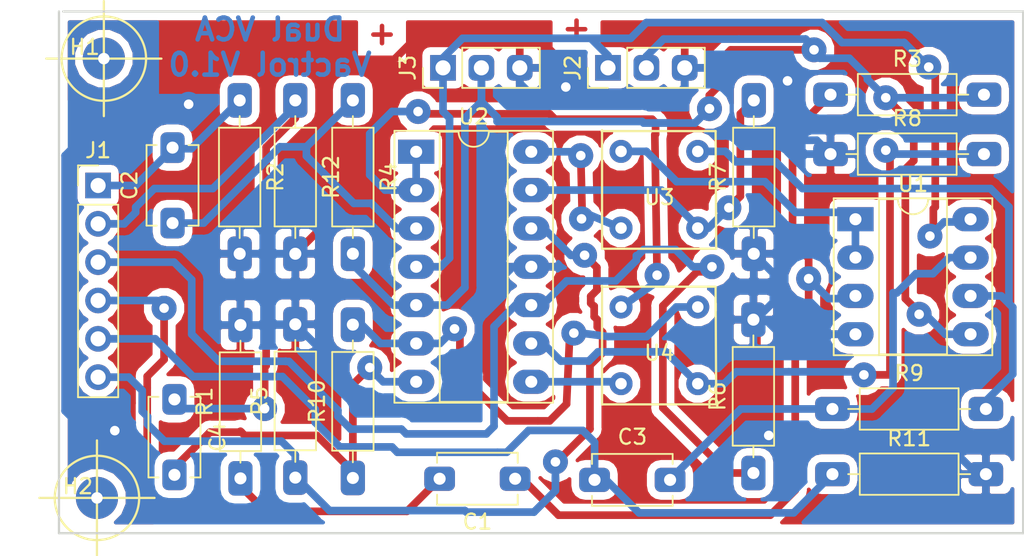
<source format=kicad_pcb>
(kicad_pcb (version 20171130) (host pcbnew "(5.0.2)-1")

  (general
    (thickness 1.6)
    (drawings 8)
    (tracks 460)
    (zones 0)
    (modules 25)
    (nets 22)
  )

  (page A4)
  (layers
    (0 F.Cu signal)
    (31 B.Cu signal)
    (32 B.Adhes user)
    (33 F.Adhes user)
    (34 B.Paste user)
    (35 F.Paste user)
    (36 B.SilkS user)
    (37 F.SilkS user)
    (38 B.Mask user)
    (39 F.Mask user)
    (40 Dwgs.User user)
    (41 Cmts.User user)
    (42 Eco1.User user)
    (43 Eco2.User user)
    (44 Edge.Cuts user)
    (45 Margin user)
    (46 B.CrtYd user)
    (47 F.CrtYd user)
    (48 B.Fab user)
    (49 F.Fab user)
  )

  (setup
    (last_trace_width 0.508)
    (trace_clearance 0.508)
    (zone_clearance 0.508)
    (zone_45_only no)
    (trace_min 0.381)
    (segment_width 0.2)
    (edge_width 0.15)
    (via_size 1.651)
    (via_drill 0.635)
    (via_min_size 1.651)
    (via_min_drill 0.635)
    (uvia_size 0.3)
    (uvia_drill 0.1)
    (uvias_allowed no)
    (uvia_min_size 0.2)
    (uvia_min_drill 0.1)
    (pcb_text_width 0.3)
    (pcb_text_size 1.5 1.5)
    (mod_edge_width 0.15)
    (mod_text_size 1 1)
    (mod_text_width 0.15)
    (pad_size 1.524 1.524)
    (pad_drill 0.762)
    (pad_to_mask_clearance 0.051)
    (solder_mask_min_width 0.25)
    (aux_axis_origin 0 0)
    (visible_elements 7FFFFFFF)
    (pcbplotparams
      (layerselection 0x010fc_ffffffff)
      (usegerberextensions false)
      (usegerberattributes false)
      (usegerberadvancedattributes false)
      (creategerberjobfile false)
      (excludeedgelayer true)
      (linewidth 0.100000)
      (plotframeref false)
      (viasonmask false)
      (mode 1)
      (useauxorigin false)
      (hpglpennumber 1)
      (hpglpenspeed 20)
      (hpglpendiameter 15.000000)
      (psnegative false)
      (psa4output false)
      (plotreference true)
      (plotvalue true)
      (plotinvisibletext false)
      (padsonsilk false)
      (subtractmaskfromsilk false)
      (outputformat 1)
      (mirror false)
      (drillshape 1)
      (scaleselection 1)
      (outputdirectory ""))
  )

  (net 0 "")
  (net 1 "Net-(C1-Pad1)")
  (net 2 GND)
  (net 3 Vref)
  (net 4 "Net-(U1-Pad1)")
  (net 5 +9V)
  (net 6 AudioIn2)
  (net 7 "Net-(C2-Pad1)")
  (net 8 AudioIn)
  (net 9 AudioOut2)
  (net 10 "Net-(C3-Pad2)")
  (net 11 "Net-(C4-Pad2)")
  (net 12 AudioOut)
  (net 13 CVIn)
  (net 14 CVIn2)
  (net 15 "Net-(R7-Pad2)")
  (net 16 "Net-(R8-Pad2)")
  (net 17 "Net-(R9-Pad2)")
  (net 18 "Net-(R10-Pad2)")
  (net 19 "Net-(U2-Pad1)")
  (net 20 "Net-(U2-Pad14)")
  (net 21 "Net-(U2-Pad8)")

  (net_class Default "Dies ist die voreingestellte Netzklasse."
    (clearance 0.508)
    (trace_width 0.508)
    (via_dia 1.651)
    (via_drill 0.635)
    (uvia_dia 0.3)
    (uvia_drill 0.1)
    (diff_pair_gap 0.381)
    (diff_pair_width 0.381)
    (add_net +9V)
    (add_net AudioIn)
    (add_net AudioIn2)
    (add_net AudioOut)
    (add_net AudioOut2)
    (add_net CVIn)
    (add_net CVIn2)
    (add_net GND)
    (add_net "Net-(C1-Pad1)")
    (add_net "Net-(C2-Pad1)")
    (add_net "Net-(C3-Pad2)")
    (add_net "Net-(C4-Pad2)")
    (add_net "Net-(R10-Pad2)")
    (add_net "Net-(R7-Pad2)")
    (add_net "Net-(R8-Pad2)")
    (add_net "Net-(R9-Pad2)")
    (add_net "Net-(U1-Pad1)")
    (add_net "Net-(U2-Pad1)")
    (add_net "Net-(U2-Pad14)")
    (add_net "Net-(U2-Pad8)")
    (add_net Vref)
  )

  (module Package_DIP:DIP-14_W7.62mm_Socket_LongPads (layer F.Cu) (tedit 5A02E8C5) (tstamp 5F358C67)
    (at 136.017 97.9424)
    (descr "14-lead though-hole mounted DIP package, row spacing 7.62 mm (300 mils), Socket, LongPads")
    (tags "THT DIP DIL PDIP 2.54mm 7.62mm 300mil Socket LongPads")
    (path /5F3293D6)
    (fp_text reference U2 (at 3.81 -2.33) (layer F.SilkS)
      (effects (font (size 1 1) (thickness 0.15)))
    )
    (fp_text value TL074 (at 3.81 17.57) (layer F.Fab)
      (effects (font (size 1 1) (thickness 0.15)))
    )
    (fp_arc (start 3.81 -1.33) (end 2.81 -1.33) (angle -180) (layer F.SilkS) (width 0.12))
    (fp_line (start 1.635 -1.27) (end 6.985 -1.27) (layer F.Fab) (width 0.1))
    (fp_line (start 6.985 -1.27) (end 6.985 16.51) (layer F.Fab) (width 0.1))
    (fp_line (start 6.985 16.51) (end 0.635 16.51) (layer F.Fab) (width 0.1))
    (fp_line (start 0.635 16.51) (end 0.635 -0.27) (layer F.Fab) (width 0.1))
    (fp_line (start 0.635 -0.27) (end 1.635 -1.27) (layer F.Fab) (width 0.1))
    (fp_line (start -1.27 -1.33) (end -1.27 16.57) (layer F.Fab) (width 0.1))
    (fp_line (start -1.27 16.57) (end 8.89 16.57) (layer F.Fab) (width 0.1))
    (fp_line (start 8.89 16.57) (end 8.89 -1.33) (layer F.Fab) (width 0.1))
    (fp_line (start 8.89 -1.33) (end -1.27 -1.33) (layer F.Fab) (width 0.1))
    (fp_line (start 2.81 -1.33) (end 1.56 -1.33) (layer F.SilkS) (width 0.12))
    (fp_line (start 1.56 -1.33) (end 1.56 16.57) (layer F.SilkS) (width 0.12))
    (fp_line (start 1.56 16.57) (end 6.06 16.57) (layer F.SilkS) (width 0.12))
    (fp_line (start 6.06 16.57) (end 6.06 -1.33) (layer F.SilkS) (width 0.12))
    (fp_line (start 6.06 -1.33) (end 4.81 -1.33) (layer F.SilkS) (width 0.12))
    (fp_line (start -1.44 -1.39) (end -1.44 16.63) (layer F.SilkS) (width 0.12))
    (fp_line (start -1.44 16.63) (end 9.06 16.63) (layer F.SilkS) (width 0.12))
    (fp_line (start 9.06 16.63) (end 9.06 -1.39) (layer F.SilkS) (width 0.12))
    (fp_line (start 9.06 -1.39) (end -1.44 -1.39) (layer F.SilkS) (width 0.12))
    (fp_line (start -1.55 -1.6) (end -1.55 16.85) (layer F.CrtYd) (width 0.05))
    (fp_line (start -1.55 16.85) (end 9.15 16.85) (layer F.CrtYd) (width 0.05))
    (fp_line (start 9.15 16.85) (end 9.15 -1.6) (layer F.CrtYd) (width 0.05))
    (fp_line (start 9.15 -1.6) (end -1.55 -1.6) (layer F.CrtYd) (width 0.05))
    (fp_text user %R (at 3.81 7.62) (layer F.Fab)
      (effects (font (size 1 1) (thickness 0.15)))
    )
    (pad 1 thru_hole rect (at 0 0) (size 2.4 1.6) (drill 0.8) (layers *.Cu *.Mask)
      (net 19 "Net-(U2-Pad1)"))
    (pad 8 thru_hole oval (at 7.62 15.24) (size 2.4 1.6) (drill 0.8) (layers *.Cu *.Mask)
      (net 21 "Net-(U2-Pad8)"))
    (pad 2 thru_hole oval (at 0 2.54) (size 2.4 1.6) (drill 0.8) (layers *.Cu *.Mask)
      (net 19 "Net-(U2-Pad1)"))
    (pad 9 thru_hole oval (at 7.62 12.7) (size 2.4 1.6) (drill 0.8) (layers *.Cu *.Mask)
      (net 16 "Net-(R8-Pad2)"))
    (pad 3 thru_hole oval (at 0 5.08) (size 2.4 1.6) (drill 0.8) (layers *.Cu *.Mask)
      (net 7 "Net-(C2-Pad1)"))
    (pad 10 thru_hole oval (at 7.62 10.16) (size 2.4 1.6) (drill 0.8) (layers *.Cu *.Mask)
      (net 13 CVIn))
    (pad 4 thru_hole oval (at 0 7.62) (size 2.4 1.6) (drill 0.8) (layers *.Cu *.Mask)
      (net 5 +9V))
    (pad 11 thru_hole oval (at 7.62 7.62) (size 2.4 1.6) (drill 0.8) (layers *.Cu *.Mask)
      (net 2 GND))
    (pad 5 thru_hole oval (at 0 10.16) (size 2.4 1.6) (drill 0.8) (layers *.Cu *.Mask)
      (net 3 Vref))
    (pad 12 thru_hole oval (at 7.62 5.08) (size 2.4 1.6) (drill 0.8) (layers *.Cu *.Mask)
      (net 14 CVIn2))
    (pad 6 thru_hole oval (at 0 12.7) (size 2.4 1.6) (drill 0.8) (layers *.Cu *.Mask)
      (net 18 "Net-(R10-Pad2)"))
    (pad 13 thru_hole oval (at 7.62 2.54) (size 2.4 1.6) (drill 0.8) (layers *.Cu *.Mask)
      (net 15 "Net-(R7-Pad2)"))
    (pad 7 thru_hole oval (at 0 15.24) (size 2.4 1.6) (drill 0.8) (layers *.Cu *.Mask)
      (net 11 "Net-(C4-Pad2)"))
    (pad 14 thru_hole oval (at 7.62 0) (size 2.4 1.6) (drill 0.8) (layers *.Cu *.Mask)
      (net 20 "Net-(U2-Pad14)"))
    (model ${KISYS3DMOD}/Package_DIP.3dshapes/DIP-14_W7.62mm_Socket.wrl
      (at (xyz 0 0 0))
      (scale (xyz 1 1 1))
      (rotate (xyz 0 0 0))
    )
  )

  (module Package_DIP:DIP-8_W7.62mm_Socket_LongPads (layer F.Cu) (tedit 5A02E8C5) (tstamp 5F358C44)
    (at 165.1 102.4128)
    (descr "8-lead though-hole mounted DIP package, row spacing 7.62 mm (300 mils), Socket, LongPads")
    (tags "THT DIP DIL PDIP 2.54mm 7.62mm 300mil Socket LongPads")
    (path /5F332580)
    (fp_text reference U1 (at 3.81 -2.33) (layer F.SilkS)
      (effects (font (size 1 1) (thickness 0.15)))
    )
    (fp_text value TL072 (at 3.81 9.95) (layer F.Fab)
      (effects (font (size 1 1) (thickness 0.15)))
    )
    (fp_arc (start 3.81 -1.33) (end 2.81 -1.33) (angle -180) (layer F.SilkS) (width 0.12))
    (fp_line (start 1.635 -1.27) (end 6.985 -1.27) (layer F.Fab) (width 0.1))
    (fp_line (start 6.985 -1.27) (end 6.985 8.89) (layer F.Fab) (width 0.1))
    (fp_line (start 6.985 8.89) (end 0.635 8.89) (layer F.Fab) (width 0.1))
    (fp_line (start 0.635 8.89) (end 0.635 -0.27) (layer F.Fab) (width 0.1))
    (fp_line (start 0.635 -0.27) (end 1.635 -1.27) (layer F.Fab) (width 0.1))
    (fp_line (start -1.27 -1.33) (end -1.27 8.95) (layer F.Fab) (width 0.1))
    (fp_line (start -1.27 8.95) (end 8.89 8.95) (layer F.Fab) (width 0.1))
    (fp_line (start 8.89 8.95) (end 8.89 -1.33) (layer F.Fab) (width 0.1))
    (fp_line (start 8.89 -1.33) (end -1.27 -1.33) (layer F.Fab) (width 0.1))
    (fp_line (start 2.81 -1.33) (end 1.56 -1.33) (layer F.SilkS) (width 0.12))
    (fp_line (start 1.56 -1.33) (end 1.56 8.95) (layer F.SilkS) (width 0.12))
    (fp_line (start 1.56 8.95) (end 6.06 8.95) (layer F.SilkS) (width 0.12))
    (fp_line (start 6.06 8.95) (end 6.06 -1.33) (layer F.SilkS) (width 0.12))
    (fp_line (start 6.06 -1.33) (end 4.81 -1.33) (layer F.SilkS) (width 0.12))
    (fp_line (start -1.44 -1.39) (end -1.44 9.01) (layer F.SilkS) (width 0.12))
    (fp_line (start -1.44 9.01) (end 9.06 9.01) (layer F.SilkS) (width 0.12))
    (fp_line (start 9.06 9.01) (end 9.06 -1.39) (layer F.SilkS) (width 0.12))
    (fp_line (start 9.06 -1.39) (end -1.44 -1.39) (layer F.SilkS) (width 0.12))
    (fp_line (start -1.55 -1.6) (end -1.55 9.2) (layer F.CrtYd) (width 0.05))
    (fp_line (start -1.55 9.2) (end 9.15 9.2) (layer F.CrtYd) (width 0.05))
    (fp_line (start 9.15 9.2) (end 9.15 -1.6) (layer F.CrtYd) (width 0.05))
    (fp_line (start 9.15 -1.6) (end -1.55 -1.6) (layer F.CrtYd) (width 0.05))
    (fp_text user %R (at 3.81 3.81) (layer F.Fab)
      (effects (font (size 1 1) (thickness 0.15)))
    )
    (pad 1 thru_hole rect (at 0 0) (size 2.4 1.6) (drill 0.8) (layers *.Cu *.Mask)
      (net 4 "Net-(U1-Pad1)"))
    (pad 5 thru_hole oval (at 7.62 7.62) (size 2.4 1.6) (drill 0.8) (layers *.Cu *.Mask)
      (net 3 Vref))
    (pad 2 thru_hole oval (at 0 2.54) (size 2.4 1.6) (drill 0.8) (layers *.Cu *.Mask)
      (net 4 "Net-(U1-Pad1)"))
    (pad 6 thru_hole oval (at 7.62 5.08) (size 2.4 1.6) (drill 0.8) (layers *.Cu *.Mask)
      (net 17 "Net-(R9-Pad2)"))
    (pad 3 thru_hole oval (at 0 5.08) (size 2.4 1.6) (drill 0.8) (layers *.Cu *.Mask)
      (net 1 "Net-(C1-Pad1)"))
    (pad 7 thru_hole oval (at 7.62 2.54) (size 2.4 1.6) (drill 0.8) (layers *.Cu *.Mask)
      (net 10 "Net-(C3-Pad2)"))
    (pad 4 thru_hole oval (at 0 7.62) (size 2.4 1.6) (drill 0.8) (layers *.Cu *.Mask)
      (net 2 GND))
    (pad 8 thru_hole oval (at 7.62 0) (size 2.4 1.6) (drill 0.8) (layers *.Cu *.Mask)
      (net 5 +9V))
    (model ${KISYS3DMOD}/Package_DIP.3dshapes/DIP-8_W7.62mm_Socket.wrl
      (at (xyz 0 0 0))
      (scale (xyz 1 1 1))
      (rotate (xyz 0 0 0))
    )
  )

  (module NilsLib:Kondensator_Keramik (layer F.Cu) (tedit 5F32CCF0) (tstamp 5F357C1D)
    (at 142.5702 119.6086 180)
    (descr "C, Disc series, Radial, pin pitch=5.00mm, , diameter*width=5.1*3.2mm^2, Capacitor, http://www.vishay.com/docs/45233/krseries.pdf")
    (tags "C Disc series Radial pin pitch 5.00mm  diameter 5.1mm width 3.2mm Capacitor")
    (path /5F32FAEA)
    (fp_text reference C1 (at 2.5 -2.85 180) (layer F.SilkS)
      (effects (font (size 1 1) (thickness 0.15)))
    )
    (fp_text value 220n (at 2.6416 -2.286 180) (layer F.Fab)
      (effects (font (size 1 1) (thickness 0.15)))
    )
    (fp_line (start -0.05 -1.6) (end -0.05 1.6) (layer F.Fab) (width 0.1))
    (fp_line (start -0.05 1.6) (end 5.05 1.6) (layer F.Fab) (width 0.1))
    (fp_line (start 5.05 1.6) (end 5.05 -1.6) (layer F.Fab) (width 0.1))
    (fp_line (start 5.05 -1.6) (end -0.05 -1.6) (layer F.Fab) (width 0.1))
    (fp_line (start -0.17 -1.721) (end 5.17 -1.721) (layer F.SilkS) (width 0.12))
    (fp_line (start -0.17 1.721) (end 5.17 1.721) (layer F.SilkS) (width 0.12))
    (fp_line (start -0.17 -1.721) (end -0.17 -1.055) (layer F.SilkS) (width 0.12))
    (fp_line (start -0.17 1.055) (end -0.17 1.721) (layer F.SilkS) (width 0.12))
    (fp_line (start 5.17 -1.721) (end 5.17 -1.055) (layer F.SilkS) (width 0.12))
    (fp_line (start 5.17 1.055) (end 5.17 1.721) (layer F.SilkS) (width 0.12))
    (fp_line (start -1.05 -1.85) (end -1.05 1.85) (layer F.CrtYd) (width 0.05))
    (fp_line (start -1.05 1.85) (end 6.05 1.85) (layer F.CrtYd) (width 0.05))
    (fp_line (start 6.05 1.85) (end 6.05 -1.85) (layer F.CrtYd) (width 0.05))
    (fp_line (start 6.05 -1.85) (end -1.05 -1.85) (layer F.CrtYd) (width 0.05))
    (fp_text user %R (at 2.5 0 180) (layer F.Fab)
      (effects (font (size 1 1) (thickness 0.15)))
    )
    (pad 1 thru_hole roundrect (at 0 0 180) (size 2.032 1.6) (drill 0.8) (layers *.Cu *.Mask) (roundrect_rratio 0.25)
      (net 1 "Net-(C1-Pad1)"))
    (pad 2 thru_hole roundrect (at 5 0 180) (size 2.032 1.6) (drill 0.8) (layers *.Cu *.Mask) (roundrect_rratio 0.25)
      (net 6 AudioIn2))
    (model ${KISYS3DMOD}/Capacitor_THT.3dshapes/C_Disc_D5.1mm_W3.2mm_P5.00mm.wrl
      (at (xyz 0 0 0))
      (scale (xyz 1 1 1))
      (rotate (xyz 0 0 0))
    )
  )

  (module NilsLib:Widerstand_liegend (layer F.Cu) (tedit 5F32CCE0) (tstamp 5F357C34)
    (at 124.3838 119.5832 90)
    (descr "Resistor, Axial_DIN0207 series, Axial, Horizontal, pin pitch=10.16mm, 0.25W = 1/4W, length*diameter=6.3*2.5mm^2, http://cdn-reichelt.de/documents/datenblatt/B400/1_4W%23YAG.pdf")
    (tags "Resistor Axial_DIN0207 series Axial Horizontal pin pitch 10.16mm 0.25W = 1/4W length 6.3mm diameter 2.5mm")
    (path /5F32FAE2)
    (fp_text reference R1 (at 5.08 -2.37 90) (layer F.SilkS)
      (effects (font (size 1 1) (thickness 0.15)))
    )
    (fp_text value 1M (at 3.5052 0.4318 90) (layer F.Fab)
      (effects (font (size 1 1) (thickness 0.15)))
    )
    (fp_line (start 1.93 -1.25) (end 1.93 1.25) (layer F.Fab) (width 0.1))
    (fp_line (start 1.93 1.25) (end 8.23 1.25) (layer F.Fab) (width 0.1))
    (fp_line (start 8.23 1.25) (end 8.23 -1.25) (layer F.Fab) (width 0.1))
    (fp_line (start 8.23 -1.25) (end 1.93 -1.25) (layer F.Fab) (width 0.1))
    (fp_line (start 0 0) (end 1.93 0) (layer F.Fab) (width 0.1))
    (fp_line (start 10.16 0) (end 8.23 0) (layer F.Fab) (width 0.1))
    (fp_line (start 1.81 -1.37) (end 1.81 1.37) (layer F.SilkS) (width 0.12))
    (fp_line (start 1.81 1.37) (end 8.35 1.37) (layer F.SilkS) (width 0.12))
    (fp_line (start 8.35 1.37) (end 8.35 -1.37) (layer F.SilkS) (width 0.12))
    (fp_line (start 8.35 -1.37) (end 1.81 -1.37) (layer F.SilkS) (width 0.12))
    (fp_line (start 1.04 0) (end 1.81 0) (layer F.SilkS) (width 0.12))
    (fp_line (start 9.12 0) (end 8.35 0) (layer F.SilkS) (width 0.12))
    (fp_line (start -1.05 -1.5) (end -1.05 1.5) (layer F.CrtYd) (width 0.05))
    (fp_line (start -1.05 1.5) (end 11.21 1.5) (layer F.CrtYd) (width 0.05))
    (fp_line (start 11.21 1.5) (end 11.21 -1.5) (layer F.CrtYd) (width 0.05))
    (fp_line (start 11.21 -1.5) (end -1.05 -1.5) (layer F.CrtYd) (width 0.05))
    (fp_text user %R (at 7.1628 -0.6858 90) (layer F.Fab)
      (effects (font (size 1 1) (thickness 0.15)))
    )
    (pad 1 thru_hole roundrect (at 0 0 90) (size 2.286 1.6) (drill 0.8) (layers *.Cu *.Mask) (roundrect_rratio 0.25)
      (net 6 AudioIn2))
    (pad 2 thru_hole roundrect (at 10.16 0 90) (size 2.286 1.6) (drill 0.8) (layers *.Cu *.Mask) (roundrect_rratio 0.25)
      (net 2 GND))
    (model ${KISYS3DMOD}/Resistor_THT.3dshapes/R_Axial_DIN0207_L6.3mm_D2.5mm_P10.16mm_Horizontal.wrl
      (at (xyz 0 0 0))
      (scale (xyz 1 1 1))
      (rotate (xyz 0 0 0))
    )
  )

  (module NilsLib:Widerstand_liegend (layer F.Cu) (tedit 5F32CCD0) (tstamp 5F357C4B)
    (at 124.333 94.5388 270)
    (descr "Resistor, Axial_DIN0207 series, Axial, Horizontal, pin pitch=10.16mm, 0.25W = 1/4W, length*diameter=6.3*2.5mm^2, http://cdn-reichelt.de/documents/datenblatt/B400/1_4W%23YAG.pdf")
    (tags "Resistor Axial_DIN0207 series Axial Horizontal pin pitch 10.16mm 0.25W = 1/4W length 6.3mm diameter 2.5mm")
    (path /5F3291FD)
    (fp_text reference R2 (at 5.08 -2.37 270) (layer F.SilkS)
      (effects (font (size 1 1) (thickness 0.15)))
    )
    (fp_text value 1M (at 7.2644 -0.635 270) (layer F.Fab)
      (effects (font (size 1 1) (thickness 0.15)))
    )
    (fp_text user %R (at 3.048 0.5334 270) (layer F.Fab)
      (effects (font (size 1 1) (thickness 0.15)))
    )
    (fp_line (start 11.21 -1.5) (end -1.05 -1.5) (layer F.CrtYd) (width 0.05))
    (fp_line (start 11.21 1.5) (end 11.21 -1.5) (layer F.CrtYd) (width 0.05))
    (fp_line (start -1.05 1.5) (end 11.21 1.5) (layer F.CrtYd) (width 0.05))
    (fp_line (start -1.05 -1.5) (end -1.05 1.5) (layer F.CrtYd) (width 0.05))
    (fp_line (start 9.12 0) (end 8.35 0) (layer F.SilkS) (width 0.12))
    (fp_line (start 1.04 0) (end 1.81 0) (layer F.SilkS) (width 0.12))
    (fp_line (start 8.35 -1.37) (end 1.81 -1.37) (layer F.SilkS) (width 0.12))
    (fp_line (start 8.35 1.37) (end 8.35 -1.37) (layer F.SilkS) (width 0.12))
    (fp_line (start 1.81 1.37) (end 8.35 1.37) (layer F.SilkS) (width 0.12))
    (fp_line (start 1.81 -1.37) (end 1.81 1.37) (layer F.SilkS) (width 0.12))
    (fp_line (start 10.16 0) (end 8.23 0) (layer F.Fab) (width 0.1))
    (fp_line (start 0 0) (end 1.93 0) (layer F.Fab) (width 0.1))
    (fp_line (start 8.23 -1.25) (end 1.93 -1.25) (layer F.Fab) (width 0.1))
    (fp_line (start 8.23 1.25) (end 8.23 -1.25) (layer F.Fab) (width 0.1))
    (fp_line (start 1.93 1.25) (end 8.23 1.25) (layer F.Fab) (width 0.1))
    (fp_line (start 1.93 -1.25) (end 1.93 1.25) (layer F.Fab) (width 0.1))
    (pad 2 thru_hole roundrect (at 10.16 0 270) (size 2.286 1.6) (drill 0.8) (layers *.Cu *.Mask) (roundrect_rratio 0.25)
      (net 2 GND))
    (pad 1 thru_hole roundrect (at 0 0 270) (size 2.286 1.6) (drill 0.8) (layers *.Cu *.Mask) (roundrect_rratio 0.25)
      (net 8 AudioIn))
    (model ${KISYS3DMOD}/Resistor_THT.3dshapes/R_Axial_DIN0207_L6.3mm_D2.5mm_P10.16mm_Horizontal.wrl
      (at (xyz 0 0 0))
      (scale (xyz 1 1 1))
      (rotate (xyz 0 0 0))
    )
  )

  (module NilsLib:Kondensator_Keramik (layer F.Cu) (tedit 5F32CCDA) (tstamp 5F358053)
    (at 119.888 102.6668 90)
    (descr "C, Disc series, Radial, pin pitch=5.00mm, , diameter*width=5.1*3.2mm^2, Capacitor, http://www.vishay.com/docs/45233/krseries.pdf")
    (tags "C Disc series Radial pin pitch 5.00mm  diameter 5.1mm width 3.2mm Capacitor")
    (path /5F32930C)
    (fp_text reference C2 (at 2.5 -2.85 90) (layer F.SilkS)
      (effects (font (size 1 1) (thickness 0.15)))
    )
    (fp_text value 220n (at 2.54 2.3876 90) (layer F.Fab)
      (effects (font (size 1 1) (thickness 0.15)))
    )
    (fp_line (start -0.05 -1.6) (end -0.05 1.6) (layer F.Fab) (width 0.1))
    (fp_line (start -0.05 1.6) (end 5.05 1.6) (layer F.Fab) (width 0.1))
    (fp_line (start 5.05 1.6) (end 5.05 -1.6) (layer F.Fab) (width 0.1))
    (fp_line (start 5.05 -1.6) (end -0.05 -1.6) (layer F.Fab) (width 0.1))
    (fp_line (start -0.17 -1.721) (end 5.17 -1.721) (layer F.SilkS) (width 0.12))
    (fp_line (start -0.17 1.721) (end 5.17 1.721) (layer F.SilkS) (width 0.12))
    (fp_line (start -0.17 -1.721) (end -0.17 -1.055) (layer F.SilkS) (width 0.12))
    (fp_line (start -0.17 1.055) (end -0.17 1.721) (layer F.SilkS) (width 0.12))
    (fp_line (start 5.17 -1.721) (end 5.17 -1.055) (layer F.SilkS) (width 0.12))
    (fp_line (start 5.17 1.055) (end 5.17 1.721) (layer F.SilkS) (width 0.12))
    (fp_line (start -1.05 -1.85) (end -1.05 1.85) (layer F.CrtYd) (width 0.05))
    (fp_line (start -1.05 1.85) (end 6.05 1.85) (layer F.CrtYd) (width 0.05))
    (fp_line (start 6.05 1.85) (end 6.05 -1.85) (layer F.CrtYd) (width 0.05))
    (fp_line (start 6.05 -1.85) (end -1.05 -1.85) (layer F.CrtYd) (width 0.05))
    (fp_text user %R (at 2.5 0 90) (layer F.Fab)
      (effects (font (size 1 1) (thickness 0.15)))
    )
    (pad 1 thru_hole roundrect (at 0 0 90) (size 2.032 1.6) (drill 0.8) (layers *.Cu *.Mask) (roundrect_rratio 0.25)
      (net 7 "Net-(C2-Pad1)"))
    (pad 2 thru_hole roundrect (at 5 0 90) (size 2.032 1.6) (drill 0.8) (layers *.Cu *.Mask) (roundrect_rratio 0.25)
      (net 8 AudioIn))
    (model ${KISYS3DMOD}/Capacitor_THT.3dshapes/C_Disc_D5.1mm_W3.2mm_P5.00mm.wrl
      (at (xyz 0 0 0))
      (scale (xyz 1 1 1))
      (rotate (xyz 0 0 0))
    )
  )

  (module NilsLib:Kondensator_Keramik (layer F.Cu) (tedit 5B891078) (tstamp 5F358068)
    (at 147.828 119.6848)
    (descr "C, Disc series, Radial, pin pitch=5.00mm, , diameter*width=5.1*3.2mm^2, Capacitor, http://www.vishay.com/docs/45233/krseries.pdf")
    (tags "C Disc series Radial pin pitch 5.00mm  diameter 5.1mm width 3.2mm Capacitor")
    (path /5F32FB36)
    (fp_text reference C3 (at 2.5 -2.85) (layer F.SilkS)
      (effects (font (size 1 1) (thickness 0.15)))
    )
    (fp_text value 220n (at 2.5 2.85) (layer F.Fab)
      (effects (font (size 1 1) (thickness 0.15)))
    )
    (fp_line (start -0.05 -1.6) (end -0.05 1.6) (layer F.Fab) (width 0.1))
    (fp_line (start -0.05 1.6) (end 5.05 1.6) (layer F.Fab) (width 0.1))
    (fp_line (start 5.05 1.6) (end 5.05 -1.6) (layer F.Fab) (width 0.1))
    (fp_line (start 5.05 -1.6) (end -0.05 -1.6) (layer F.Fab) (width 0.1))
    (fp_line (start -0.17 -1.721) (end 5.17 -1.721) (layer F.SilkS) (width 0.12))
    (fp_line (start -0.17 1.721) (end 5.17 1.721) (layer F.SilkS) (width 0.12))
    (fp_line (start -0.17 -1.721) (end -0.17 -1.055) (layer F.SilkS) (width 0.12))
    (fp_line (start -0.17 1.055) (end -0.17 1.721) (layer F.SilkS) (width 0.12))
    (fp_line (start 5.17 -1.721) (end 5.17 -1.055) (layer F.SilkS) (width 0.12))
    (fp_line (start 5.17 1.055) (end 5.17 1.721) (layer F.SilkS) (width 0.12))
    (fp_line (start -1.05 -1.85) (end -1.05 1.85) (layer F.CrtYd) (width 0.05))
    (fp_line (start -1.05 1.85) (end 6.05 1.85) (layer F.CrtYd) (width 0.05))
    (fp_line (start 6.05 1.85) (end 6.05 -1.85) (layer F.CrtYd) (width 0.05))
    (fp_line (start 6.05 -1.85) (end -1.05 -1.85) (layer F.CrtYd) (width 0.05))
    (fp_text user %R (at 2.5 0) (layer F.Fab)
      (effects (font (size 1 1) (thickness 0.15)))
    )
    (pad 1 thru_hole roundrect (at 0 0) (size 2.032 1.6) (drill 0.8) (layers *.Cu *.Mask) (roundrect_rratio 0.25)
      (net 9 AudioOut2))
    (pad 2 thru_hole roundrect (at 5 0) (size 2.032 1.6) (drill 0.8) (layers *.Cu *.Mask) (roundrect_rratio 0.25)
      (net 10 "Net-(C3-Pad2)"))
    (model ${KISYS3DMOD}/Capacitor_THT.3dshapes/C_Disc_D5.1mm_W3.2mm_P5.00mm.wrl
      (at (xyz 0 0 0))
      (scale (xyz 1 1 1))
      (rotate (xyz 0 0 0))
    )
  )

  (module NilsLib:Kondensator_Keramik (layer F.Cu) (tedit 5F32CCEC) (tstamp 5F35807D)
    (at 120.015 114.3508 270)
    (descr "C, Disc series, Radial, pin pitch=5.00mm, , diameter*width=5.1*3.2mm^2, Capacitor, http://www.vishay.com/docs/45233/krseries.pdf")
    (tags "C Disc series Radial pin pitch 5.00mm  diameter 5.1mm width 3.2mm Capacitor")
    (path /5F32A635)
    (fp_text reference C4 (at 2.5 -2.85 270) (layer F.SilkS)
      (effects (font (size 1 1) (thickness 0.15)))
    )
    (fp_text value 220n (at 2.3876 -1.651 270) (layer F.Fab)
      (effects (font (size 1 1) (thickness 0.15)))
    )
    (fp_text user %R (at 2.5 0 270) (layer F.Fab)
      (effects (font (size 1 1) (thickness 0.15)))
    )
    (fp_line (start 6.05 -1.85) (end -1.05 -1.85) (layer F.CrtYd) (width 0.05))
    (fp_line (start 6.05 1.85) (end 6.05 -1.85) (layer F.CrtYd) (width 0.05))
    (fp_line (start -1.05 1.85) (end 6.05 1.85) (layer F.CrtYd) (width 0.05))
    (fp_line (start -1.05 -1.85) (end -1.05 1.85) (layer F.CrtYd) (width 0.05))
    (fp_line (start 5.17 1.055) (end 5.17 1.721) (layer F.SilkS) (width 0.12))
    (fp_line (start 5.17 -1.721) (end 5.17 -1.055) (layer F.SilkS) (width 0.12))
    (fp_line (start -0.17 1.055) (end -0.17 1.721) (layer F.SilkS) (width 0.12))
    (fp_line (start -0.17 -1.721) (end -0.17 -1.055) (layer F.SilkS) (width 0.12))
    (fp_line (start -0.17 1.721) (end 5.17 1.721) (layer F.SilkS) (width 0.12))
    (fp_line (start -0.17 -1.721) (end 5.17 -1.721) (layer F.SilkS) (width 0.12))
    (fp_line (start 5.05 -1.6) (end -0.05 -1.6) (layer F.Fab) (width 0.1))
    (fp_line (start 5.05 1.6) (end 5.05 -1.6) (layer F.Fab) (width 0.1))
    (fp_line (start -0.05 1.6) (end 5.05 1.6) (layer F.Fab) (width 0.1))
    (fp_line (start -0.05 -1.6) (end -0.05 1.6) (layer F.Fab) (width 0.1))
    (pad 2 thru_hole roundrect (at 5 0 270) (size 2.032 1.6) (drill 0.8) (layers *.Cu *.Mask) (roundrect_rratio 0.25)
      (net 11 "Net-(C4-Pad2)"))
    (pad 1 thru_hole roundrect (at 0 0 270) (size 2.032 1.6) (drill 0.8) (layers *.Cu *.Mask) (roundrect_rratio 0.25)
      (net 12 AudioOut))
    (model ${KISYS3DMOD}/Capacitor_THT.3dshapes/C_Disc_D5.1mm_W3.2mm_P5.00mm.wrl
      (at (xyz 0 0 0))
      (scale (xyz 1 1 1))
      (rotate (xyz 0 0 0))
    )
  )

  (module NilsLib:MountHole (layer F.Cu) (tedit 5D54155C) (tstamp 5F358085)
    (at 114.0714 90.5002)
    (path /5F34E837)
    (fp_text reference H1 (at 0 0.5) (layer F.SilkS)
      (effects (font (size 1 1) (thickness 0.15)))
    )
    (fp_text value MountingHole (at 0 -0.5) (layer F.Fab)
      (effects (font (size 1 1) (thickness 0.15)))
    )
    (fp_line (start 5.08 1.27) (end -2.54 1.27) (layer F.SilkS) (width 0.15))
    (fp_line (start 1.27 -2.54) (end 1.27 5.08) (layer F.SilkS) (width 0.15))
    (fp_circle (center 1.27 1.27) (end 4.064 1.27) (layer F.SilkS) (width 0.15))
    (pad 1 thru_hole circle (at 1.27 1.27) (size 2.794 2.794) (drill 0.762) (layers *.Cu *.Mask))
  )

  (module NilsLib:MountHole (layer F.Cu) (tedit 5D54155C) (tstamp 5F35808D)
    (at 113.6142 119.6086)
    (path /5F34E8BD)
    (fp_text reference H2 (at 0 0.5) (layer F.SilkS)
      (effects (font (size 1 1) (thickness 0.15)))
    )
    (fp_text value MountingHole (at 0 -0.5) (layer F.Fab)
      (effects (font (size 1 1) (thickness 0.15)))
    )
    (fp_circle (center 1.27 1.27) (end 4.064 1.27) (layer F.SilkS) (width 0.15))
    (fp_line (start 1.27 -2.54) (end 1.27 5.08) (layer F.SilkS) (width 0.15))
    (fp_line (start 5.08 1.27) (end -2.54 1.27) (layer F.SilkS) (width 0.15))
    (pad 1 thru_hole circle (at 1.27 1.27) (size 2.794 2.794) (drill 0.762) (layers *.Cu *.Mask))
  )

  (module Connector_PinHeader_2.54mm:PinHeader_1x06_P2.54mm_Vertical (layer F.Cu) (tedit 59FED5CC) (tstamp 5F3580A7)
    (at 114.9604 100.1776)
    (descr "Through hole straight pin header, 1x06, 2.54mm pitch, single row")
    (tags "Through hole pin header THT 1x06 2.54mm single row")
    (path /5F33301A)
    (fp_text reference J1 (at 0 -2.33) (layer F.SilkS)
      (effects (font (size 1 1) (thickness 0.15)))
    )
    (fp_text value VCA (at 0 15.03) (layer F.Fab)
      (effects (font (size 1 1) (thickness 0.15)))
    )
    (fp_line (start -0.635 -1.27) (end 1.27 -1.27) (layer F.Fab) (width 0.1))
    (fp_line (start 1.27 -1.27) (end 1.27 13.97) (layer F.Fab) (width 0.1))
    (fp_line (start 1.27 13.97) (end -1.27 13.97) (layer F.Fab) (width 0.1))
    (fp_line (start -1.27 13.97) (end -1.27 -0.635) (layer F.Fab) (width 0.1))
    (fp_line (start -1.27 -0.635) (end -0.635 -1.27) (layer F.Fab) (width 0.1))
    (fp_line (start -1.33 14.03) (end 1.33 14.03) (layer F.SilkS) (width 0.12))
    (fp_line (start -1.33 1.27) (end -1.33 14.03) (layer F.SilkS) (width 0.12))
    (fp_line (start 1.33 1.27) (end 1.33 14.03) (layer F.SilkS) (width 0.12))
    (fp_line (start -1.33 1.27) (end 1.33 1.27) (layer F.SilkS) (width 0.12))
    (fp_line (start -1.33 0) (end -1.33 -1.33) (layer F.SilkS) (width 0.12))
    (fp_line (start -1.33 -1.33) (end 0 -1.33) (layer F.SilkS) (width 0.12))
    (fp_line (start -1.8 -1.8) (end -1.8 14.5) (layer F.CrtYd) (width 0.05))
    (fp_line (start -1.8 14.5) (end 1.8 14.5) (layer F.CrtYd) (width 0.05))
    (fp_line (start 1.8 14.5) (end 1.8 -1.8) (layer F.CrtYd) (width 0.05))
    (fp_line (start 1.8 -1.8) (end -1.8 -1.8) (layer F.CrtYd) (width 0.05))
    (fp_text user %R (at 0 6.35 90) (layer F.Fab)
      (effects (font (size 1 1) (thickness 0.15)))
    )
    (pad 1 thru_hole rect (at 0 0) (size 1.7 1.7) (drill 1) (layers *.Cu *.Mask)
      (net 8 AudioIn))
    (pad 2 thru_hole oval (at 0 2.54) (size 1.7 1.7) (drill 1) (layers *.Cu *.Mask)
      (net 12 AudioOut))
    (pad 3 thru_hole oval (at 0 5.08) (size 1.7 1.7) (drill 1) (layers *.Cu *.Mask)
      (net 13 CVIn))
    (pad 4 thru_hole oval (at 0 7.62) (size 1.7 1.7) (drill 1) (layers *.Cu *.Mask)
      (net 6 AudioIn2))
    (pad 5 thru_hole oval (at 0 10.16) (size 1.7 1.7) (drill 1) (layers *.Cu *.Mask)
      (net 9 AudioOut2))
    (pad 6 thru_hole oval (at 0 12.7) (size 1.7 1.7) (drill 1) (layers *.Cu *.Mask)
      (net 14 CVIn2))
    (model ${KISYS3DMOD}/Connector_PinHeader_2.54mm.3dshapes/PinHeader_1x06_P2.54mm_Vertical.wrl
      (at (xyz 0 0 0))
      (scale (xyz 1 1 1))
      (rotate (xyz 0 0 0))
    )
  )

  (module NilsLib:Stift_0x3 (layer F.Cu) (tedit 5B891994) (tstamp 5F3580BE)
    (at 148.717 92.3798 90)
    (descr "Through hole straight pin header, 1x03, 2.54mm pitch, single row")
    (tags "Through hole pin header THT 1x03 2.54mm single row")
    (path /5F34208E)
    (fp_text reference J2 (at 0 -2.33 90) (layer F.SilkS)
      (effects (font (size 1 1) (thickness 0.15)))
    )
    (fp_text value PowerIn (at 0 7.41 90) (layer F.Fab)
      (effects (font (size 1 1) (thickness 0.15)))
    )
    (fp_text user %R (at 0 2.54 180) (layer F.Fab)
      (effects (font (size 1 1) (thickness 0.15)))
    )
    (fp_line (start 1.8 -1.8) (end -1.8 -1.8) (layer F.CrtYd) (width 0.05))
    (fp_line (start 1.8 6.85) (end 1.8 -1.8) (layer F.CrtYd) (width 0.05))
    (fp_line (start -1.8 6.85) (end 1.8 6.85) (layer F.CrtYd) (width 0.05))
    (fp_line (start -1.8 -1.8) (end -1.8 6.85) (layer F.CrtYd) (width 0.05))
    (fp_line (start -1.33 -1.33) (end 0 -1.33) (layer F.SilkS) (width 0.12))
    (fp_line (start -1.33 0) (end -1.33 -1.33) (layer F.SilkS) (width 0.12))
    (fp_line (start -1.33 1.27) (end 1.33 1.27) (layer F.SilkS) (width 0.12))
    (fp_line (start 1.33 1.27) (end 1.33 6.41) (layer F.SilkS) (width 0.12))
    (fp_line (start -1.33 1.27) (end -1.33 6.41) (layer F.SilkS) (width 0.12))
    (fp_line (start -1.33 6.41) (end 1.33 6.41) (layer F.SilkS) (width 0.12))
    (fp_line (start -1.27 -0.635) (end -0.635 -1.27) (layer F.Fab) (width 0.1))
    (fp_line (start -1.27 6.35) (end -1.27 -0.635) (layer F.Fab) (width 0.1))
    (fp_line (start 1.27 6.35) (end -1.27 6.35) (layer F.Fab) (width 0.1))
    (fp_line (start 1.27 -1.27) (end 1.27 6.35) (layer F.Fab) (width 0.1))
    (fp_line (start -0.635 -1.27) (end 1.27 -1.27) (layer F.Fab) (width 0.1))
    (pad 3 thru_hole roundrect (at 0 5.08 90) (size 1.7 1.7) (drill 1) (layers *.Cu *.Mask) (roundrect_rratio 0.25)
      (net 2 GND))
    (pad 2 thru_hole roundrect (at 0 2.54 90) (size 1.7 1.7) (drill 1) (layers *.Cu *.Mask) (roundrect_rratio 0.25)
      (net 3 Vref))
    (pad 1 thru_hole rect (at 0 0 90) (size 1.7 1.7) (drill 1) (layers *.Cu *.Mask)
      (net 5 +9V))
    (model ${KISYS3DMOD}/Connector_PinHeader_2.54mm.3dshapes/PinHeader_1x03_P2.54mm_Vertical.wrl
      (at (xyz 0 0 0))
      (scale (xyz 1 1 1))
      (rotate (xyz 0 0 0))
    )
  )

  (module NilsLib:Stift_0x3 (layer F.Cu) (tedit 5B891994) (tstamp 5F3580D5)
    (at 137.795 92.3798 90)
    (descr "Through hole straight pin header, 1x03, 2.54mm pitch, single row")
    (tags "Through hole pin header THT 1x03 2.54mm single row")
    (path /5F34ABAE)
    (fp_text reference J3 (at 0 -2.33 90) (layer F.SilkS)
      (effects (font (size 1 1) (thickness 0.15)))
    )
    (fp_text value PowerOut (at 0 7.41 90) (layer F.Fab)
      (effects (font (size 1 1) (thickness 0.15)))
    )
    (fp_line (start -0.635 -1.27) (end 1.27 -1.27) (layer F.Fab) (width 0.1))
    (fp_line (start 1.27 -1.27) (end 1.27 6.35) (layer F.Fab) (width 0.1))
    (fp_line (start 1.27 6.35) (end -1.27 6.35) (layer F.Fab) (width 0.1))
    (fp_line (start -1.27 6.35) (end -1.27 -0.635) (layer F.Fab) (width 0.1))
    (fp_line (start -1.27 -0.635) (end -0.635 -1.27) (layer F.Fab) (width 0.1))
    (fp_line (start -1.33 6.41) (end 1.33 6.41) (layer F.SilkS) (width 0.12))
    (fp_line (start -1.33 1.27) (end -1.33 6.41) (layer F.SilkS) (width 0.12))
    (fp_line (start 1.33 1.27) (end 1.33 6.41) (layer F.SilkS) (width 0.12))
    (fp_line (start -1.33 1.27) (end 1.33 1.27) (layer F.SilkS) (width 0.12))
    (fp_line (start -1.33 0) (end -1.33 -1.33) (layer F.SilkS) (width 0.12))
    (fp_line (start -1.33 -1.33) (end 0 -1.33) (layer F.SilkS) (width 0.12))
    (fp_line (start -1.8 -1.8) (end -1.8 6.85) (layer F.CrtYd) (width 0.05))
    (fp_line (start -1.8 6.85) (end 1.8 6.85) (layer F.CrtYd) (width 0.05))
    (fp_line (start 1.8 6.85) (end 1.8 -1.8) (layer F.CrtYd) (width 0.05))
    (fp_line (start 1.8 -1.8) (end -1.8 -1.8) (layer F.CrtYd) (width 0.05))
    (fp_text user %R (at 0 2.54 180) (layer F.Fab)
      (effects (font (size 1 1) (thickness 0.15)))
    )
    (pad 1 thru_hole rect (at 0 0 90) (size 1.7 1.7) (drill 1) (layers *.Cu *.Mask)
      (net 5 +9V))
    (pad 2 thru_hole roundrect (at 0 2.54 90) (size 1.7 1.7) (drill 1) (layers *.Cu *.Mask) (roundrect_rratio 0.25)
      (net 3 Vref))
    (pad 3 thru_hole roundrect (at 0 5.08 90) (size 1.7 1.7) (drill 1) (layers *.Cu *.Mask) (roundrect_rratio 0.25)
      (net 2 GND))
    (model ${KISYS3DMOD}/Connector_PinHeader_2.54mm.3dshapes/PinHeader_1x03_P2.54mm_Vertical.wrl
      (at (xyz 0 0 0))
      (scale (xyz 1 1 1))
      (rotate (xyz 0 0 0))
    )
  )

  (module NilsLib:Widerstand_liegend (layer F.Cu) (tedit 5F32CCF7) (tstamp 5F3580EC)
    (at 163.449 94.1578)
    (descr "Resistor, Axial_DIN0207 series, Axial, Horizontal, pin pitch=10.16mm, 0.25W = 1/4W, length*diameter=6.3*2.5mm^2, http://cdn-reichelt.de/documents/datenblatt/B400/1_4W%23YAG.pdf")
    (tags "Resistor Axial_DIN0207 series Axial Horizontal pin pitch 10.16mm 0.25W = 1/4W length 6.3mm diameter 2.5mm")
    (path /5F32FAFC)
    (fp_text reference R3 (at 5.08 -2.37) (layer F.SilkS)
      (effects (font (size 1 1) (thickness 0.15)))
    )
    (fp_text value 330k (at 6.096 0.5334) (layer F.Fab)
      (effects (font (size 1 1) (thickness 0.15)))
    )
    (fp_line (start 1.93 -1.25) (end 1.93 1.25) (layer F.Fab) (width 0.1))
    (fp_line (start 1.93 1.25) (end 8.23 1.25) (layer F.Fab) (width 0.1))
    (fp_line (start 8.23 1.25) (end 8.23 -1.25) (layer F.Fab) (width 0.1))
    (fp_line (start 8.23 -1.25) (end 1.93 -1.25) (layer F.Fab) (width 0.1))
    (fp_line (start 0 0) (end 1.93 0) (layer F.Fab) (width 0.1))
    (fp_line (start 10.16 0) (end 8.23 0) (layer F.Fab) (width 0.1))
    (fp_line (start 1.81 -1.37) (end 1.81 1.37) (layer F.SilkS) (width 0.12))
    (fp_line (start 1.81 1.37) (end 8.35 1.37) (layer F.SilkS) (width 0.12))
    (fp_line (start 8.35 1.37) (end 8.35 -1.37) (layer F.SilkS) (width 0.12))
    (fp_line (start 8.35 -1.37) (end 1.81 -1.37) (layer F.SilkS) (width 0.12))
    (fp_line (start 1.04 0) (end 1.81 0) (layer F.SilkS) (width 0.12))
    (fp_line (start 9.12 0) (end 8.35 0) (layer F.SilkS) (width 0.12))
    (fp_line (start -1.05 -1.5) (end -1.05 1.5) (layer F.CrtYd) (width 0.05))
    (fp_line (start -1.05 1.5) (end 11.21 1.5) (layer F.CrtYd) (width 0.05))
    (fp_line (start 11.21 1.5) (end 11.21 -1.5) (layer F.CrtYd) (width 0.05))
    (fp_line (start 11.21 -1.5) (end -1.05 -1.5) (layer F.CrtYd) (width 0.05))
    (fp_text user %R (at 3.0734 -0.4572) (layer F.Fab)
      (effects (font (size 1 1) (thickness 0.15)))
    )
    (pad 1 thru_hole roundrect (at 0 0) (size 2.286 1.6) (drill 0.8) (layers *.Cu *.Mask) (roundrect_rratio 0.25)
      (net 1 "Net-(C1-Pad1)"))
    (pad 2 thru_hole roundrect (at 10.16 0) (size 2.286 1.6) (drill 0.8) (layers *.Cu *.Mask) (roundrect_rratio 0.25)
      (net 3 Vref))
    (model ${KISYS3DMOD}/Resistor_THT.3dshapes/R_Axial_DIN0207_L6.3mm_D2.5mm_P10.16mm_Horizontal.wrl
      (at (xyz 0 0 0))
      (scale (xyz 1 1 1))
      (rotate (xyz 0 0 0))
    )
  )

  (module NilsLib:Widerstand_liegend (layer F.Cu) (tedit 5F32CCD8) (tstamp 5F358103)
    (at 131.826 94.5388 270)
    (descr "Resistor, Axial_DIN0207 series, Axial, Horizontal, pin pitch=10.16mm, 0.25W = 1/4W, length*diameter=6.3*2.5mm^2, http://cdn-reichelt.de/documents/datenblatt/B400/1_4W%23YAG.pdf")
    (tags "Resistor Axial_DIN0207 series Axial Horizontal pin pitch 10.16mm 0.25W = 1/4W length 6.3mm diameter 2.5mm")
    (path /5F3294DB)
    (fp_text reference R4 (at 5.08 -2.37 270) (layer F.SilkS)
      (effects (font (size 1 1) (thickness 0.15)))
    )
    (fp_text value 330k (at 6.1976 -0.6096 270) (layer F.Fab)
      (effects (font (size 1 1) (thickness 0.15)))
    )
    (fp_text user %R (at 2.8956 0.4572 270) (layer F.Fab)
      (effects (font (size 1 1) (thickness 0.15)))
    )
    (fp_line (start 11.21 -1.5) (end -1.05 -1.5) (layer F.CrtYd) (width 0.05))
    (fp_line (start 11.21 1.5) (end 11.21 -1.5) (layer F.CrtYd) (width 0.05))
    (fp_line (start -1.05 1.5) (end 11.21 1.5) (layer F.CrtYd) (width 0.05))
    (fp_line (start -1.05 -1.5) (end -1.05 1.5) (layer F.CrtYd) (width 0.05))
    (fp_line (start 9.12 0) (end 8.35 0) (layer F.SilkS) (width 0.12))
    (fp_line (start 1.04 0) (end 1.81 0) (layer F.SilkS) (width 0.12))
    (fp_line (start 8.35 -1.37) (end 1.81 -1.37) (layer F.SilkS) (width 0.12))
    (fp_line (start 8.35 1.37) (end 8.35 -1.37) (layer F.SilkS) (width 0.12))
    (fp_line (start 1.81 1.37) (end 8.35 1.37) (layer F.SilkS) (width 0.12))
    (fp_line (start 1.81 -1.37) (end 1.81 1.37) (layer F.SilkS) (width 0.12))
    (fp_line (start 10.16 0) (end 8.23 0) (layer F.Fab) (width 0.1))
    (fp_line (start 0 0) (end 1.93 0) (layer F.Fab) (width 0.1))
    (fp_line (start 8.23 -1.25) (end 1.93 -1.25) (layer F.Fab) (width 0.1))
    (fp_line (start 8.23 1.25) (end 8.23 -1.25) (layer F.Fab) (width 0.1))
    (fp_line (start 1.93 1.25) (end 8.23 1.25) (layer F.Fab) (width 0.1))
    (fp_line (start 1.93 -1.25) (end 1.93 1.25) (layer F.Fab) (width 0.1))
    (pad 2 thru_hole roundrect (at 10.16 0 270) (size 2.286 1.6) (drill 0.8) (layers *.Cu *.Mask) (roundrect_rratio 0.25)
      (net 3 Vref))
    (pad 1 thru_hole roundrect (at 0 0 270) (size 2.286 1.6) (drill 0.8) (layers *.Cu *.Mask) (roundrect_rratio 0.25)
      (net 7 "Net-(C2-Pad1)"))
    (model ${KISYS3DMOD}/Resistor_THT.3dshapes/R_Axial_DIN0207_L6.3mm_D2.5mm_P10.16mm_Horizontal.wrl
      (at (xyz 0 0 0))
      (scale (xyz 1 1 1))
      (rotate (xyz 0 0 0))
    )
  )

  (module NilsLib:Widerstand_liegend (layer F.Cu) (tedit 5F32CCE5) (tstamp 5F35811A)
    (at 128.016 119.5324 90)
    (descr "Resistor, Axial_DIN0207 series, Axial, Horizontal, pin pitch=10.16mm, 0.25W = 1/4W, length*diameter=6.3*2.5mm^2, http://cdn-reichelt.de/documents/datenblatt/B400/1_4W%23YAG.pdf")
    (tags "Resistor Axial_DIN0207 series Axial Horizontal pin pitch 10.16mm 0.25W = 1/4W length 6.3mm diameter 2.5mm")
    (path /5F32FB65)
    (fp_text reference R5 (at 5.08 -2.37 90) (layer F.SilkS)
      (effects (font (size 1 1) (thickness 0.15)))
    )
    (fp_text value 1M (at 3.4036 0.7112 90) (layer F.Fab)
      (effects (font (size 1 1) (thickness 0.15)))
    )
    (fp_text user %R (at 6.9596 -0.3048 90) (layer F.Fab)
      (effects (font (size 1 1) (thickness 0.15)))
    )
    (fp_line (start 11.21 -1.5) (end -1.05 -1.5) (layer F.CrtYd) (width 0.05))
    (fp_line (start 11.21 1.5) (end 11.21 -1.5) (layer F.CrtYd) (width 0.05))
    (fp_line (start -1.05 1.5) (end 11.21 1.5) (layer F.CrtYd) (width 0.05))
    (fp_line (start -1.05 -1.5) (end -1.05 1.5) (layer F.CrtYd) (width 0.05))
    (fp_line (start 9.12 0) (end 8.35 0) (layer F.SilkS) (width 0.12))
    (fp_line (start 1.04 0) (end 1.81 0) (layer F.SilkS) (width 0.12))
    (fp_line (start 8.35 -1.37) (end 1.81 -1.37) (layer F.SilkS) (width 0.12))
    (fp_line (start 8.35 1.37) (end 8.35 -1.37) (layer F.SilkS) (width 0.12))
    (fp_line (start 1.81 1.37) (end 8.35 1.37) (layer F.SilkS) (width 0.12))
    (fp_line (start 1.81 -1.37) (end 1.81 1.37) (layer F.SilkS) (width 0.12))
    (fp_line (start 10.16 0) (end 8.23 0) (layer F.Fab) (width 0.1))
    (fp_line (start 0 0) (end 1.93 0) (layer F.Fab) (width 0.1))
    (fp_line (start 8.23 -1.25) (end 1.93 -1.25) (layer F.Fab) (width 0.1))
    (fp_line (start 8.23 1.25) (end 8.23 -1.25) (layer F.Fab) (width 0.1))
    (fp_line (start 1.93 1.25) (end 8.23 1.25) (layer F.Fab) (width 0.1))
    (fp_line (start 1.93 -1.25) (end 1.93 1.25) (layer F.Fab) (width 0.1))
    (pad 2 thru_hole roundrect (at 10.16 0 90) (size 2.286 1.6) (drill 0.8) (layers *.Cu *.Mask) (roundrect_rratio 0.25)
      (net 2 GND))
    (pad 1 thru_hole roundrect (at 0 0 90) (size 2.286 1.6) (drill 0.8) (layers *.Cu *.Mask) (roundrect_rratio 0.25)
      (net 14 CVIn2))
    (model ${KISYS3DMOD}/Resistor_THT.3dshapes/R_Axial_DIN0207_L6.3mm_D2.5mm_P10.16mm_Horizontal.wrl
      (at (xyz 0 0 0))
      (scale (xyz 1 1 1))
      (rotate (xyz 0 0 0))
    )
  )

  (module NilsLib:Widerstand_liegend (layer F.Cu) (tedit 5F32CD10) (tstamp 5F358131)
    (at 158.3436 119.2276 90)
    (descr "Resistor, Axial_DIN0207 series, Axial, Horizontal, pin pitch=10.16mm, 0.25W = 1/4W, length*diameter=6.3*2.5mm^2, http://cdn-reichelt.de/documents/datenblatt/B400/1_4W%23YAG.pdf")
    (tags "Resistor Axial_DIN0207 series Axial Horizontal pin pitch 10.16mm 0.25W = 1/4W length 6.3mm diameter 2.5mm")
    (path /5F32C7D0)
    (fp_text reference R6 (at 5.08 -2.37 90) (layer F.SilkS)
      (effects (font (size 1 1) (thickness 0.15)))
    )
    (fp_text value 1M (at 3.2004 0.6858 90) (layer F.Fab)
      (effects (font (size 1 1) (thickness 0.15)))
    )
    (fp_line (start 1.93 -1.25) (end 1.93 1.25) (layer F.Fab) (width 0.1))
    (fp_line (start 1.93 1.25) (end 8.23 1.25) (layer F.Fab) (width 0.1))
    (fp_line (start 8.23 1.25) (end 8.23 -1.25) (layer F.Fab) (width 0.1))
    (fp_line (start 8.23 -1.25) (end 1.93 -1.25) (layer F.Fab) (width 0.1))
    (fp_line (start 0 0) (end 1.93 0) (layer F.Fab) (width 0.1))
    (fp_line (start 10.16 0) (end 8.23 0) (layer F.Fab) (width 0.1))
    (fp_line (start 1.81 -1.37) (end 1.81 1.37) (layer F.SilkS) (width 0.12))
    (fp_line (start 1.81 1.37) (end 8.35 1.37) (layer F.SilkS) (width 0.12))
    (fp_line (start 8.35 1.37) (end 8.35 -1.37) (layer F.SilkS) (width 0.12))
    (fp_line (start 8.35 -1.37) (end 1.81 -1.37) (layer F.SilkS) (width 0.12))
    (fp_line (start 1.04 0) (end 1.81 0) (layer F.SilkS) (width 0.12))
    (fp_line (start 9.12 0) (end 8.35 0) (layer F.SilkS) (width 0.12))
    (fp_line (start -1.05 -1.5) (end -1.05 1.5) (layer F.CrtYd) (width 0.05))
    (fp_line (start -1.05 1.5) (end 11.21 1.5) (layer F.CrtYd) (width 0.05))
    (fp_line (start 11.21 1.5) (end 11.21 -1.5) (layer F.CrtYd) (width 0.05))
    (fp_line (start 11.21 -1.5) (end -1.05 -1.5) (layer F.CrtYd) (width 0.05))
    (fp_text user %R (at 7.3152 -0.4318 90) (layer F.Fab)
      (effects (font (size 1 1) (thickness 0.15)))
    )
    (pad 1 thru_hole roundrect (at 0 0 90) (size 2.286 1.6) (drill 0.8) (layers *.Cu *.Mask) (roundrect_rratio 0.25)
      (net 13 CVIn))
    (pad 2 thru_hole roundrect (at 10.16 0 90) (size 2.286 1.6) (drill 0.8) (layers *.Cu *.Mask) (roundrect_rratio 0.25)
      (net 2 GND))
    (model ${KISYS3DMOD}/Resistor_THT.3dshapes/R_Axial_DIN0207_L6.3mm_D2.5mm_P10.16mm_Horizontal.wrl
      (at (xyz 0 0 0))
      (scale (xyz 1 1 1))
      (rotate (xyz 0 0 0))
    )
  )

  (module NilsLib:Widerstand_liegend (layer F.Cu) (tedit 5B890E74) (tstamp 5F358148)
    (at 158.369 104.6988 90)
    (descr "Resistor, Axial_DIN0207 series, Axial, Horizontal, pin pitch=10.16mm, 0.25W = 1/4W, length*diameter=6.3*2.5mm^2, http://cdn-reichelt.de/documents/datenblatt/B400/1_4W%23YAG.pdf")
    (tags "Resistor Axial_DIN0207 series Axial Horizontal pin pitch 10.16mm 0.25W = 1/4W length 6.3mm diameter 2.5mm")
    (path /5F32FB73)
    (fp_text reference R7 (at 5.08 -2.37 90) (layer F.SilkS)
      (effects (font (size 1 1) (thickness 0.15)))
    )
    (fp_text value 1,6k (at 5.08 2.37 90) (layer F.Fab)
      (effects (font (size 1 1) (thickness 0.15)))
    )
    (fp_line (start 1.93 -1.25) (end 1.93 1.25) (layer F.Fab) (width 0.1))
    (fp_line (start 1.93 1.25) (end 8.23 1.25) (layer F.Fab) (width 0.1))
    (fp_line (start 8.23 1.25) (end 8.23 -1.25) (layer F.Fab) (width 0.1))
    (fp_line (start 8.23 -1.25) (end 1.93 -1.25) (layer F.Fab) (width 0.1))
    (fp_line (start 0 0) (end 1.93 0) (layer F.Fab) (width 0.1))
    (fp_line (start 10.16 0) (end 8.23 0) (layer F.Fab) (width 0.1))
    (fp_line (start 1.81 -1.37) (end 1.81 1.37) (layer F.SilkS) (width 0.12))
    (fp_line (start 1.81 1.37) (end 8.35 1.37) (layer F.SilkS) (width 0.12))
    (fp_line (start 8.35 1.37) (end 8.35 -1.37) (layer F.SilkS) (width 0.12))
    (fp_line (start 8.35 -1.37) (end 1.81 -1.37) (layer F.SilkS) (width 0.12))
    (fp_line (start 1.04 0) (end 1.81 0) (layer F.SilkS) (width 0.12))
    (fp_line (start 9.12 0) (end 8.35 0) (layer F.SilkS) (width 0.12))
    (fp_line (start -1.05 -1.5) (end -1.05 1.5) (layer F.CrtYd) (width 0.05))
    (fp_line (start -1.05 1.5) (end 11.21 1.5) (layer F.CrtYd) (width 0.05))
    (fp_line (start 11.21 1.5) (end 11.21 -1.5) (layer F.CrtYd) (width 0.05))
    (fp_line (start 11.21 -1.5) (end -1.05 -1.5) (layer F.CrtYd) (width 0.05))
    (fp_text user %R (at 5.08 0 90) (layer F.Fab)
      (effects (font (size 1 1) (thickness 0.15)))
    )
    (pad 1 thru_hole roundrect (at 0 0 90) (size 2.286 1.6) (drill 0.8) (layers *.Cu *.Mask) (roundrect_rratio 0.25)
      (net 2 GND))
    (pad 2 thru_hole roundrect (at 10.16 0 90) (size 2.286 1.6) (drill 0.8) (layers *.Cu *.Mask) (roundrect_rratio 0.25)
      (net 15 "Net-(R7-Pad2)"))
    (model ${KISYS3DMOD}/Resistor_THT.3dshapes/R_Axial_DIN0207_L6.3mm_D2.5mm_P10.16mm_Horizontal.wrl
      (at (xyz 0 0 0))
      (scale (xyz 1 1 1))
      (rotate (xyz 0 0 0))
    )
  )

  (module NilsLib:Widerstand_liegend (layer F.Cu) (tedit 5F32CCFC) (tstamp 5F35815F)
    (at 163.449 98.0948)
    (descr "Resistor, Axial_DIN0207 series, Axial, Horizontal, pin pitch=10.16mm, 0.25W = 1/4W, length*diameter=6.3*2.5mm^2, http://cdn-reichelt.de/documents/datenblatt/B400/1_4W%23YAG.pdf")
    (tags "Resistor Axial_DIN0207 series Axial Horizontal pin pitch 10.16mm 0.25W = 1/4W length 6.3mm diameter 2.5mm")
    (path /5F32CEB5)
    (fp_text reference R8 (at 5.08 -2.37) (layer F.SilkS)
      (effects (font (size 1 1) (thickness 0.15)))
    )
    (fp_text value 1,6k (at 6.2738 0.5842) (layer F.Fab)
      (effects (font (size 1 1) (thickness 0.15)))
    )
    (fp_text user %R (at 2.9718 -0.5588) (layer F.Fab)
      (effects (font (size 1 1) (thickness 0.15)))
    )
    (fp_line (start 11.21 -1.5) (end -1.05 -1.5) (layer F.CrtYd) (width 0.05))
    (fp_line (start 11.21 1.5) (end 11.21 -1.5) (layer F.CrtYd) (width 0.05))
    (fp_line (start -1.05 1.5) (end 11.21 1.5) (layer F.CrtYd) (width 0.05))
    (fp_line (start -1.05 -1.5) (end -1.05 1.5) (layer F.CrtYd) (width 0.05))
    (fp_line (start 9.12 0) (end 8.35 0) (layer F.SilkS) (width 0.12))
    (fp_line (start 1.04 0) (end 1.81 0) (layer F.SilkS) (width 0.12))
    (fp_line (start 8.35 -1.37) (end 1.81 -1.37) (layer F.SilkS) (width 0.12))
    (fp_line (start 8.35 1.37) (end 8.35 -1.37) (layer F.SilkS) (width 0.12))
    (fp_line (start 1.81 1.37) (end 8.35 1.37) (layer F.SilkS) (width 0.12))
    (fp_line (start 1.81 -1.37) (end 1.81 1.37) (layer F.SilkS) (width 0.12))
    (fp_line (start 10.16 0) (end 8.23 0) (layer F.Fab) (width 0.1))
    (fp_line (start 0 0) (end 1.93 0) (layer F.Fab) (width 0.1))
    (fp_line (start 8.23 -1.25) (end 1.93 -1.25) (layer F.Fab) (width 0.1))
    (fp_line (start 8.23 1.25) (end 8.23 -1.25) (layer F.Fab) (width 0.1))
    (fp_line (start 1.93 1.25) (end 8.23 1.25) (layer F.Fab) (width 0.1))
    (fp_line (start 1.93 -1.25) (end 1.93 1.25) (layer F.Fab) (width 0.1))
    (pad 2 thru_hole roundrect (at 10.16 0) (size 2.286 1.6) (drill 0.8) (layers *.Cu *.Mask) (roundrect_rratio 0.25)
      (net 16 "Net-(R8-Pad2)"))
    (pad 1 thru_hole roundrect (at 0 0) (size 2.286 1.6) (drill 0.8) (layers *.Cu *.Mask) (roundrect_rratio 0.25)
      (net 2 GND))
    (model ${KISYS3DMOD}/Resistor_THT.3dshapes/R_Axial_DIN0207_L6.3mm_D2.5mm_P10.16mm_Horizontal.wrl
      (at (xyz 0 0 0))
      (scale (xyz 1 1 1))
      (rotate (xyz 0 0 0))
    )
  )

  (module NilsLib:Widerstand_liegend (layer F.Cu) (tedit 5F32CD03) (tstamp 5F358176)
    (at 163.576 114.9858)
    (descr "Resistor, Axial_DIN0207 series, Axial, Horizontal, pin pitch=10.16mm, 0.25W = 1/4W, length*diameter=6.3*2.5mm^2, http://cdn-reichelt.de/documents/datenblatt/B400/1_4W%23YAG.pdf")
    (tags "Resistor Axial_DIN0207 series Axial Horizontal pin pitch 10.16mm 0.25W = 1/4W length 6.3mm diameter 2.5mm")
    (path /5F32FB2D)
    (fp_text reference R9 (at 5.08 -2.37) (layer F.SilkS)
      (effects (font (size 1 1) (thickness 0.15)))
    )
    (fp_text value 5,6k (at 6.477 0.381) (layer F.Fab)
      (effects (font (size 1 1) (thickness 0.15)))
    )
    (fp_text user %R (at 2.8448 -0.5588) (layer F.Fab)
      (effects (font (size 1 1) (thickness 0.15)))
    )
    (fp_line (start 11.21 -1.5) (end -1.05 -1.5) (layer F.CrtYd) (width 0.05))
    (fp_line (start 11.21 1.5) (end 11.21 -1.5) (layer F.CrtYd) (width 0.05))
    (fp_line (start -1.05 1.5) (end 11.21 1.5) (layer F.CrtYd) (width 0.05))
    (fp_line (start -1.05 -1.5) (end -1.05 1.5) (layer F.CrtYd) (width 0.05))
    (fp_line (start 9.12 0) (end 8.35 0) (layer F.SilkS) (width 0.12))
    (fp_line (start 1.04 0) (end 1.81 0) (layer F.SilkS) (width 0.12))
    (fp_line (start 8.35 -1.37) (end 1.81 -1.37) (layer F.SilkS) (width 0.12))
    (fp_line (start 8.35 1.37) (end 8.35 -1.37) (layer F.SilkS) (width 0.12))
    (fp_line (start 1.81 1.37) (end 8.35 1.37) (layer F.SilkS) (width 0.12))
    (fp_line (start 1.81 -1.37) (end 1.81 1.37) (layer F.SilkS) (width 0.12))
    (fp_line (start 10.16 0) (end 8.23 0) (layer F.Fab) (width 0.1))
    (fp_line (start 0 0) (end 1.93 0) (layer F.Fab) (width 0.1))
    (fp_line (start 8.23 -1.25) (end 1.93 -1.25) (layer F.Fab) (width 0.1))
    (fp_line (start 8.23 1.25) (end 8.23 -1.25) (layer F.Fab) (width 0.1))
    (fp_line (start 1.93 1.25) (end 8.23 1.25) (layer F.Fab) (width 0.1))
    (fp_line (start 1.93 -1.25) (end 1.93 1.25) (layer F.Fab) (width 0.1))
    (pad 2 thru_hole roundrect (at 10.16 0) (size 2.286 1.6) (drill 0.8) (layers *.Cu *.Mask) (roundrect_rratio 0.25)
      (net 17 "Net-(R9-Pad2)"))
    (pad 1 thru_hole roundrect (at 0 0) (size 2.286 1.6) (drill 0.8) (layers *.Cu *.Mask) (roundrect_rratio 0.25)
      (net 10 "Net-(C3-Pad2)"))
    (model ${KISYS3DMOD}/Resistor_THT.3dshapes/R_Axial_DIN0207_L6.3mm_D2.5mm_P10.16mm_Horizontal.wrl
      (at (xyz 0 0 0))
      (scale (xyz 1 1 1))
      (rotate (xyz 0 0 0))
    )
  )

  (module NilsLib:Widerstand_liegend (layer F.Cu) (tedit 5F32CCE9) (tstamp 5F35818D)
    (at 131.826 119.5578 90)
    (descr "Resistor, Axial_DIN0207 series, Axial, Horizontal, pin pitch=10.16mm, 0.25W = 1/4W, length*diameter=6.3*2.5mm^2, http://cdn-reichelt.de/documents/datenblatt/B400/1_4W%23YAG.pdf")
    (tags "Resistor Axial_DIN0207 series Axial Horizontal pin pitch 10.16mm 0.25W = 1/4W length 6.3mm diameter 2.5mm")
    (path /5F32A423)
    (fp_text reference R10 (at 5.08 -2.37 90) (layer F.SilkS)
      (effects (font (size 1 1) (thickness 0.15)))
    )
    (fp_text value 5,6k (at 3.5814 0.6604 90) (layer F.Fab)
      (effects (font (size 1 1) (thickness 0.15)))
    )
    (fp_line (start 1.93 -1.25) (end 1.93 1.25) (layer F.Fab) (width 0.1))
    (fp_line (start 1.93 1.25) (end 8.23 1.25) (layer F.Fab) (width 0.1))
    (fp_line (start 8.23 1.25) (end 8.23 -1.25) (layer F.Fab) (width 0.1))
    (fp_line (start 8.23 -1.25) (end 1.93 -1.25) (layer F.Fab) (width 0.1))
    (fp_line (start 0 0) (end 1.93 0) (layer F.Fab) (width 0.1))
    (fp_line (start 10.16 0) (end 8.23 0) (layer F.Fab) (width 0.1))
    (fp_line (start 1.81 -1.37) (end 1.81 1.37) (layer F.SilkS) (width 0.12))
    (fp_line (start 1.81 1.37) (end 8.35 1.37) (layer F.SilkS) (width 0.12))
    (fp_line (start 8.35 1.37) (end 8.35 -1.37) (layer F.SilkS) (width 0.12))
    (fp_line (start 8.35 -1.37) (end 1.81 -1.37) (layer F.SilkS) (width 0.12))
    (fp_line (start 1.04 0) (end 1.81 0) (layer F.SilkS) (width 0.12))
    (fp_line (start 9.12 0) (end 8.35 0) (layer F.SilkS) (width 0.12))
    (fp_line (start -1.05 -1.5) (end -1.05 1.5) (layer F.CrtYd) (width 0.05))
    (fp_line (start -1.05 1.5) (end 11.21 1.5) (layer F.CrtYd) (width 0.05))
    (fp_line (start 11.21 1.5) (end 11.21 -1.5) (layer F.CrtYd) (width 0.05))
    (fp_line (start 11.21 -1.5) (end -1.05 -1.5) (layer F.CrtYd) (width 0.05))
    (fp_text user %R (at 6.6802 -0.3048 90) (layer F.Fab)
      (effects (font (size 1 1) (thickness 0.15)))
    )
    (pad 1 thru_hole roundrect (at 0 0 90) (size 2.286 1.6) (drill 0.8) (layers *.Cu *.Mask) (roundrect_rratio 0.25)
      (net 11 "Net-(C4-Pad2)"))
    (pad 2 thru_hole roundrect (at 10.16 0 90) (size 2.286 1.6) (drill 0.8) (layers *.Cu *.Mask) (roundrect_rratio 0.25)
      (net 18 "Net-(R10-Pad2)"))
    (model ${KISYS3DMOD}/Resistor_THT.3dshapes/R_Axial_DIN0207_L6.3mm_D2.5mm_P10.16mm_Horizontal.wrl
      (at (xyz 0 0 0))
      (scale (xyz 1 1 1))
      (rotate (xyz 0 0 0))
    )
  )

  (module NilsLib:Widerstand_liegend (layer F.Cu) (tedit 5F32CD08) (tstamp 5F3581A4)
    (at 163.576 119.3038)
    (descr "Resistor, Axial_DIN0207 series, Axial, Horizontal, pin pitch=10.16mm, 0.25W = 1/4W, length*diameter=6.3*2.5mm^2, http://cdn-reichelt.de/documents/datenblatt/B400/1_4W%23YAG.pdf")
    (tags "Resistor Axial_DIN0207 series Axial Horizontal pin pitch 10.16mm 0.25W = 1/4W length 6.3mm diameter 2.5mm")
    (path /5F32FB3F)
    (fp_text reference R11 (at 5.08 -2.37) (layer F.SilkS)
      (effects (font (size 1 1) (thickness 0.15)))
    )
    (fp_text value 1M (at 6.8326 0.3556) (layer F.Fab)
      (effects (font (size 1 1) (thickness 0.15)))
    )
    (fp_line (start 1.93 -1.25) (end 1.93 1.25) (layer F.Fab) (width 0.1))
    (fp_line (start 1.93 1.25) (end 8.23 1.25) (layer F.Fab) (width 0.1))
    (fp_line (start 8.23 1.25) (end 8.23 -1.25) (layer F.Fab) (width 0.1))
    (fp_line (start 8.23 -1.25) (end 1.93 -1.25) (layer F.Fab) (width 0.1))
    (fp_line (start 0 0) (end 1.93 0) (layer F.Fab) (width 0.1))
    (fp_line (start 10.16 0) (end 8.23 0) (layer F.Fab) (width 0.1))
    (fp_line (start 1.81 -1.37) (end 1.81 1.37) (layer F.SilkS) (width 0.12))
    (fp_line (start 1.81 1.37) (end 8.35 1.37) (layer F.SilkS) (width 0.12))
    (fp_line (start 8.35 1.37) (end 8.35 -1.37) (layer F.SilkS) (width 0.12))
    (fp_line (start 8.35 -1.37) (end 1.81 -1.37) (layer F.SilkS) (width 0.12))
    (fp_line (start 1.04 0) (end 1.81 0) (layer F.SilkS) (width 0.12))
    (fp_line (start 9.12 0) (end 8.35 0) (layer F.SilkS) (width 0.12))
    (fp_line (start -1.05 -1.5) (end -1.05 1.5) (layer F.CrtYd) (width 0.05))
    (fp_line (start -1.05 1.5) (end 11.21 1.5) (layer F.CrtYd) (width 0.05))
    (fp_line (start 11.21 1.5) (end 11.21 -1.5) (layer F.CrtYd) (width 0.05))
    (fp_line (start 11.21 -1.5) (end -1.05 -1.5) (layer F.CrtYd) (width 0.05))
    (fp_text user %R (at 3.2512 -0.5842) (layer F.Fab)
      (effects (font (size 1 1) (thickness 0.15)))
    )
    (pad 1 thru_hole roundrect (at 0 0) (size 2.286 1.6) (drill 0.8) (layers *.Cu *.Mask) (roundrect_rratio 0.25)
      (net 9 AudioOut2))
    (pad 2 thru_hole roundrect (at 10.16 0) (size 2.286 1.6) (drill 0.8) (layers *.Cu *.Mask) (roundrect_rratio 0.25)
      (net 2 GND))
    (model ${KISYS3DMOD}/Resistor_THT.3dshapes/R_Axial_DIN0207_L6.3mm_D2.5mm_P10.16mm_Horizontal.wrl
      (at (xyz 0 0 0))
      (scale (xyz 1 1 1))
      (rotate (xyz 0 0 0))
    )
  )

  (module NilsLib:Widerstand_liegend (layer F.Cu) (tedit 5F32CCD3) (tstamp 5F3581BB)
    (at 128.016 94.5388 270)
    (descr "Resistor, Axial_DIN0207 series, Axial, Horizontal, pin pitch=10.16mm, 0.25W = 1/4W, length*diameter=6.3*2.5mm^2, http://cdn-reichelt.de/documents/datenblatt/B400/1_4W%23YAG.pdf")
    (tags "Resistor Axial_DIN0207 series Axial Horizontal pin pitch 10.16mm 0.25W = 1/4W length 6.3mm diameter 2.5mm")
    (path /5F32A9BB)
    (fp_text reference R12 (at 5.08 -2.37 270) (layer F.SilkS)
      (effects (font (size 1 1) (thickness 0.15)))
    )
    (fp_text value 1M (at 6.8072 -0.254 270) (layer F.Fab)
      (effects (font (size 1 1) (thickness 0.15)))
    )
    (fp_text user %R (at 3.302 0.4572 270) (layer F.Fab)
      (effects (font (size 1 1) (thickness 0.15)))
    )
    (fp_line (start 11.21 -1.5) (end -1.05 -1.5) (layer F.CrtYd) (width 0.05))
    (fp_line (start 11.21 1.5) (end 11.21 -1.5) (layer F.CrtYd) (width 0.05))
    (fp_line (start -1.05 1.5) (end 11.21 1.5) (layer F.CrtYd) (width 0.05))
    (fp_line (start -1.05 -1.5) (end -1.05 1.5) (layer F.CrtYd) (width 0.05))
    (fp_line (start 9.12 0) (end 8.35 0) (layer F.SilkS) (width 0.12))
    (fp_line (start 1.04 0) (end 1.81 0) (layer F.SilkS) (width 0.12))
    (fp_line (start 8.35 -1.37) (end 1.81 -1.37) (layer F.SilkS) (width 0.12))
    (fp_line (start 8.35 1.37) (end 8.35 -1.37) (layer F.SilkS) (width 0.12))
    (fp_line (start 1.81 1.37) (end 8.35 1.37) (layer F.SilkS) (width 0.12))
    (fp_line (start 1.81 -1.37) (end 1.81 1.37) (layer F.SilkS) (width 0.12))
    (fp_line (start 10.16 0) (end 8.23 0) (layer F.Fab) (width 0.1))
    (fp_line (start 0 0) (end 1.93 0) (layer F.Fab) (width 0.1))
    (fp_line (start 8.23 -1.25) (end 1.93 -1.25) (layer F.Fab) (width 0.1))
    (fp_line (start 8.23 1.25) (end 8.23 -1.25) (layer F.Fab) (width 0.1))
    (fp_line (start 1.93 1.25) (end 8.23 1.25) (layer F.Fab) (width 0.1))
    (fp_line (start 1.93 -1.25) (end 1.93 1.25) (layer F.Fab) (width 0.1))
    (pad 2 thru_hole roundrect (at 10.16 0 270) (size 2.286 1.6) (drill 0.8) (layers *.Cu *.Mask) (roundrect_rratio 0.25)
      (net 2 GND))
    (pad 1 thru_hole roundrect (at 0 0 270) (size 2.286 1.6) (drill 0.8) (layers *.Cu *.Mask) (roundrect_rratio 0.25)
      (net 12 AudioOut))
    (model ${KISYS3DMOD}/Resistor_THT.3dshapes/R_Axial_DIN0207_L6.3mm_D2.5mm_P10.16mm_Horizontal.wrl
      (at (xyz 0 0 0))
      (scale (xyz 1 1 1))
      (rotate (xyz 0 0 0))
    )
  )

  (module NilsLib:Vactrol (layer F.Cu) (tedit 5F3294AB) (tstamp 5F3581C7)
    (at 152.1206 100.457)
    (path /5F32FB1E)
    (fp_text reference U3 (at 0 0.5) (layer F.SilkS)
      (effects (font (size 1 1) (thickness 0.15)))
    )
    (fp_text value Vactrol (at 0 -0.5) (layer F.Fab)
      (effects (font (size 1 1) (thickness 0.15)))
    )
    (fp_line (start 3.7211 -3.8862) (end -3.8227 -3.8862) (layer F.SilkS) (width 0.15))
    (fp_line (start 3.7592 3.9116) (end 3.7211 -3.8862) (layer F.SilkS) (width 0.15))
    (fp_line (start -3.7973 3.9116) (end 3.7592 3.9116) (layer F.SilkS) (width 0.15))
    (fp_line (start -3.7973 -3.9497) (end -3.7973 3.9116) (layer F.SilkS) (width 0.15))
    (pad 4 thru_hole circle (at 2.54 2.54) (size 1.524 1.524) (drill 0.762) (layers *.Cu *.Mask)
      (net 15 "Net-(R7-Pad2)"))
    (pad 3 thru_hole circle (at -2.54 2.54) (size 1.524 1.524) (drill 0.762) (layers *.Cu *.Mask)
      (net 20 "Net-(U2-Pad14)"))
    (pad 2 thru_hole circle (at 2.54 -2.54) (size 1.524 1.524) (drill 0.762) (layers *.Cu *.Mask)
      (net 17 "Net-(R9-Pad2)"))
    (pad 1 thru_hole circle (at -2.54 -2.54) (size 1.524 1.524) (drill 0.762) (layers *.Cu *.Mask)
      (net 4 "Net-(U1-Pad1)"))
  )

  (module NilsLib:Vactrol (layer F.Cu) (tedit 5F3294AB) (tstamp 5F3581D3)
    (at 152.1206 110.7694)
    (path /5F329BF2)
    (fp_text reference U4 (at 0 0.5) (layer F.SilkS)
      (effects (font (size 1 1) (thickness 0.15)))
    )
    (fp_text value Vactrol (at 0 -0.5) (layer F.Fab)
      (effects (font (size 1 1) (thickness 0.15)))
    )
    (fp_line (start -3.7973 -3.9497) (end -3.7973 3.9116) (layer F.SilkS) (width 0.15))
    (fp_line (start -3.7973 3.9116) (end 3.7592 3.9116) (layer F.SilkS) (width 0.15))
    (fp_line (start 3.7592 3.9116) (end 3.7211 -3.8862) (layer F.SilkS) (width 0.15))
    (fp_line (start 3.7211 -3.8862) (end -3.8227 -3.8862) (layer F.SilkS) (width 0.15))
    (pad 1 thru_hole circle (at -2.54 -2.54) (size 1.524 1.524) (drill 0.762) (layers *.Cu *.Mask)
      (net 19 "Net-(U2-Pad1)"))
    (pad 2 thru_hole circle (at 2.54 -2.54) (size 1.524 1.524) (drill 0.762) (layers *.Cu *.Mask)
      (net 18 "Net-(R10-Pad2)"))
    (pad 3 thru_hole circle (at -2.54 2.54) (size 1.524 1.524) (drill 0.762) (layers *.Cu *.Mask)
      (net 21 "Net-(U2-Pad8)"))
    (pad 4 thru_hole circle (at 2.54 2.54) (size 1.524 1.524) (drill 0.762) (layers *.Cu *.Mask)
      (net 16 "Net-(R8-Pad2)"))
  )

  (gr_text + (at 146.6342 89.7128) (layer F.Cu)
    (effects (font (size 1.5 1.5) (thickness 0.3)))
  )
  (gr_text + (at 133.7564 90.0684) (layer F.Cu)
    (effects (font (size 1.5 1.5) (thickness 0.3)))
  )
  (gr_text 1 (at 114.1476 96.2914) (layer F.Cu)
    (effects (font (size 1.5 1.5) (thickness 0.3)))
  )
  (gr_text "Dual VCA\nVactrol V1.0" (at 126.3396 91.0082) (layer B.Cu)
    (effects (font (size 1.4478 1.4478) (thickness 0.3)) (justify mirror))
  )
  (gr_line (start 112.3696 123.2154) (end 112.3696 88.646) (angle 90) (layer Edge.Cuts) (width 0.15))
  (gr_line (start 176.1998 123.2154) (end 112.3696 123.2154) (angle 90) (layer Edge.Cuts) (width 0.15))
  (gr_line (start 176.1998 88.646) (end 176.1998 123.2154) (angle 90) (layer Edge.Cuts) (width 0.15))
  (gr_line (start 112.649 88.646) (end 176.1998 88.646) (angle 90) (layer Edge.Cuts) (width 0.15))

  (segment (start 142.5702 119.6086) (end 143.0274 119.6086) (width 0.508) (layer F.Cu) (net 1) (status C00000))
  (segment (start 164.9222 107.6706) (end 165.1 107.4928) (width 0.508) (layer B.Cu) (net 1) (tstamp 5F3774B1) (status C00000))
  (segment (start 163.322 107.6706) (end 164.9222 107.6706) (width 0.508) (layer B.Cu) (net 1) (tstamp 5F3774B0) (status 800000))
  (segment (start 162.0012 106.3498) (end 163.322 107.6706) (width 0.508) (layer B.Cu) (net 1) (tstamp 5F3774AF))
  (via (at 162.0012 106.3498) (size 1.651) (drill 0.635) (layers F.Cu B.Cu) (net 1))
  (segment (start 162.0012 109.5756) (end 162.0012 106.3498) (width 0.508) (layer F.Cu) (net 1) (tstamp 5F3774AC))
  (segment (start 161.1122 110.4646) (end 162.0012 109.5756) (width 0.508) (layer F.Cu) (net 1) (tstamp 5F3774AB))
  (segment (start 161.1122 120.3706) (end 161.1122 110.4646) (width 0.508) (layer F.Cu) (net 1) (tstamp 5F3774AA))
  (segment (start 159.4612 122.0216) (end 161.1122 120.3706) (width 0.508) (layer F.Cu) (net 1) (tstamp 5F3774A9))
  (segment (start 145.4404 122.0216) (end 159.4612 122.0216) (width 0.508) (layer F.Cu) (net 1) (tstamp 5F3774A7))
  (segment (start 143.0274 119.6086) (end 145.4404 122.0216) (width 0.508) (layer F.Cu) (net 1) (tstamp 5F3774A6) (status 400000))
  (segment (start 162.0012 106.3498) (end 162.0012 105.0036) (width 0.508) (layer F.Cu) (net 1))
  (segment (start 160.9344 96.6724) (end 163.449 94.1578) (width 0.508) (layer F.Cu) (net 1) (tstamp 5F3774BC) (status 800000))
  (segment (start 160.9344 103.9368) (end 160.9344 96.6724) (width 0.508) (layer F.Cu) (net 1) (tstamp 5F3774BB))
  (segment (start 162.0012 105.0036) (end 160.9344 103.9368) (width 0.508) (layer F.Cu) (net 1) (tstamp 5F3774BA))
  (segment (start 124.333 104.6988) (end 128.016 104.6988) (width 0.508) (layer B.Cu) (net 2) (status C00000))
  (segment (start 124.3838 109.4232) (end 127.9652 109.4232) (width 0.508) (layer B.Cu) (net 2) (status C00000))
  (segment (start 127.9652 109.4232) (end 128.016 109.3724) (width 0.508) (layer B.Cu) (net 2) (tstamp 5F37732E) (status C00000))
  (segment (start 142.875 92.3798) (end 142.875 93.3958) (width 0.508) (layer B.Cu) (net 2) (status 400000))
  (segment (start 153.797 93.6498) (end 153.797 92.3798) (width 0.508) (layer B.Cu) (net 2) (tstamp 5F377372) (status 800000))
  (segment (start 142.875 93.3958) (end 143.7513 94.2721) (width 0.508) (layer B.Cu) (net 2) (tstamp 5F37736F))
  (segment (start 162.5346 97.1804) (end 163.449 98.0948) (width 0.508) (layer B.Cu) (net 2) (tstamp 5F377386) (status 800000))
  (segment (start 160.9852 93.1926) (end 160.9852 96.774) (width 0.508) (layer B.Cu) (net 2) (tstamp 5F377528))
  (segment (start 160.9852 96.774) (end 161.3916 97.1804) (width 0.508) (layer B.Cu) (net 2) (tstamp 5F377529))
  (segment (start 161.3916 97.1804) (end 162.5346 97.1804) (width 0.508) (layer B.Cu) (net 2) (tstamp 5F37752C))
  (segment (start 158.3436 109.0676) (end 159.1564 109.0676) (width 0.508) (layer B.Cu) (net 2) (status 400000))
  (segment (start 160.1216 110.0328) (end 165.1 110.0328) (width 0.508) (layer B.Cu) (net 2) (tstamp 5F377391) (status 800000))
  (segment (start 159.1564 109.0676) (end 160.1216 110.0328) (width 0.508) (layer B.Cu) (net 2) (tstamp 5F377390))
  (segment (start 128.016 109.3724) (end 128.016 104.6988) (width 0.508) (layer F.Cu) (net 2) (status C00000))
  (segment (start 143.7513 94.2721) (end 145.6944 94.2721) (width 0.508) (layer B.Cu) (net 2))
  (segment (start 145.6944 94.2721) (end 150.5204 94.2721) (width 0.508) (layer B.Cu) (net 2) (tstamp 5F377700))
  (segment (start 153.797 92.3798) (end 156.4386 92.3798) (width 0.508) (layer B.Cu) (net 2) (status 400000))
  (segment (start 156.4386 92.3798) (end 156.845 91.9734) (width 0.508) (layer B.Cu) (net 2) (tstamp 5F377525))
  (segment (start 156.845 91.9734) (end 159.766 91.9734) (width 0.508) (layer B.Cu) (net 2) (tstamp 5F377526))
  (segment (start 159.766 91.9734) (end 160.9852 93.1926) (width 0.508) (layer B.Cu) (net 2) (tstamp 5F377527))
  (segment (start 150.5204 94.2721) (end 153.1747 94.2721) (width 0.508) (layer B.Cu) (net 2))
  (segment (start 153.1747 94.2721) (end 153.797 93.6498) (width 0.508) (layer B.Cu) (net 2) (tstamp 5F377530))
  (segment (start 158.369 104.6988) (end 158.369 102.4128) (width 0.508) (layer F.Cu) (net 2) (status 400000))
  (segment (start 158.369 102.4128) (end 159.1564 101.6254) (width 0.508) (layer F.Cu) (net 2) (tstamp 5F377590))
  (segment (start 159.1564 101.6254) (end 159.1564 96.8756) (width 0.508) (layer F.Cu) (net 2) (tstamp 5F377591))
  (segment (start 159.1564 96.8756) (end 160.655 95.377) (width 0.508) (layer F.Cu) (net 2) (tstamp 5F377592))
  (segment (start 160.655 95.377) (end 160.655 93.2942) (width 0.508) (layer F.Cu) (net 2) (tstamp 5F377593))
  (segment (start 160.655 93.2942) (end 160.6042 93.2434) (width 0.508) (layer F.Cu) (net 2) (tstamp 5F377594))
  (via (at 160.6042 93.2434) (size 1.651) (drill 0.635) (layers F.Cu B.Cu) (net 2))
  (segment (start 160.6042 93.2434) (end 160.655 93.1926) (width 0.508) (layer B.Cu) (net 2) (tstamp 5F377596))
  (segment (start 160.655 93.1926) (end 160.9852 93.1926) (width 0.508) (layer B.Cu) (net 2) (tstamp 5F377597))
  (segment (start 173.736 119.3038) (end 173.1518 119.3038) (width 0.508) (layer B.Cu) (net 2) (status C00000))
  (segment (start 158.5722 109.2962) (end 158.3436 109.0676) (width 0.508) (layer F.Cu) (net 2) (tstamp 5F3775A2) (status C00000))
  (segment (start 158.5722 115.951) (end 158.5722 109.2962) (width 0.508) (layer F.Cu) (net 2) (tstamp 5F3775A1) (status 800000))
  (segment (start 159.3596 116.7384) (end 158.5722 115.951) (width 0.508) (layer F.Cu) (net 2) (tstamp 5F3775A0))
  (via (at 159.3596 116.7384) (size 1.651) (drill 0.635) (layers F.Cu B.Cu) (net 2))
  (segment (start 160.655 116.7384) (end 159.3596 116.7384) (width 0.508) (layer B.Cu) (net 2) (tstamp 5F37759E))
  (segment (start 161.036 117.1194) (end 160.655 116.7384) (width 0.508) (layer B.Cu) (net 2) (tstamp 5F37759D))
  (segment (start 170.9674 117.1194) (end 161.036 117.1194) (width 0.508) (layer B.Cu) (net 2) (tstamp 5F37759B))
  (segment (start 173.1518 119.3038) (end 170.9674 117.1194) (width 0.508) (layer B.Cu) (net 2) (tstamp 5F37759A) (status 400000))
  (segment (start 143.637 105.5624) (end 142.4178 105.5624) (width 0.508) (layer B.Cu) (net 2) (status 400000))
  (segment (start 138.7602 113.9444) (end 138.6332 113.9444) (width 0.508) (layer B.Cu) (net 2) (tstamp 5F3775FD))
  (segment (start 138.6332 113.9444) (end 138.6078 113.9444) (width 0.508) (layer B.Cu) (net 2) (tstamp 5F37763B))
  (segment (start 140.157198 112.547402) (end 138.7602 113.9444) (width 0.508) (layer B.Cu) (net 2) (tstamp 5F3775FC))
  (segment (start 140.157198 107.823002) (end 140.157198 112.547402) (width 0.508) (layer B.Cu) (net 2) (tstamp 5F3775FA))
  (segment (start 142.4178 105.5624) (end 140.157198 107.823002) (width 0.508) (layer B.Cu) (net 2) (tstamp 5F3775F9))
  (segment (start 138.6332 113.9444) (end 138.6332 114.2238) (width 0.508) (layer B.Cu) (net 2))
  (segment (start 136.652 115.062) (end 136.525 115.189) (width 0.508) (layer B.Cu) (net 2) (tstamp 5F37763F))
  (segment (start 137.795 115.062) (end 136.652 115.062) (width 0.508) (layer B.Cu) (net 2) (tstamp 5F37763E))
  (segment (start 138.6332 114.2238) (end 137.795 115.062) (width 0.508) (layer B.Cu) (net 2) (tstamp 5F37763D))
  (segment (start 136.652 115.062) (end 132.9944 115.062) (width 0.508) (layer B.Cu) (net 2))
  (segment (start 130.7084 112.0648) (end 128.016 109.3724) (width 0.508) (layer B.Cu) (net 2) (tstamp 5F377670) (status 800000))
  (segment (start 130.7084 112.776) (end 130.7084 112.0648) (width 0.508) (layer B.Cu) (net 2) (tstamp 5F37766F))
  (segment (start 132.9944 115.062) (end 130.7084 112.776) (width 0.508) (layer B.Cu) (net 2) (tstamp 5F37766E))
  (segment (start 145.6944 94.2721) (end 145.6944 93.8784) (width 0.508) (layer B.Cu) (net 2))
  (segment (start 129.8448 102.87) (end 128.016 104.6988) (width 0.508) (layer F.Cu) (net 2) (tstamp 5F37770C) (status 800000))
  (segment (start 129.8448 92.9386) (end 129.8448 102.87) (width 0.508) (layer F.Cu) (net 2) (tstamp 5F37770B))
  (segment (start 130.9624 91.821) (end 129.8448 92.9386) (width 0.508) (layer F.Cu) (net 2) (tstamp 5F37770A))
  (segment (start 134.5692 91.821) (end 130.9624 91.821) (width 0.508) (layer F.Cu) (net 2) (tstamp 5F377709))
  (segment (start 135.9154 90.4748) (end 134.5692 91.821) (width 0.508) (layer F.Cu) (net 2) (tstamp 5F377708))
  (segment (start 144.1704 90.4748) (end 135.9154 90.4748) (width 0.508) (layer F.Cu) (net 2) (tstamp 5F377707))
  (segment (start 145.4912 91.7956) (end 144.1704 90.4748) (width 0.508) (layer F.Cu) (net 2) (tstamp 5F377706))
  (segment (start 145.4912 93.218) (end 145.4912 91.7956) (width 0.508) (layer F.Cu) (net 2) (tstamp 5F377705))
  (segment (start 145.923 93.6498) (end 145.4912 93.218) (width 0.508) (layer F.Cu) (net 2) (tstamp 5F377704))
  (via (at 145.923 93.6498) (size 1.651) (drill 0.635) (layers F.Cu B.Cu) (net 2))
  (segment (start 145.6944 93.8784) (end 145.923 93.6498) (width 0.508) (layer B.Cu) (net 2) (tstamp 5F377702))
  (segment (start 158.3436 109.0676) (end 158.496 109.0676) (width 0.508) (layer B.Cu) (net 2) (status C00000))
  (segment (start 159.6644 105.9942) (end 158.369 104.6988) (width 0.508) (layer B.Cu) (net 2) (tstamp 5F37772B) (status 800000))
  (segment (start 159.6644 107.8992) (end 159.6644 105.9942) (width 0.508) (layer B.Cu) (net 2) (tstamp 5F37772A))
  (segment (start 158.496 109.0676) (end 159.6644 107.8992) (width 0.508) (layer B.Cu) (net 2) (tstamp 5F377729) (status 400000))
  (segment (start 124.333 104.6988) (end 122.2756 104.6988) (width 0.508) (layer F.Cu) (net 2) (status 400000))
  (segment (start 116.459 116.0272) (end 116.0653 116.4209) (width 0.508) (layer F.Cu) (net 2) (tstamp 5F32B2C8))
  (segment (start 116.0653 116.4209) (end 116.0272 116.459) (width 0.508) (layer F.Cu) (net 2) (tstamp 5F32B2D4))
  (segment (start 116.459 115.3414) (end 116.459 116.0272) (width 0.508) (layer F.Cu) (net 2) (tstamp 5F32B2C7))
  (segment (start 117.195598 114.604802) (end 116.459 115.3414) (width 0.508) (layer F.Cu) (net 2) (tstamp 5F32B2C6))
  (segment (start 117.195598 113.1824) (end 117.195598 114.604802) (width 0.508) (layer F.Cu) (net 2))
  (segment (start 122.2756 104.6988) (end 120.9548 106.0196) (width 0.508) (layer F.Cu) (net 2) (tstamp 5F32B2AD))
  (segment (start 120.9548 106.0196) (end 118.3132 106.0196) (width 0.508) (layer F.Cu) (net 2) (tstamp 5F32B2AE))
  (segment (start 118.3132 106.0196) (end 117.2972 107.0356) (width 0.508) (layer F.Cu) (net 2) (tstamp 5F32B2AF))
  (segment (start 117.2972 107.0356) (end 117.2972 109.3978) (width 0.508) (layer F.Cu) (net 2) (tstamp 5F32B2B0))
  (segment (start 117.2972 109.3978) (end 117.195598 109.499402) (width 0.508) (layer F.Cu) (net 2) (tstamp 5F32B2B1))
  (segment (start 117.195598 109.499402) (end 117.195598 113.1824) (width 0.508) (layer F.Cu) (net 2) (tstamp 5F32B2BD))
  (via (at 116.0653 116.4209) (size 1.651) (drill 0.635) (layers F.Cu B.Cu) (net 2))
  (via (at 120.9548 94.7928) (size 1.651) (drill 0.635) (layers F.Cu B.Cu) (net 2))
  (segment (start 120.9548 94.7928) (end 118.1608 94.7928) (width 0.508) (layer B.Cu) (net 2) (tstamp 5F32B2E2))
  (segment (start 116.7384 96.2152) (end 118.1608 94.7928) (width 0.508) (layer B.Cu) (net 2) (tstamp 5F32B2E1))
  (segment (start 116.4336 96.2152) (end 116.7384 96.2152) (width 0.508) (layer B.Cu) (net 2) (tstamp 5F32B2E0))
  (segment (start 115.9256 96.7232) (end 116.4336 96.2152) (width 0.508) (layer B.Cu) (net 2) (tstamp 5F32B2DF))
  (segment (start 114.2492 96.7232) (end 115.9256 96.7232) (width 0.508) (layer B.Cu) (net 2) (tstamp 5F32B2DE))
  (segment (start 112.776 98.1964) (end 114.2492 96.7232) (width 0.508) (layer B.Cu) (net 2) (tstamp 5F32B2DD))
  (segment (start 112.776 115.1128) (end 112.776 98.1964) (width 0.508) (layer B.Cu) (net 2) (tstamp 5F32B2DC))
  (segment (start 113.919 116.2558) (end 112.776 115.1128) (width 0.508) (layer B.Cu) (net 2) (tstamp 5F32B2DB))
  (segment (start 115.0874 116.2558) (end 113.919 116.2558) (width 0.508) (layer B.Cu) (net 2) (tstamp 5F32B2DA))
  (segment (start 115.2652 116.4336) (end 115.0874 116.2558) (width 0.508) (layer B.Cu) (net 2) (tstamp 5F32B2D9))
  (segment (start 116.078 116.4336) (end 115.2652 116.4336) (width 0.508) (layer B.Cu) (net 2) (tstamp 5F32B2D8))
  (segment (start 116.078 116.4336) (end 116.0653 116.4209) (width 0.508) (layer B.Cu) (net 2) (tstamp 5F32B2D7))
  (segment (start 131.826 104.6988) (end 131.826 105.41) (width 0.508) (layer B.Cu) (net 3) (status C00000))
  (segment (start 134.5184 108.1024) (end 136.017 108.1024) (width 0.508) (layer B.Cu) (net 3) (tstamp 5F377336) (status 800000))
  (segment (start 131.826 105.41) (end 134.5184 108.1024) (width 0.508) (layer B.Cu) (net 3) (tstamp 5F377335) (status 400000))
  (segment (start 140.335 92.3798) (end 140.335 94.615) (width 0.508) (layer B.Cu) (net 3) (status 400000))
  (segment (start 138.0744 108.1024) (end 136.017 108.1024) (width 0.508) (layer B.Cu) (net 3) (tstamp 5F377378) (status 800000))
  (segment (start 139.2428 106.934) (end 138.0744 108.1024) (width 0.508) (layer B.Cu) (net 3) (tstamp 5F377377))
  (segment (start 139.2428 95.7072) (end 139.2428 96.901) (width 0.508) (layer B.Cu) (net 3) (tstamp 5F377376))
  (segment (start 140.335 94.615) (end 139.2428 95.7072) (width 0.508) (layer B.Cu) (net 3) (tstamp 5F377375))
  (segment (start 139.2428 96.901) (end 139.2428 106.934) (width 0.508) (layer B.Cu) (net 3) (tstamp 5F377507))
  (segment (start 151.257 92.3798) (end 151.257 91.6178) (width 0.508) (layer B.Cu) (net 3) (status C00000))
  (segment (start 162.7378 91.7448) (end 164.6936 91.7448) (width 0.508) (layer B.Cu) (net 3) (tstamp 5F377523))
  (segment (start 161.798 90.4748) (end 162.7378 91.4146) (width 0.508) (layer B.Cu) (net 3) (tstamp 5F37751F))
  (segment (start 162.7378 91.4146) (end 162.7378 91.7448) (width 0.508) (layer B.Cu) (net 3) (tstamp 5F377520))
  (segment (start 152.4 90.4748) (end 157.3784 90.4748) (width 0.508) (layer B.Cu) (net 3) (tstamp 5F37737C))
  (segment (start 151.257 91.6178) (end 152.4 90.4748) (width 0.508) (layer B.Cu) (net 3) (tstamp 5F37737B) (status 400000))
  (segment (start 172.72 110.0328) (end 171.0436 110.0328) (width 0.508) (layer B.Cu) (net 3) (status 400000))
  (segment (start 169.7736 108.7628) (end 169.7736 108.6104) (width 0.508) (layer B.Cu) (net 3) (tstamp 5F3773A7))
  (segment (start 171.0436 110.0328) (end 169.7736 108.7628) (width 0.508) (layer B.Cu) (net 3) (tstamp 5F3773A6))
  (segment (start 169.7736 108.6104) (end 169.418 108.6104) (width 0.508) (layer B.Cu) (net 3))
  (segment (start 168.9608 98.5266) (end 168.9608 97.3328) (width 0.508) (layer F.Cu) (net 3) (tstamp 5F377575))
  (via (at 169.3164 108.712) (size 1.651) (drill 0.635) (layers F.Cu B.Cu) (net 3))
  (segment (start 169.418 108.6104) (end 169.3164 108.712) (width 0.508) (layer B.Cu) (net 3) (tstamp 5F3773AD))
  (segment (start 151.0792 96.0374) (end 152.8826 96.0374) (width 0.508) (layer B.Cu) (net 3) (tstamp 5F37750C))
  (segment (start 150.9776 95.9358) (end 151.0792 96.0374) (width 0.508) (layer B.Cu) (net 3) (tstamp 5F37750B))
  (segment (start 141.3764 95.9358) (end 150.9776 95.9358) (width 0.508) (layer B.Cu) (net 3) (tstamp 5F377536))
  (segment (start 157.3784 90.4748) (end 161.798 90.4748) (width 0.508) (layer B.Cu) (net 3))
  (segment (start 151.0792 96.0374) (end 154.4828 96.0374) (width 0.508) (layer B.Cu) (net 3))
  (segment (start 154.4828 96.0374) (end 155.4353 95.0849) (width 0.508) (layer B.Cu) (net 3) (tstamp 5F377533))
  (segment (start 155.4353 95.0849) (end 155.4734 95.0468) (width 0.508) (layer B.Cu) (net 3) (tstamp 5F37753D))
  (segment (start 141.3764 95.9358) (end 141.3764 95.6564) (width 0.508) (layer B.Cu) (net 3))
  (segment (start 141.3764 95.6564) (end 140.335 94.615) (width 0.508) (layer B.Cu) (net 3) (tstamp 5F377538))
  (segment (start 140.335 94.615) (end 140.335 92.3798) (width 0.508) (layer B.Cu) (net 3) (tstamp 5F377539) (status 800000))
  (via (at 155.4353 95.0849) (size 1.651) (drill 0.635) (layers F.Cu B.Cu) (net 3))
  (segment (start 161.798 90.4748) (end 162.433 91.1098) (width 0.508) (layer B.Cu) (net 3) (tstamp 5F377548))
  (segment (start 162.3568 91.186) (end 162.433 91.1098) (width 0.508) (layer B.Cu) (net 3) (tstamp 5F377547))
  (via (at 162.3568 91.186) (size 1.651) (drill 0.635) (layers F.Cu B.Cu) (net 3))
  (segment (start 156.845 91.186) (end 162.3568 91.186) (width 0.508) (layer F.Cu) (net 3) (tstamp 5F377545))
  (segment (start 156.0576 91.9734) (end 156.845 91.186) (width 0.508) (layer F.Cu) (net 3) (tstamp 5F377544))
  (segment (start 156.0576 93.5736) (end 156.0576 91.9734) (width 0.508) (layer F.Cu) (net 3) (tstamp 5F377543))
  (segment (start 155.4226 94.2086) (end 156.0576 93.5736) (width 0.508) (layer F.Cu) (net 3) (tstamp 5F377542))
  (segment (start 155.4226 95.0722) (end 155.4226 94.2086) (width 0.508) (layer F.Cu) (net 3) (tstamp 5F377541))
  (segment (start 155.4226 95.0722) (end 155.4353 95.0849) (width 0.508) (layer F.Cu) (net 3) (tstamp 5F377540))
  (segment (start 168.9608 97.3328) (end 168.9608 96.2152) (width 0.508) (layer F.Cu) (net 3))
  (segment (start 165.8874 92.9386) (end 164.6936 91.7448) (width 0.508) (layer B.Cu) (net 3) (tstamp 5F37755D))
  (segment (start 165.8874 93.1418) (end 165.8874 92.9386) (width 0.508) (layer B.Cu) (net 3) (tstamp 5F37755C))
  (segment (start 167.1066 94.361) (end 165.8874 93.1418) (width 0.508) (layer B.Cu) (net 3) (tstamp 5F37755B))
  (via (at 167.1066 94.361) (size 1.651) (drill 0.635) (layers F.Cu B.Cu) (net 3))
  (segment (start 168.9608 96.2152) (end 167.1066 94.361) (width 0.508) (layer F.Cu) (net 3) (tstamp 5F377558))
  (segment (start 167.1066 94.361) (end 173.4058 94.361) (width 0.508) (layer B.Cu) (net 3) (status 800000))
  (segment (start 173.4058 94.361) (end 173.609 94.1578) (width 0.508) (layer B.Cu) (net 3) (tstamp 5F377564) (status C00000))
  (segment (start 169.3164 108.712) (end 169.3164 108.584998) (width 0.508) (layer F.Cu) (net 3))
  (segment (start 168.402002 99.085398) (end 168.9608 98.5266) (width 0.508) (layer F.Cu) (net 3) (tstamp 5F377572))
  (segment (start 168.402002 107.6706) (end 168.402002 99.085398) (width 0.508) (layer F.Cu) (net 3) (tstamp 5F377571))
  (segment (start 169.3164 108.584998) (end 168.402002 107.6706) (width 0.508) (layer F.Cu) (net 3) (tstamp 5F377570))
  (segment (start 149.5806 97.917) (end 151.257 97.917) (width 0.508) (layer B.Cu) (net 4) (status 400000))
  (segment (start 164.6428 101.9556) (end 165.1 102.4128) (width 0.508) (layer B.Cu) (net 4) (tstamp 5F37738D) (status C00000))
  (segment (start 161.1376 101.9556) (end 164.6428 101.9556) (width 0.508) (layer B.Cu) (net 4) (tstamp 5F37738C) (status 800000))
  (segment (start 159.1056 99.9236) (end 161.1376 101.9556) (width 0.508) (layer B.Cu) (net 4) (tstamp 5F37738B))
  (segment (start 153.2636 99.9236) (end 159.1056 99.9236) (width 0.508) (layer B.Cu) (net 4) (tstamp 5F37738A))
  (segment (start 151.257 97.917) (end 153.2636 99.9236) (width 0.508) (layer B.Cu) (net 4) (tstamp 5F377389))
  (segment (start 165.1 104.9528) (end 165.1 102.4128) (width 0.508) (layer B.Cu) (net 4) (status C00000))
  (segment (start 137.795 92.3798) (end 137.795 91.7194) (width 0.508) (layer B.Cu) (net 5) (status C00000))
  (segment (start 148.717 91.567) (end 148.717 92.3798) (width 0.508) (layer B.Cu) (net 5) (tstamp 5F37736C) (status C00000))
  (segment (start 147.574 90.424) (end 148.717 91.567) (width 0.508) (layer B.Cu) (net 5) (tstamp 5F37736B) (status 800000))
  (segment (start 139.0904 90.424) (end 147.574 90.424) (width 0.508) (layer B.Cu) (net 5) (tstamp 5F37736A))
  (segment (start 137.795 91.7194) (end 139.0904 90.424) (width 0.508) (layer B.Cu) (net 5) (tstamp 5F377369) (status 400000))
  (segment (start 136.017 105.5624) (end 137.6426 105.5624) (width 0.508) (layer B.Cu) (net 5) (status 400000))
  (segment (start 137.795 95.275402) (end 137.795 92.3798) (width 0.508) (layer B.Cu) (net 5) (tstamp 5F377446) (status 800000))
  (segment (start 138.226798 95.7072) (end 137.795 95.275402) (width 0.508) (layer B.Cu) (net 5) (tstamp 5F377445))
  (segment (start 138.226798 104.978202) (end 138.226798 95.7072) (width 0.508) (layer B.Cu) (net 5) (tstamp 5F377444))
  (segment (start 137.6426 105.5624) (end 138.226798 104.978202) (width 0.508) (layer B.Cu) (net 5) (tstamp 5F377443))
  (segment (start 147.574 90.424) (end 150.2156 90.424) (width 0.508) (layer B.Cu) (net 5))
  (segment (start 164.211 90.7034) (end 167.9194 90.7034) (width 0.508) (layer B.Cu) (net 5) (tstamp 5F37754E))
  (segment (start 162.8902 89.3826) (end 164.211 90.7034) (width 0.508) (layer B.Cu) (net 5) (tstamp 5F37754D))
  (segment (start 151.257 89.3826) (end 162.8902 89.3826) (width 0.508) (layer B.Cu) (net 5) (tstamp 5F37754C))
  (segment (start 150.2156 90.424) (end 151.257 89.3826) (width 0.508) (layer B.Cu) (net 5) (tstamp 5F37754B))
  (segment (start 167.9194 90.7034) (end 168.3258 90.7034) (width 0.508) (layer B.Cu) (net 5))
  (segment (start 172.5422 102.5906) (end 172.72 102.4128) (width 0.508) (layer B.Cu) (net 5) (tstamp 5F37758D) (status C00000))
  (segment (start 170.9674 102.5906) (end 172.5422 102.5906) (width 0.508) (layer B.Cu) (net 5) (tstamp 5F37758C) (status 800000))
  (segment (start 170.0276 103.5304) (end 170.9674 102.5906) (width 0.508) (layer B.Cu) (net 5) (tstamp 5F37758B))
  (via (at 170.0276 103.5304) (size 1.651) (drill 0.635) (layers F.Cu B.Cu) (net 5))
  (segment (start 170.2562 103.3018) (end 170.0276 103.5304) (width 0.508) (layer F.Cu) (net 5) (tstamp 5F377589))
  (segment (start 170.2562 101.727) (end 170.2562 103.3018) (width 0.508) (layer F.Cu) (net 5))
  (segment (start 168.3258 90.7034) (end 169.9514 92.329) (width 0.508) (layer B.Cu) (net 5) (tstamp 5F377569))
  (via (at 169.9514 92.329) (size 1.651) (drill 0.635) (layers F.Cu B.Cu) (net 5))
  (segment (start 169.9514 92.329) (end 170.3832 92.7608) (width 0.508) (layer F.Cu) (net 5) (tstamp 5F37756B))
  (segment (start 170.3832 92.7608) (end 170.3832 101.6) (width 0.508) (layer F.Cu) (net 5) (tstamp 5F37756C))
  (segment (start 170.3832 101.6) (end 170.2562 101.727) (width 0.508) (layer F.Cu) (net 5) (tstamp 5F37756D))
  (segment (start 114.9604 107.7976) (end 116.7384 107.7976) (width 0.508) (layer B.Cu) (net 6) (status 400000))
  (segment (start 116.7384 107.7976) (end 118.8212 107.7976) (width 0.508) (layer B.Cu) (net 6))
  (via (at 119.3292 108.3056) (size 1.651) (drill 0.635) (layers F.Cu B.Cu) (net 6))
  (segment (start 118.8212 107.7976) (end 119.3292 108.3056) (width 0.508) (layer B.Cu) (net 6) (tstamp 5F3773FC))
  (segment (start 124.3838 119.5832) (end 124.3838 120.0912) (width 0.508) (layer F.Cu) (net 6) (status C00000))
  (segment (start 135.4112 121.7676) (end 137.5702 119.6086) (width 0.508) (layer F.Cu) (net 6) (tstamp 5F377653) (status 800000))
  (segment (start 126.0602 121.7676) (end 135.4112 121.7676) (width 0.508) (layer F.Cu) (net 6) (tstamp 5F377652))
  (segment (start 124.3838 120.0912) (end 126.0602 121.7676) (width 0.508) (layer F.Cu) (net 6) (tstamp 5F377651) (status 400000))
  (segment (start 126.0602 121.7676) (end 119.0752 121.7676) (width 0.508) (layer F.Cu) (net 6))
  (segment (start 119.0752 121.7676) (end 119.0752 121.412) (width 0.508) (layer F.Cu) (net 6))
  (segment (start 118.2116 120.5484) (end 118.2116 113.5888) (width 0.508) (layer F.Cu) (net 6) (tstamp 5F377E56))
  (segment (start 119.0752 121.412) (end 118.2116 120.5484) (width 0.508) (layer F.Cu) (net 6) (tstamp 5F377E55))
  (segment (start 118.2116 113.5888) (end 118.2116 112.8268) (width 0.508) (layer F.Cu) (net 6))
  (segment (start 119.3292 111.7092) (end 119.3292 108.3056) (width 0.508) (layer F.Cu) (net 6) (tstamp 5F32B2C3))
  (segment (start 118.2116 112.8268) (end 119.3292 111.7092) (width 0.508) (layer F.Cu) (net 6) (tstamp 5F32B2C2))
  (segment (start 119.888 102.6668) (end 121.9454 102.6668) (width 0.508) (layer B.Cu) (net 7) (status 400000))
  (segment (start 128.7526 97.6122) (end 131.826 94.5388) (width 0.508) (layer B.Cu) (net 7) (tstamp 5F377329) (status 800000))
  (segment (start 127 97.6122) (end 128.7526 97.6122) (width 0.508) (layer B.Cu) (net 7) (tstamp 5F377327))
  (segment (start 123.2535 101.3587) (end 127 97.6122) (width 0.508) (layer B.Cu) (net 7) (tstamp 5F377363))
  (segment (start 121.9454 102.6668) (end 123.2535 101.3587) (width 0.508) (layer B.Cu) (net 7) (tstamp 5F377326))
  (segment (start 132.9944 101.3587) (end 133.0579 101.3587) (width 0.508) (layer B.Cu) (net 7) (tstamp 5F32B2A6))
  (segment (start 134.7216 103.0224) (end 136.017 103.0224) (width 0.508) (layer B.Cu) (net 7) (tstamp 5F377366) (status 800000))
  (segment (start 133.0579 101.3587) (end 134.7216 103.0224) (width 0.508) (layer B.Cu) (net 7) (tstamp 5F377365))
  (segment (start 132.9944 101.3587) (end 131.8895 101.3587) (width 0.508) (layer B.Cu) (net 7))
  (segment (start 128.7526 98.2218) (end 128.7526 97.6122) (width 0.508) (layer B.Cu) (net 7) (tstamp 5F32B2A9))
  (segment (start 131.8895 101.3587) (end 128.7526 98.2218) (width 0.508) (layer B.Cu) (net 7) (tstamp 5F32B2A8))
  (segment (start 114.9604 100.1776) (end 117.4496 100.1776) (width 0.508) (layer B.Cu) (net 8) (status 400000))
  (segment (start 117.4496 100.1776) (end 119.888 97.7392) (width 0.508) (layer B.Cu) (net 8) (tstamp 5F377318) (status 800000))
  (segment (start 119.888 97.7392) (end 121.1326 97.7392) (width 0.508) (layer B.Cu) (net 8) (tstamp 5F377319) (status 400000))
  (segment (start 121.1326 97.7392) (end 124.333 94.5388) (width 0.508) (layer B.Cu) (net 8) (tstamp 5F37731A) (status 800000))
  (segment (start 147.828 119.6848) (end 148.59 119.6848) (width 0.508) (layer B.Cu) (net 9) (status C00000))
  (segment (start 161.0106 121.8692) (end 163.576 119.3038) (width 0.508) (layer B.Cu) (net 9) (tstamp 5F377397) (status 800000))
  (segment (start 150.7744 121.8692) (end 161.0106 121.8692) (width 0.508) (layer B.Cu) (net 9) (tstamp 5F377395))
  (segment (start 148.59 119.6848) (end 150.7744 121.8692) (width 0.508) (layer B.Cu) (net 9) (tstamp 5F377394) (status 400000))
  (segment (start 114.9604 110.3376) (end 118.745 110.3376) (width 0.508) (layer B.Cu) (net 9) (status 400000))
  (segment (start 118.745 110.3376) (end 121.2469 112.8395) (width 0.508) (layer B.Cu) (net 9) (tstamp 5F37740E))
  (segment (start 134.4168 117.5004) (end 134.7724 117.856) (width 0.508) (layer B.Cu) (net 9) (tstamp 5F37765F))
  (segment (start 134.7724 117.856) (end 141.4018 117.856) (width 0.508) (layer B.Cu) (net 9) (tstamp 5F37760C))
  (segment (start 130.9624 117.5004) (end 134.4168 117.5004) (width 0.508) (layer B.Cu) (net 9) (tstamp 5F37765C))
  (segment (start 129.3368 115.8748) (end 130.9624 117.5004) (width 0.508) (layer B.Cu) (net 9) (tstamp 5F37765B))
  (segment (start 129.3368 115.0112) (end 129.3368 115.8748) (width 0.508) (layer B.Cu) (net 9) (tstamp 5F37765A))
  (segment (start 127.4826 113.157) (end 129.3368 115.0112) (width 0.508) (layer B.Cu) (net 9) (tstamp 5F377659))
  (segment (start 121.2469 112.8395) (end 127.1651 112.8395) (width 0.508) (layer B.Cu) (net 9))
  (segment (start 127.1651 112.8395) (end 127.4826 113.157) (width 0.508) (layer B.Cu) (net 9) (tstamp 5F377683))
  (segment (start 141.4018 117.856) (end 142.0114 117.856) (width 0.508) (layer B.Cu) (net 9))
  (segment (start 147.828 117.1956) (end 147.828 119.6848) (width 0.508) (layer B.Cu) (net 9) (tstamp 5F3776F3) (status 800000))
  (segment (start 147.0406 116.4082) (end 147.828 117.1956) (width 0.508) (layer B.Cu) (net 9) (tstamp 5F3776F2))
  (segment (start 143.4592 116.4082) (end 147.0406 116.4082) (width 0.508) (layer B.Cu) (net 9) (tstamp 5F3776F1))
  (segment (start 142.0114 117.856) (end 143.4592 116.4082) (width 0.508) (layer B.Cu) (net 9) (tstamp 5F3776F0))
  (segment (start 152.828 119.6848) (end 152.828 119.6632) (width 0.508) (layer B.Cu) (net 10) (status C00000))
  (segment (start 157.5054 114.9858) (end 163.576 114.9858) (width 0.508) (layer B.Cu) (net 10) (tstamp 5F37739C) (status 800000))
  (segment (start 152.828 119.6632) (end 157.5054 114.9858) (width 0.508) (layer B.Cu) (net 10) (tstamp 5F37739B) (status 400000))
  (segment (start 163.576 114.9858) (end 166.1922 114.9858) (width 0.508) (layer B.Cu) (net 10) (status 400000))
  (segment (start 171.2976 104.9528) (end 172.72 104.9528) (width 0.508) (layer B.Cu) (net 10) (tstamp 5F377587) (status 800000))
  (segment (start 167.5892 113.5888) (end 167.5892 107.2896) (width 0.508) (layer B.Cu) (net 10) (tstamp 5F3774B5))
  (segment (start 166.1922 114.9858) (end 167.5892 113.5888) (width 0.508) (layer B.Cu) (net 10) (tstamp 5F3774B4))
  (segment (start 167.5892 107.2896) (end 167.8432 107.2896) (width 0.508) (layer B.Cu) (net 10))
  (segment (start 170.2308 106.0196) (end 171.2976 104.9528) (width 0.508) (layer B.Cu) (net 10) (tstamp 5F377584))
  (segment (start 169.1132 106.0196) (end 170.2308 106.0196) (width 0.508) (layer B.Cu) (net 10) (tstamp 5F377583))
  (segment (start 167.8432 107.2896) (end 169.1132 106.0196) (width 0.508) (layer B.Cu) (net 10) (tstamp 5F377582))
  (segment (start 136.017 113.1824) (end 133.8326 113.1824) (width 0.508) (layer B.Cu) (net 11) (status 400000))
  (segment (start 131.826 113.3602) (end 131.826 119.5578) (width 0.508) (layer F.Cu) (net 11) (tstamp 5F377677) (status 800000))
  (segment (start 132.9436 112.2426) (end 131.826 113.3602) (width 0.508) (layer F.Cu) (net 11) (tstamp 5F377676))
  (via (at 132.9436 112.2426) (size 1.651) (drill 0.635) (layers F.Cu B.Cu) (net 11))
  (segment (start 132.9436 112.2934) (end 132.9436 112.2426) (width 0.508) (layer B.Cu) (net 11) (tstamp 5F377674))
  (segment (start 133.8326 113.1824) (end 132.9436 112.2934) (width 0.508) (layer B.Cu) (net 11) (tstamp 5F377673))
  (segment (start 131.826 119.5578) (end 131.826 119.126) (width 0.508) (layer F.Cu) (net 11) (status C00000))
  (segment (start 124.6632 116.7384) (end 124.4473 116.5225) (width 0.508) (layer F.Cu) (net 11) (tstamp 5F37767E))
  (segment (start 124.4473 116.5225) (end 124.3838 116.459) (width 0.508) (layer F.Cu) (net 11) (tstamp 5F377691))
  (segment (start 129.4384 116.7384) (end 124.6632 116.7384) (width 0.508) (layer F.Cu) (net 11) (tstamp 5F37767C))
  (segment (start 131.826 119.126) (end 129.4384 116.7384) (width 0.508) (layer F.Cu) (net 11) (tstamp 5F37767B) (status 400000))
  (segment (start 124.4473 116.5225) (end 122.3645 116.5225) (width 0.508) (layer F.Cu) (net 11))
  (segment (start 120.015 118.872) (end 120.015 119.3508) (width 0.508) (layer F.Cu) (net 11) (tstamp 5F377694) (status C00000))
  (segment (start 122.3645 116.5225) (end 120.015 118.872) (width 0.508) (layer F.Cu) (net 11) (tstamp 5F377693) (status 800000))
  (segment (start 114.9604 102.7176) (end 116.6876 102.7176) (width 0.508) (layer B.Cu) (net 12) (status 400000))
  (segment (start 128.016 94.9198) (end 128.016 94.5388) (width 0.508) (layer B.Cu) (net 12) (tstamp 5F377323) (status C00000))
  (segment (start 122.555 100.3808) (end 128.016 94.9198) (width 0.508) (layer B.Cu) (net 12) (tstamp 5F377321) (status 800000))
  (segment (start 118.683244 100.3808) (end 122.555 100.3808) (width 0.508) (layer B.Cu) (net 12) (tstamp 5F377320))
  (segment (start 117.4496 101.614444) (end 118.683244 100.3808) (width 0.508) (layer B.Cu) (net 12) (tstamp 5F37731F))
  (segment (start 117.4496 101.9556) (end 117.4496 101.614444) (width 0.508) (layer B.Cu) (net 12) (tstamp 5F37731E))
  (segment (start 116.6876 102.7176) (end 117.4496 101.9556) (width 0.508) (layer B.Cu) (net 12) (tstamp 5F37731D))
  (segment (start 128.016 94.5388) (end 128.016 95.7072) (width 0.508) (layer F.Cu) (net 12) (status 400000))
  (segment (start 120.6246 114.9604) (end 120.015 114.3508) (width 0.508) (layer B.Cu) (net 12) (tstamp 5F3773EF) (status C00000))
  (segment (start 125.984 114.9604) (end 120.6246 114.9604) (width 0.508) (layer B.Cu) (net 12) (status 800000))
  (segment (start 128.016 95.7072) (end 126.0856 97.6376) (width 0.508) (layer F.Cu) (net 12) (tstamp 5F3773E7))
  (segment (start 126.0856 97.6376) (end 126.0856 112.1156) (width 0.508) (layer F.Cu) (net 12) (tstamp 5F3773E8))
  (segment (start 126.0856 112.1156) (end 125.984 112.2172) (width 0.508) (layer F.Cu) (net 12) (tstamp 5F3773E9))
  (segment (start 125.984 112.2172) (end 125.984 114.9604) (width 0.508) (layer F.Cu) (net 12) (tstamp 5F3773EA))
  (via (at 125.984 114.9604) (size 1.651) (drill 0.635) (layers F.Cu B.Cu) (net 12))
  (segment (start 114.9604 105.2576) (end 119.9896 105.2576) (width 0.508) (layer B.Cu) (net 13) (status 400000))
  (segment (start 122.9487 111.8235) (end 127.381 111.8235) (width 0.508) (layer B.Cu) (net 13))
  (segment (start 119.9896 105.2576) (end 121.158 106.426) (width 0.508) (layer B.Cu) (net 13) (tstamp 5F377339))
  (segment (start 121.158 106.426) (end 121.158 110.0328) (width 0.508) (layer B.Cu) (net 13) (tstamp 5F37733A))
  (segment (start 121.158 110.0328) (end 122.9487 111.8235) (width 0.508) (layer B.Cu) (net 13) (tstamp 5F37733B))
  (segment (start 144.3736 108.1024) (end 145.9738 106.5022) (width 0.508) (layer B.Cu) (net 13) (tstamp 5F3774E7) (status 400000))
  (segment (start 144.3736 108.1024) (end 143.637 108.1024) (width 0.508) (layer B.Cu) (net 13) (status C00000))
  (segment (start 150.5966 104.8258) (end 150.6728 104.8258) (width 0.508) (layer B.Cu) (net 13) (tstamp 5F3775AC))
  (via (at 155.6004 105.5624) (size 1.651) (drill 0.635) (layers F.Cu B.Cu) (net 13))
  (segment (start 154.3304 105.5624) (end 155.6004 105.5624) (width 0.508) (layer B.Cu) (net 13) (tstamp 5F37749D))
  (segment (start 153.1874 104.4194) (end 154.3304 105.5624) (width 0.508) (layer B.Cu) (net 13) (tstamp 5F37749C))
  (segment (start 151.0792 104.4194) (end 153.1874 104.4194) (width 0.508) (layer B.Cu) (net 13) (tstamp 5F37749B))
  (segment (start 150.6728 104.8258) (end 151.0792 104.4194) (width 0.508) (layer B.Cu) (net 13) (tstamp 5F37749A))
  (segment (start 158.3436 119.2276) (end 156.6672 119.2276) (width 0.508) (layer F.Cu) (net 13) (status 400000))
  (segment (start 155.2702 105.8926) (end 155.6004 105.5624) (width 0.508) (layer F.Cu) (net 13) (tstamp 5F3774DF))
  (segment (start 154.6098 105.8926) (end 155.2702 105.8926) (width 0.508) (layer F.Cu) (net 13) (tstamp 5F3774DE))
  (segment (start 152.3492 108.1532) (end 154.6098 105.8926) (width 0.508) (layer F.Cu) (net 13) (tstamp 5F3774DD))
  (segment (start 152.3492 114.9096) (end 152.3492 108.1532) (width 0.508) (layer F.Cu) (net 13) (tstamp 5F3774DB))
  (segment (start 156.6672 119.2276) (end 152.3492 114.9096) (width 0.508) (layer F.Cu) (net 13) (tstamp 5F3774DA))
  (segment (start 145.9738 106.5022) (end 149.225 106.5022) (width 0.508) (layer B.Cu) (net 13))
  (segment (start 150.5966 105.1306) (end 150.5966 104.8258) (width 0.508) (layer B.Cu) (net 13) (tstamp 5F3775A9))
  (segment (start 149.225 106.5022) (end 150.5966 105.1306) (width 0.508) (layer B.Cu) (net 13) (tstamp 5F3775A8))
  (segment (start 141.1732 109.5248) (end 141.3002 109.3978) (width 0.508) (layer B.Cu) (net 13) (tstamp 5F3775B9))
  (segment (start 142.5956 108.1024) (end 143.637 108.1024) (width 0.508) (layer B.Cu) (net 13) (tstamp 5F3775C0) (status C00000))
  (segment (start 141.3002 109.3978) (end 142.5956 108.1024) (width 0.508) (layer B.Cu) (net 13) (status 800000))
  (segment (start 141.1732 114.8842) (end 141.1732 109.5248) (width 0.508) (layer B.Cu) (net 13) (tstamp 5F3775B8))
  (segment (start 141.1732 116.1288) (end 141.1732 114.8842) (width 0.508) (layer B.Cu) (net 13) (tstamp 5F377621))
  (segment (start 140.6652 116.6368) (end 141.1732 116.1288) (width 0.508) (layer B.Cu) (net 13) (tstamp 5F377620))
  (segment (start 135.3566 116.6368) (end 140.6652 116.6368) (width 0.508) (layer B.Cu) (net 13) (tstamp 5F377639))
  (segment (start 135.0391 116.3193) (end 135.3566 116.6368) (width 0.508) (layer B.Cu) (net 13) (tstamp 5F377664))
  (segment (start 135.0391 116.3193) (end 131.6863 116.3193) (width 0.508) (layer B.Cu) (net 13))
  (segment (start 127.381 111.8362) (end 127.381 111.8235) (width 0.508) (layer B.Cu) (net 13) (tstamp 5F37766B))
  (segment (start 127.598644 111.8362) (end 127.381 111.8362) (width 0.508) (layer B.Cu) (net 13) (tstamp 5F377669))
  (segment (start 130.8354 115.072956) (end 127.598644 111.8362) (width 0.508) (layer B.Cu) (net 13) (tstamp 5F377668))
  (segment (start 130.8354 115.4684) (end 130.8354 115.072956) (width 0.508) (layer B.Cu) (net 13) (tstamp 5F377667))
  (segment (start 131.6863 116.3193) (end 130.8354 115.4684) (width 0.508) (layer B.Cu) (net 13) (tstamp 5F377666))
  (segment (start 128.016 118.0338) (end 128.016 119.5324) (width 0.508) (layer B.Cu) (net 14) (tstamp 5F37741D) (status 800000))
  (segment (start 127.1016 117.1194) (end 128.016 118.0338) (width 0.508) (layer B.Cu) (net 14) (tstamp 5F37741C))
  (segment (start 119.3546 117.1194) (end 127.1016 117.1194) (width 0.508) (layer B.Cu) (net 14) (tstamp 5F32B2D2))
  (segment (start 128.016 119.5324) (end 128.0922 119.5324) (width 0.508) (layer B.Cu) (net 14) (status C00000))
  (segment (start 128.0922 119.5324) (end 130.2766 121.7168) (width 0.508) (layer B.Cu) (net 14) (tstamp 5F377698) (status 400000))
  (segment (start 130.2766 121.7168) (end 139.2428 121.7168) (width 0.508) (layer B.Cu) (net 14) (tstamp 5F377699))
  (segment (start 139.2428 121.7168) (end 139.3444 121.8184) (width 0.508) (layer B.Cu) (net 14) (tstamp 5F37769B))
  (segment (start 139.3444 121.8184) (end 143.8148 121.8184) (width 0.508) (layer B.Cu) (net 14) (tstamp 5F37769C))
  (segment (start 143.8148 121.8184) (end 145.2372 120.396) (width 0.508) (layer B.Cu) (net 14) (tstamp 5F37769D))
  (segment (start 145.2372 120.396) (end 145.2372 119.6848) (width 0.508) (layer B.Cu) (net 14) (tstamp 5F37769E))
  (segment (start 145.2372 119.6848) (end 145.2372 119.5324) (width 0.508) (layer B.Cu) (net 14) (tstamp 5F3776F6))
  (segment (start 143.637 103.0224) (end 144.4752 103.0224) (width 0.508) (layer B.Cu) (net 14) (status C00000))
  (segment (start 147.8026 108.1786) (end 147.7772 108.1532) (width 0.508) (layer F.Cu) (net 14) (tstamp 5F3776CD))
  (segment (start 147.8026 108.204) (end 147.8026 108.1786) (width 0.508) (layer F.Cu) (net 14) (tstamp 5F3776CC))
  (segment (start 147.574 107.9754) (end 147.8026 108.204) (width 0.508) (layer F.Cu) (net 14) (tstamp 5F3776CB))
  (segment (start 147.574 107.5182) (end 147.574 107.9754) (width 0.508) (layer F.Cu) (net 14) (tstamp 5F3776CA))
  (segment (start 148.0058 107.0864) (end 147.574 107.5182) (width 0.508) (layer F.Cu) (net 14) (tstamp 5F3776C9))
  (segment (start 148.0058 106.9848) (end 148.0058 107.0864) (width 0.508) (layer F.Cu) (net 14))
  (segment (start 144.4752 103.0224) (end 146.2532 104.8004) (width 0.508) (layer B.Cu) (net 14) (tstamp 5F3776AF) (status 400000))
  (segment (start 146.2532 104.8004) (end 147.1676 104.8004) (width 0.508) (layer B.Cu) (net 14) (tstamp 5F3776B0))
  (via (at 147.1676 104.8004) (size 1.651) (drill 0.635) (layers F.Cu B.Cu) (net 14))
  (segment (start 147.1676 104.8004) (end 147.9804 105.6132) (width 0.508) (layer F.Cu) (net 14) (tstamp 5F3776B2))
  (segment (start 147.9804 105.6132) (end 147.9804 106.9594) (width 0.508) (layer F.Cu) (net 14) (tstamp 5F3776B3))
  (segment (start 147.9804 106.9594) (end 148.0058 106.9848) (width 0.508) (layer F.Cu) (net 14) (tstamp 5F3776B4))
  (segment (start 147.8026 108.1786) (end 147.8026 108.8644) (width 0.508) (layer F.Cu) (net 14))
  (segment (start 145.4912 118.237) (end 145.5928 118.237) (width 0.508) (layer F.Cu) (net 14) (tstamp 5F3776FB))
  (segment (start 145.2372 118.491) (end 145.4912 118.237) (width 0.508) (layer F.Cu) (net 14) (tstamp 5F3776FA))
  (via (at 145.2372 118.491) (size 1.651) (drill 0.635) (layers F.Cu B.Cu) (net 14))
  (segment (start 145.2372 118.491) (end 145.2372 119.6848) (width 0.508) (layer B.Cu) (net 14))
  (segment (start 147.8026 108.8644) (end 148.0058 109.0676) (width 0.508) (layer F.Cu) (net 14) (tstamp 5F3776E5))
  (segment (start 148.0058 109.0676) (end 148.0058 109.5502) (width 0.508) (layer F.Cu) (net 14) (tstamp 5F3776E6))
  (segment (start 148.0058 109.5502) (end 148.3614 109.9058) (width 0.508) (layer F.Cu) (net 14) (tstamp 5F3776E7))
  (segment (start 148.3614 109.9058) (end 148.3614 111.252) (width 0.508) (layer F.Cu) (net 14) (tstamp 5F3776E8))
  (segment (start 148.3614 111.252) (end 147.5232 112.0902) (width 0.508) (layer F.Cu) (net 14) (tstamp 5F3776E9))
  (segment (start 147.5232 112.0902) (end 147.5232 116.3066) (width 0.508) (layer F.Cu) (net 14) (tstamp 5F3776EA))
  (segment (start 147.5232 116.3066) (end 145.5928 118.237) (width 0.508) (layer F.Cu) (net 14) (tstamp 5F3776EB))
  (segment (start 114.9604 112.8776) (end 116.9924 112.8776) (width 0.508) (layer B.Cu) (net 14) (status 400000))
  (segment (start 118.237 116.0018) (end 119.3546 117.1194) (width 0.508) (layer B.Cu) (net 14) (tstamp 5F32B2CF))
  (segment (start 118.237 115.4938) (end 118.237 116.0018) (width 0.508) (layer B.Cu) (net 14) (tstamp 5F32B2CE))
  (segment (start 117.8814 115.1382) (end 118.237 115.4938) (width 0.508) (layer B.Cu) (net 14) (tstamp 5F32B2CD))
  (segment (start 117.8814 113.7666) (end 117.8814 115.1382) (width 0.508) (layer B.Cu) (net 14) (tstamp 5F32B2CC))
  (segment (start 116.9924 112.8776) (end 117.8814 113.7666) (width 0.508) (layer B.Cu) (net 14) (tstamp 5F32B2CB))
  (segment (start 143.637 100.4824) (end 152.2476 100.4824) (width 0.508) (layer B.Cu) (net 15) (status 400000))
  (segment (start 154.6606 102.8954) (end 154.6606 102.997) (width 0.508) (layer B.Cu) (net 15) (tstamp 5F377353) (status C00000))
  (segment (start 152.2476 100.4824) (end 154.6606 102.8954) (width 0.508) (layer B.Cu) (net 15) (tstamp 5F377352) (status 800000))
  (segment (start 154.6606 102.997) (end 155.3718 102.997) (width 0.508) (layer B.Cu) (net 15) (status C00000))
  (segment (start 157.48 95.4278) (end 158.369 94.5388) (width 0.508) (layer F.Cu) (net 15) (tstamp 5F3773DD) (status 800000))
  (segment (start 157.48 100.8888) (end 157.48 95.4278) (width 0.508) (layer F.Cu) (net 15) (tstamp 5F3773DC))
  (segment (start 156.718 101.6508) (end 157.48 100.8888) (width 0.508) (layer F.Cu) (net 15) (tstamp 5F3773DB))
  (via (at 156.718 101.6508) (size 1.651) (drill 0.635) (layers F.Cu B.Cu) (net 15))
  (segment (start 155.3718 102.997) (end 156.718 101.6508) (width 0.508) (layer B.Cu) (net 15) (tstamp 5F3773D9) (status 400000))
  (segment (start 152.5524 111.2012) (end 154.6606 113.3094) (width 0.508) (layer B.Cu) (net 16) (tstamp 5F37734E) (status 800000))
  (segment (start 148.0566 111.2012) (end 152.5524 111.2012) (width 0.508) (layer B.Cu) (net 16) (tstamp 5F3776DC))
  (segment (start 173.609 98.0948) (end 167.3606 98.0948) (width 0.508) (layer B.Cu) (net 16) (status 400000))
  (segment (start 157.2006 112.522) (end 160.6804 112.522) (width 0.508) (layer B.Cu) (net 16) (tstamp 5F377504))
  (segment (start 156.4132 113.3094) (end 157.2006 112.522) (width 0.508) (layer B.Cu) (net 16) (tstamp 5F377503))
  (segment (start 156.4132 113.3094) (end 154.6606 113.3094) (width 0.508) (layer B.Cu) (net 16) (status 800000))
  (segment (start 167.3606 98.0948) (end 167.1066 97.8408) (width 0.508) (layer B.Cu) (net 16) (tstamp 5F3774C9))
  (via (at 167.1066 97.8408) (size 1.651) (drill 0.635) (layers F.Cu B.Cu) (net 16))
  (segment (start 167.1066 97.8408) (end 167.386 98.1202) (width 0.508) (layer F.Cu) (net 16) (tstamp 5F3774CC))
  (segment (start 167.386 98.1202) (end 167.386 112.649) (width 0.508) (layer F.Cu) (net 16) (tstamp 5F3774CD))
  (segment (start 167.386 112.649) (end 167.3098 112.7252) (width 0.508) (layer F.Cu) (net 16) (tstamp 5F3774CE))
  (segment (start 167.3098 112.7252) (end 165.6588 112.7252) (width 0.508) (layer F.Cu) (net 16) (tstamp 5F3774CF))
  (via (at 165.6588 112.7252) (size 1.651) (drill 0.635) (layers F.Cu B.Cu) (net 16))
  (segment (start 165.6588 112.7252) (end 165.4556 112.522) (width 0.508) (layer B.Cu) (net 16) (tstamp 5F3774D1))
  (segment (start 165.4556 112.522) (end 160.6804 112.522) (width 0.508) (layer B.Cu) (net 16) (tstamp 5F3774D2))
  (segment (start 143.637 110.6424) (end 144.4244 110.6424) (width 0.508) (layer B.Cu) (net 16) (status C00000))
  (segment (start 147.447 111.8108) (end 148.0566 111.2012) (width 0.508) (layer B.Cu) (net 16) (tstamp 5F3776D9))
  (segment (start 145.5928 111.8108) (end 147.447 111.8108) (width 0.508) (layer B.Cu) (net 16) (tstamp 5F3776D8))
  (segment (start 144.4244 110.6424) (end 145.5928 111.8108) (width 0.508) (layer B.Cu) (net 16) (tstamp 5F3776D7) (status 400000))
  (segment (start 173.736 114.9858) (end 173.736 114.4524) (width 0.508) (layer B.Cu) (net 17) (status C00000))
  (segment (start 174.752 107.4928) (end 172.72 107.4928) (width 0.508) (layer B.Cu) (net 17) (tstamp 5F3773A3) (status 800000))
  (segment (start 175.514 108.2548) (end 174.752 107.4928) (width 0.508) (layer B.Cu) (net 17) (tstamp 5F3773A2))
  (segment (start 175.514 112.6744) (end 175.514 108.2548) (width 0.508) (layer B.Cu) (net 17) (tstamp 5F3773A1))
  (segment (start 173.736 114.4524) (end 175.514 112.6744) (width 0.508) (layer B.Cu) (net 17) (tstamp 5F3773A0) (status 400000))
  (segment (start 154.6606 97.917) (end 156.4894 97.917) (width 0.508) (layer B.Cu) (net 17) (status 400000))
  (segment (start 175.26 108.0008) (end 175.514 108.2548) (width 0.508) (layer B.Cu) (net 17) (tstamp 5F3774C6))
  (segment (start 175.26 101.6) (end 175.26 108.0008) (width 0.508) (layer B.Cu) (net 17) (tstamp 5F3774C5))
  (segment (start 174.0408 100.3808) (end 175.26 101.6) (width 0.508) (layer B.Cu) (net 17) (tstamp 5F3774C4))
  (segment (start 161.5948 100.3808) (end 174.0408 100.3808) (width 0.508) (layer B.Cu) (net 17) (tstamp 5F3774C3))
  (segment (start 159.8168 98.6028) (end 161.5948 100.3808) (width 0.508) (layer B.Cu) (net 17) (tstamp 5F3774C2))
  (segment (start 157.1752 98.6028) (end 159.8168 98.6028) (width 0.508) (layer B.Cu) (net 17) (tstamp 5F3774C1))
  (segment (start 156.4894 97.917) (end 157.1752 98.6028) (width 0.508) (layer B.Cu) (net 17) (tstamp 5F3774C0))
  (segment (start 131.826 109.3978) (end 132.4102 109.3978) (width 0.508) (layer B.Cu) (net 18) (status C00000))
  (segment (start 133.6548 110.6424) (end 136.017 110.6424) (width 0.508) (layer B.Cu) (net 18) (tstamp 5F377332) (status 800000))
  (segment (start 132.4102 109.3978) (end 133.6548 110.6424) (width 0.508) (layer B.Cu) (net 18) (tstamp 5F377331) (status 400000))
  (segment (start 142.0368 115.7732) (end 144.0688 115.7732) (width 0.508) (layer F.Cu) (net 18) (tstamp 5F37747F))
  (segment (start 139.6746 113.411) (end 142.0368 115.7732) (width 0.508) (layer F.Cu) (net 18) (tstamp 5F37747E))
  (segment (start 139.6746 112.7252) (end 139.6746 113.411) (width 0.508) (layer F.Cu) (net 18) (tstamp 5F37747D))
  (segment (start 138.9126 111.9632) (end 139.6746 112.7252) (width 0.508) (layer F.Cu) (net 18) (tstamp 5F37747C))
  (segment (start 154.6606 108.2294) (end 153.2382 108.2294) (width 0.508) (layer B.Cu) (net 18) (status 400000))
  (segment (start 153.2382 108.2294) (end 151.282402 110.185198) (width 0.508) (layer B.Cu) (net 18) (tstamp 5F3774EC))
  (segment (start 151.282402 110.185198) (end 148.716998 110.185198) (width 0.508) (layer B.Cu) (net 18) (tstamp 5F3774ED))
  (segment (start 148.716998 110.185198) (end 146.939 109.9566) (width 0.508) (layer B.Cu) (net 18) (tstamp 5F3774EE))
  (segment (start 146.939 109.9566) (end 146.4564 109.9566) (width 0.508) (layer B.Cu) (net 18) (tstamp 5F3774EF))
  (via (at 146.4564 109.9566) (size 1.651) (drill 0.635) (layers F.Cu B.Cu) (net 18))
  (segment (start 136.017 110.6424) (end 137.5918 110.6424) (width 0.508) (layer B.Cu) (net 18) (status 400000))
  (segment (start 137.5918 110.6424) (end 138.557 109.6772) (width 0.508) (layer B.Cu) (net 18) (tstamp 5F3775C8))
  (via (at 138.557 109.6772) (size 1.651) (drill 0.635) (layers F.Cu B.Cu) (net 18))
  (segment (start 138.557 109.6772) (end 138.9126 110.0328) (width 0.508) (layer F.Cu) (net 18) (tstamp 5F3775CA))
  (segment (start 138.9126 110.0328) (end 138.9126 111.9632) (width 0.508) (layer F.Cu) (net 18) (tstamp 5F3775CB))
  (segment (start 138.9126 111.9632) (end 139.6746 112.7252) (width 0.508) (layer F.Cu) (net 18) (tstamp 5F3775CC))
  (segment (start 144.0688 115.7732) (end 144.8562 115.7732) (width 0.508) (layer F.Cu) (net 18))
  (segment (start 146.177 110.236) (end 146.4564 109.9566) (width 0.508) (layer F.Cu) (net 18) (tstamp 5F3776C4))
  (segment (start 145.9738 114.6556) (end 146.177 110.236) (width 0.508) (layer F.Cu) (net 18) (tstamp 5F3776C3))
  (segment (start 144.8562 115.7732) (end 145.9738 114.6556) (width 0.508) (layer F.Cu) (net 18) (tstamp 5F3776C2))
  (segment (start 136.017 97.9424) (end 136.017 100.4824) (width 0.508) (layer B.Cu) (net 19) (status C00000))
  (segment (start 136.017 100.4824) (end 133.9596 100.4824) (width 0.508) (layer B.Cu) (net 19) (status 400000))
  (segment (start 133.9596 100.4824) (end 132.9436 99.4664) (width 0.508) (layer B.Cu) (net 19) (tstamp 5F377449))
  (segment (start 132.9436 99.4664) (end 132.9436 96.7486) (width 0.508) (layer B.Cu) (net 19) (tstamp 5F37744A))
  (segment (start 132.9436 96.7486) (end 134.4168 95.2754) (width 0.508) (layer B.Cu) (net 19) (tstamp 5F37744B))
  (segment (start 134.4168 95.2754) (end 136.144 95.2754) (width 0.508) (layer B.Cu) (net 19) (tstamp 5F37744C))
  (via (at 136.144 95.2754) (size 1.651) (drill 0.635) (layers F.Cu B.Cu) (net 19))
  (segment (start 136.144 95.2754) (end 136.2964 95.4278) (width 0.508) (layer F.Cu) (net 19) (tstamp 5F37744F))
  (segment (start 136.2964 95.4278) (end 144.8562 95.4278) (width 0.508) (layer F.Cu) (net 19) (tstamp 5F377450))
  (segment (start 144.8562 95.4278) (end 145.2118 95.7834) (width 0.508) (layer F.Cu) (net 19) (tstamp 5F377451))
  (segment (start 145.2118 95.7834) (end 151.638 95.7834) (width 0.508) (layer F.Cu) (net 19) (tstamp 5F377452))
  (segment (start 151.638 95.7834) (end 151.8666 96.012) (width 0.508) (layer F.Cu) (net 19) (tstamp 5F377453))
  (segment (start 151.8666 96.012) (end 151.8666 96.774) (width 0.508) (layer F.Cu) (net 19) (tstamp 5F377454))
  (segment (start 151.8666 96.774) (end 151.8158 96.8248) (width 0.508) (layer F.Cu) (net 19) (tstamp 5F377456))
  (segment (start 151.8158 96.8248) (end 151.9682 106.1212) (width 0.508) (layer F.Cu) (net 19) (tstamp 5F377457))
  (via (at 151.9682 106.1212) (size 1.651) (drill 0.635) (layers F.Cu B.Cu) (net 19))
  (segment (start 149.5806 108.2294) (end 151.638 106.7816) (width 0.508) (layer B.Cu) (net 19) (tstamp 5F377476) (status 400000))
  (segment (start 151.638 106.4514) (end 151.638 106.7816) (width 0.508) (layer B.Cu) (net 19) (tstamp 5F377475))
  (segment (start 151.638 106.4514) (end 151.9682 106.1212) (width 0.508) (layer B.Cu) (net 19) (tstamp 5F377474))
  (segment (start 149.5806 102.997) (end 147.3454 102.0572) (width 0.508) (layer B.Cu) (net 20) (status 400000))
  (segment (start 146.6596 97.9424) (end 143.637 97.9424) (width 0.508) (layer B.Cu) (net 20) (tstamp 5F37735E) (status 800000))
  (segment (start 146.9136 98.1964) (end 146.6596 97.9424) (width 0.508) (layer B.Cu) (net 20) (tstamp 5F37735D))
  (via (at 146.9136 98.1964) (size 1.651) (drill 0.635) (layers F.Cu B.Cu) (net 20))
  (segment (start 147.0152 102.3366) (end 146.9136 98.1964) (width 0.508) (layer F.Cu) (net 20) (tstamp 5F37735A))
  (segment (start 146.9644 102.3874) (end 147.0152 102.3366) (width 0.508) (layer F.Cu) (net 20) (tstamp 5F377359))
  (via (at 146.9644 102.3874) (size 1.651) (drill 0.635) (layers F.Cu B.Cu) (net 20))
  (segment (start 147.0152 102.3874) (end 146.9644 102.3874) (width 0.508) (layer B.Cu) (net 20) (tstamp 5F377357))
  (segment (start 147.3454 102.0572) (end 147.0152 102.3874) (width 0.508) (layer B.Cu) (net 20) (tstamp 5F377356))
  (segment (start 143.637 113.1824) (end 149.4536 113.1824) (width 0.508) (layer B.Cu) (net 21) (status C00000))
  (segment (start 149.4536 113.1824) (end 149.5806 113.3094) (width 0.508) (layer B.Cu) (net 21) (tstamp 5F377349) (status C00000))

  (zone (net 2) (net_name GND) (layer B.Cu) (tstamp 5F32B2FD) (hatch edge 0.508)
    (connect_pads (clearance 0.508))
    (min_thickness 0.254)
    (fill yes (arc_segments 16) (thermal_gap 0.508) (thermal_bridge_width 0.508))
    (polygon
      (pts
        (xy 112.3696 88.5952) (xy 176.1236 88.7222) (xy 176.2506 123.2916) (xy 112.3442 123.2662) (xy 112.2934 88.6714)
      )
    )
    (filled_polygon
      (pts
        (xy 118.867143 94.233334) (xy 122.88556 94.233334) (xy 122.88556 94.729004) (xy 121.139108 96.475457) (xy 121.028652 96.310148)
        (xy 120.688838 96.083092) (xy 120.288 96.00336) (xy 119.488 96.00336) (xy 119.087162 96.083092) (xy 118.747348 96.310148)
        (xy 118.520292 96.649962) (xy 118.44056 97.0508) (xy 118.44056 97.929404) (xy 117.081365 99.2886) (xy 116.450082 99.2886)
        (xy 116.408557 99.079835) (xy 116.268209 98.869791) (xy 116.058165 98.729443) (xy 115.8104 98.68016) (xy 114.1104 98.68016)
        (xy 113.862635 98.729443) (xy 113.652591 98.869791) (xy 113.512243 99.079835) (xy 113.46296 99.3276) (xy 113.46296 101.0276)
        (xy 113.512243 101.275365) (xy 113.652591 101.485409) (xy 113.862635 101.625757) (xy 113.908019 101.634784) (xy 113.889775 101.646975)
        (xy 113.561561 102.138182) (xy 113.446308 102.7176) (xy 113.561561 103.297018) (xy 113.889775 103.788225) (xy 114.188161 103.9876)
        (xy 113.889775 104.186975) (xy 113.561561 104.678182) (xy 113.446308 105.2576) (xy 113.561561 105.837018) (xy 113.889775 106.328225)
        (xy 114.188161 106.5276) (xy 113.889775 106.726975) (xy 113.561561 107.218182) (xy 113.446308 107.7976) (xy 113.561561 108.377018)
        (xy 113.889775 108.868225) (xy 114.188161 109.0676) (xy 113.889775 109.266975) (xy 113.561561 109.758182) (xy 113.446308 110.3376)
        (xy 113.561561 110.917018) (xy 113.889775 111.408225) (xy 114.188161 111.6076) (xy 113.889775 111.806975) (xy 113.561561 112.298182)
        (xy 113.446308 112.8776) (xy 113.561561 113.457018) (xy 113.889775 113.948225) (xy 114.380982 114.276439) (xy 114.814144 114.3626)
        (xy 115.106656 114.3626) (xy 115.539818 114.276439) (xy 116.031025 113.948225) (xy 116.152383 113.7666) (xy 116.624165 113.7666)
        (xy 116.9924 114.134836) (xy 116.992401 115.050641) (xy 116.974984 115.1382) (xy 117.043982 115.48507) (xy 117.173139 115.678367)
        (xy 117.240468 115.779133) (xy 117.314694 115.828729) (xy 117.348 115.862035) (xy 117.348 115.914245) (xy 117.330584 116.0018)
        (xy 117.348 116.089355) (xy 117.348 116.089356) (xy 117.399581 116.34867) (xy 117.596068 116.642733) (xy 117.670294 116.692329)
        (xy 118.664071 117.686106) (xy 118.713667 117.760333) (xy 118.968972 117.930922) (xy 118.874348 117.994148) (xy 118.647292 118.333962)
        (xy 118.56756 118.7348) (xy 118.56756 119.9668) (xy 118.647292 120.367638) (xy 118.874348 120.707452) (xy 119.214162 120.934508)
        (xy 119.615 121.01424) (xy 120.415 121.01424) (xy 120.815838 120.934508) (xy 121.155652 120.707452) (xy 121.382708 120.367638)
        (xy 121.46244 119.9668) (xy 121.46244 118.7348) (xy 121.382708 118.333962) (xy 121.165175 118.0084) (xy 123.379561 118.0084)
        (xy 123.243148 118.099548) (xy 123.016092 118.439362) (xy 122.93636 118.8402) (xy 122.93636 120.3262) (xy 123.016092 120.727038)
        (xy 123.243148 121.066852) (xy 123.582962 121.293908) (xy 123.9838 121.37364) (xy 124.7838 121.37364) (xy 125.184638 121.293908)
        (xy 125.524452 121.066852) (xy 125.751508 120.727038) (xy 125.83124 120.3262) (xy 125.83124 118.8402) (xy 125.751508 118.439362)
        (xy 125.524452 118.099548) (xy 125.388039 118.0084) (xy 126.733365 118.0084) (xy 126.834639 118.109674) (xy 126.648292 118.388562)
        (xy 126.56856 118.7894) (xy 126.56856 120.2754) (xy 126.648292 120.676238) (xy 126.875348 121.016052) (xy 127.215162 121.243108)
        (xy 127.616 121.32284) (xy 128.416 121.32284) (xy 128.590662 121.288097) (xy 129.58607 122.283506) (xy 129.635667 122.357733)
        (xy 129.856667 122.5054) (xy 116.131081 122.5054) (xy 116.606846 122.029635) (xy 116.9162 121.28279) (xy 116.9162 120.47441)
        (xy 116.606846 119.727565) (xy 116.035235 119.155954) (xy 115.28839 118.8466) (xy 114.48001 118.8466) (xy 113.733165 119.155954)
        (xy 113.161554 119.727565) (xy 113.0796 119.925419) (xy 113.0796 91.36601) (xy 113.3094 91.36601) (xy 113.3094 92.17439)
        (xy 113.618754 92.921235) (xy 114.190365 93.492846) (xy 114.93721 93.8022) (xy 115.74559 93.8022) (xy 116.492435 93.492846)
        (xy 117.064046 92.921235) (xy 117.3734 92.17439) (xy 117.3734 91.36601) (xy 117.064046 90.619165) (xy 116.492435 90.047554)
        (xy 115.74559 89.7382) (xy 114.93721 89.7382) (xy 114.190365 90.047554) (xy 113.618754 90.619165) (xy 113.3094 91.36601)
        (xy 113.0796 91.36601) (xy 113.0796 89.356) (xy 118.867143 89.356)
      )
    )
    (filled_polygon
      (pts
        (xy 174.569473 108.567509) (xy 174.619068 108.641733) (xy 174.625001 108.645697) (xy 174.625 112.306164) (xy 173.392805 113.53836)
        (xy 172.993 113.53836) (xy 172.592162 113.618092) (xy 172.252348 113.845148) (xy 172.025292 114.184962) (xy 171.94556 114.5858)
        (xy 171.94556 115.3858) (xy 172.025292 115.786638) (xy 172.252348 116.126452) (xy 172.592162 116.353508) (xy 172.993 116.43324)
        (xy 174.479 116.43324) (xy 174.879838 116.353508) (xy 175.219652 116.126452) (xy 175.446708 115.786638) (xy 175.489801 115.569997)
        (xy 175.489801 118.319068) (xy 175.417327 118.144101) (xy 175.238698 117.965473) (xy 175.005309 117.8688) (xy 174.02175 117.8688)
        (xy 173.863 118.02755) (xy 173.863 119.1768) (xy 173.883 119.1768) (xy 173.883 119.4308) (xy 173.863 119.4308)
        (xy 173.863 120.58005) (xy 174.02175 120.7388) (xy 175.005309 120.7388) (xy 175.238698 120.642127) (xy 175.417327 120.463499)
        (xy 175.489801 120.288532) (xy 175.489801 122.5054) (xy 161.654695 122.5054) (xy 161.701131 122.435904) (xy 163.385796 120.75124)
        (xy 164.319 120.75124) (xy 164.719838 120.671508) (xy 165.059652 120.444452) (xy 165.286708 120.104638) (xy 165.36644 119.7038)
        (xy 165.36644 119.58955) (xy 171.958 119.58955) (xy 171.958 120.23011) (xy 172.054673 120.463499) (xy 172.233302 120.642127)
        (xy 172.466691 120.7388) (xy 173.45025 120.7388) (xy 173.609 120.58005) (xy 173.609 119.4308) (xy 172.11675 119.4308)
        (xy 171.958 119.58955) (xy 165.36644 119.58955) (xy 165.36644 118.9038) (xy 165.286708 118.502962) (xy 165.202871 118.37749)
        (xy 171.958 118.37749) (xy 171.958 119.01805) (xy 172.11675 119.1768) (xy 173.609 119.1768) (xy 173.609 118.02755)
        (xy 173.45025 117.8688) (xy 172.466691 117.8688) (xy 172.233302 117.965473) (xy 172.054673 118.144101) (xy 171.958 118.37749)
        (xy 165.202871 118.37749) (xy 165.059652 118.163148) (xy 164.719838 117.936092) (xy 164.319 117.85636) (xy 162.833 117.85636)
        (xy 162.432162 117.936092) (xy 162.092348 118.163148) (xy 161.865292 118.502962) (xy 161.78556 118.9038) (xy 161.78556 119.7038)
        (xy 161.80766 119.814904) (xy 160.642365 120.9802) (xy 158.933834 120.9802) (xy 159.144438 120.938308) (xy 159.484252 120.711252)
        (xy 159.711308 120.371438) (xy 159.79104 119.9706) (xy 159.79104 118.4846) (xy 159.711308 118.083762) (xy 159.484252 117.743948)
        (xy 159.144438 117.516892) (xy 158.7436 117.43716) (xy 157.9436 117.43716) (xy 157.542762 117.516892) (xy 157.202948 117.743948)
        (xy 156.975892 118.083762) (xy 156.89616 118.4846) (xy 156.89616 119.9706) (xy 156.975892 120.371438) (xy 157.202948 120.711252)
        (xy 157.542762 120.938308) (xy 157.753366 120.9802) (xy 153.953055 120.9802) (xy 154.184652 120.825452) (xy 154.411708 120.485638)
        (xy 154.49144 120.0848) (xy 154.49144 119.2848) (xy 154.486827 119.261608) (xy 157.873636 115.8748) (xy 161.9242 115.8748)
        (xy 162.092348 116.126452) (xy 162.432162 116.353508) (xy 162.833 116.43324) (xy 164.319 116.43324) (xy 164.719838 116.353508)
        (xy 165.059652 116.126452) (xy 165.2278 115.8748) (xy 166.104645 115.8748) (xy 166.1922 115.892216) (xy 166.279755 115.8748)
        (xy 166.279756 115.8748) (xy 166.53907 115.823219) (xy 166.833133 115.626733) (xy 166.882731 115.552504) (xy 168.155907 114.279329)
        (xy 168.230133 114.229733) (xy 168.426619 113.93567) (xy 168.4782 113.676356) (xy 168.4782 113.676352) (xy 168.495615 113.588801)
        (xy 168.4782 113.50125) (xy 168.4782 109.939259) (xy 168.489093 109.950152) (xy 169.025888 110.1725) (xy 169.606912 110.1725)
        (xy 169.832587 110.079022) (xy 170.35307 110.599506) (xy 170.402667 110.673733) (xy 170.69673 110.870219) (xy 170.956044 110.9218)
        (xy 170.956048 110.9218) (xy 171.043599 110.939215) (xy 171.13115 110.9218) (xy 171.188152 110.9218) (xy 171.285423 111.067377)
        (xy 171.760091 111.38454) (xy 172.178667 111.4678) (xy 173.261333 111.4678) (xy 173.679909 111.38454) (xy 174.154577 111.067377)
        (xy 174.47174 110.592709) (xy 174.583113 110.0328) (xy 174.47174 109.472891) (xy 174.154577 108.998223) (xy 173.802242 108.7628)
        (xy 174.154577 108.527377) (xy 174.251848 108.3818) (xy 174.383765 108.3818)
      )
    )
    (filled_polygon
      (pts
        (xy 140.487718 96.024954) (xy 140.538981 96.28267) (xy 140.606868 96.38427) (xy 140.735467 96.576733) (xy 141.02953 96.773219)
        (xy 141.3764 96.842216) (xy 141.463956 96.8248) (xy 142.326676 96.8248) (xy 142.202423 96.907823) (xy 141.88526 97.382491)
        (xy 141.773887 97.9424) (xy 141.88526 98.502309) (xy 142.202423 98.976977) (xy 142.554758 99.2124) (xy 142.202423 99.447823)
        (xy 141.88526 99.922491) (xy 141.773887 100.4824) (xy 141.88526 101.042309) (xy 142.202423 101.516977) (xy 142.554758 101.7524)
        (xy 142.202423 101.987823) (xy 141.88526 102.462491) (xy 141.773887 103.0224) (xy 141.88526 103.582309) (xy 142.202423 104.056977)
        (xy 142.558499 104.294899) (xy 142.1325 104.637504) (xy 141.862633 105.130581) (xy 141.845096 105.213361) (xy 141.967085 105.4354)
        (xy 143.51 105.4354) (xy 143.51 105.4154) (xy 143.764 105.4154) (xy 143.764 105.4354) (xy 145.306915 105.4354)
        (xy 145.42182 105.226256) (xy 145.562671 105.367107) (xy 145.612267 105.441333) (xy 145.87333 105.615769) (xy 145.626929 105.664781)
        (xy 145.467164 105.771533) (xy 145.382953 105.827801) (xy 145.306915 105.6894) (xy 143.764 105.6894) (xy 143.764 105.7094)
        (xy 143.51 105.7094) (xy 143.51 105.6894) (xy 141.967085 105.6894) (xy 141.845096 105.911439) (xy 141.862633 105.994219)
        (xy 142.1325 106.487296) (xy 142.558499 106.829901) (xy 142.202423 107.067823) (xy 141.88526 107.542491) (xy 141.882029 107.558735)
        (xy 140.733494 108.707271) (xy 140.606494 108.834271) (xy 140.532268 108.883867) (xy 140.482672 108.958093) (xy 140.482671 108.958094)
        (xy 140.335782 109.17793) (xy 140.266784 109.5248) (xy 140.284201 109.612359) (xy 140.2842 114.971755) (xy 140.284201 114.971759)
        (xy 140.2842 115.7478) (xy 135.726427 115.7478) (xy 135.680033 115.678367) (xy 135.38597 115.481881) (xy 135.126656 115.4303)
        (xy 135.126655 115.4303) (xy 135.0391 115.412884) (xy 134.951545 115.4303) (xy 132.054536 115.4303) (xy 131.734411 115.110176)
        (xy 131.741815 115.072955) (xy 131.7244 114.985404) (xy 131.7244 114.985401) (xy 131.672819 114.726086) (xy 131.476333 114.432023)
        (xy 131.402107 114.382427) (xy 128.289175 111.269496) (xy 128.239577 111.195267) (xy 128.143002 111.130738) (xy 128.143002 110.991652)
        (xy 128.30175 111.1504) (xy 128.94231 111.1504) (xy 129.175699 111.053727) (xy 129.354327 110.875098) (xy 129.451 110.641709)
        (xy 129.451 109.65815) (xy 129.29225 109.4994) (xy 128.143 109.4994) (xy 128.143 109.5194) (xy 127.889 109.5194)
        (xy 127.889 109.4994) (xy 126.73975 109.4994) (xy 126.581 109.65815) (xy 126.581 110.641709) (xy 126.677673 110.875098)
        (xy 126.737075 110.9345) (xy 125.713525 110.9345) (xy 125.722127 110.925898) (xy 125.8188 110.692509) (xy 125.8188 109.70895)
        (xy 125.66005 109.5502) (xy 124.5108 109.5502) (xy 124.5108 109.5702) (xy 124.2568 109.5702) (xy 124.2568 109.5502)
        (xy 123.10755 109.5502) (xy 122.9488 109.70895) (xy 122.9488 110.566364) (xy 122.047 109.664565) (xy 122.047 108.153891)
        (xy 122.9488 108.153891) (xy 122.9488 109.13745) (xy 123.10755 109.2962) (xy 124.2568 109.2962) (xy 124.2568 107.80395)
        (xy 124.5108 107.80395) (xy 124.5108 109.2962) (xy 125.66005 109.2962) (xy 125.8188 109.13745) (xy 125.8188 108.153891)
        (xy 125.797758 108.103091) (xy 126.581 108.103091) (xy 126.581 109.08665) (xy 126.73975 109.2454) (xy 127.889 109.2454)
        (xy 127.889 107.75315) (xy 128.143 107.75315) (xy 128.143 109.2454) (xy 129.29225 109.2454) (xy 129.451 109.08665)
        (xy 129.451 108.103091) (xy 129.354327 107.869702) (xy 129.175699 107.691073) (xy 128.94231 107.5944) (xy 128.30175 107.5944)
        (xy 128.143 107.75315) (xy 127.889 107.75315) (xy 127.73025 107.5944) (xy 127.08969 107.5944) (xy 126.856301 107.691073)
        (xy 126.677673 107.869702) (xy 126.581 108.103091) (xy 125.797758 108.103091) (xy 125.722127 107.920502) (xy 125.543499 107.741873)
        (xy 125.31011 107.6452) (xy 124.66955 107.6452) (xy 124.5108 107.80395) (xy 124.2568 107.80395) (xy 124.09805 107.6452)
        (xy 123.45749 107.6452) (xy 123.224101 107.741873) (xy 123.045473 107.920502) (xy 122.9488 108.153891) (xy 122.047 108.153891)
        (xy 122.047 106.513554) (xy 122.064416 106.425999) (xy 122.028894 106.247419) (xy 121.995419 106.07913) (xy 121.798933 105.785067)
        (xy 121.724707 105.735471) (xy 120.973786 104.98455) (xy 122.898 104.98455) (xy 122.898 105.968109) (xy 122.994673 106.201498)
        (xy 123.173301 106.380127) (xy 123.40669 106.4768) (xy 124.04725 106.4768) (xy 124.206 106.31805) (xy 124.206 104.8258)
        (xy 124.46 104.8258) (xy 124.46 106.31805) (xy 124.61875 106.4768) (xy 125.25931 106.4768) (xy 125.492699 106.380127)
        (xy 125.671327 106.201498) (xy 125.768 105.968109) (xy 125.768 104.98455) (xy 126.581 104.98455) (xy 126.581 105.968109)
        (xy 126.677673 106.201498) (xy 126.856301 106.380127) (xy 127.08969 106.4768) (xy 127.73025 106.4768) (xy 127.889 106.31805)
        (xy 127.889 104.8258) (xy 128.143 104.8258) (xy 128.143 106.31805) (xy 128.30175 106.4768) (xy 128.94231 106.4768)
        (xy 129.175699 106.380127) (xy 129.354327 106.201498) (xy 129.451 105.968109) (xy 129.451 104.98455) (xy 129.29225 104.8258)
        (xy 128.143 104.8258) (xy 127.889 104.8258) (xy 126.73975 104.8258) (xy 126.581 104.98455) (xy 125.768 104.98455)
        (xy 125.60925 104.8258) (xy 124.46 104.8258) (xy 124.206 104.8258) (xy 123.05675 104.8258) (xy 122.898 104.98455)
        (xy 120.973786 104.98455) (xy 120.680131 104.690896) (xy 120.630533 104.616667) (xy 120.33647 104.420181) (xy 120.077156 104.3686)
        (xy 120.077155 104.3686) (xy 119.9896 104.351184) (xy 119.902045 104.3686) (xy 116.152383 104.3686) (xy 116.031025 104.186975)
        (xy 115.732639 103.9876) (xy 116.031025 103.788225) (xy 116.152383 103.6066) (xy 116.600045 103.6066) (xy 116.6876 103.624016)
        (xy 116.775155 103.6066) (xy 116.775156 103.6066) (xy 117.03447 103.555019) (xy 117.328533 103.358533) (xy 117.378131 103.284304)
        (xy 118.016307 102.646129) (xy 118.090533 102.596533) (xy 118.287019 102.30247) (xy 118.3386 102.043156) (xy 118.3386 102.043155)
        (xy 118.353617 101.967663) (xy 118.482792 101.838488) (xy 118.44056 102.0508) (xy 118.44056 103.2828) (xy 118.520292 103.683638)
        (xy 118.747348 104.023452) (xy 119.087162 104.250508) (xy 119.488 104.33024) (xy 120.288 104.33024) (xy 120.688838 104.250508)
        (xy 121.028652 104.023452) (xy 121.255708 103.683638) (xy 121.281137 103.5558) (xy 121.857845 103.5558) (xy 121.9454 103.573216)
        (xy 122.032955 103.5558) (xy 122.032956 103.5558) (xy 122.29227 103.504219) (xy 122.404108 103.429491) (xy 122.898 103.429491)
        (xy 122.898 104.41305) (xy 123.05675 104.5718) (xy 124.206 104.5718) (xy 124.206 103.07955) (xy 124.46 103.07955)
        (xy 124.46 104.5718) (xy 125.60925 104.5718) (xy 125.768 104.41305) (xy 125.768 103.429491) (xy 126.581 103.429491)
        (xy 126.581 104.41305) (xy 126.73975 104.5718) (xy 127.889 104.5718) (xy 127.889 103.07955) (xy 128.143 103.07955)
        (xy 128.143 104.5718) (xy 129.29225 104.5718) (xy 129.451 104.41305) (xy 129.451 103.429491) (xy 129.354327 103.196102)
        (xy 129.175699 103.017473) (xy 128.94231 102.9208) (xy 128.30175 102.9208) (xy 128.143 103.07955) (xy 127.889 103.07955)
        (xy 127.73025 102.9208) (xy 127.08969 102.9208) (xy 126.856301 103.017473) (xy 126.677673 103.196102) (xy 126.581 103.429491)
        (xy 125.768 103.429491) (xy 125.671327 103.196102) (xy 125.492699 103.017473) (xy 125.25931 102.9208) (xy 124.61875 102.9208)
        (xy 124.46 103.07955) (xy 124.206 103.07955) (xy 124.04725 102.9208) (xy 123.40669 102.9208) (xy 123.173301 103.017473)
        (xy 122.994673 103.196102) (xy 122.898 103.429491) (xy 122.404108 103.429491) (xy 122.586333 103.307733) (xy 122.635931 103.233504)
        (xy 123.944029 101.925407) (xy 123.944031 101.925404) (xy 127.368236 98.5012) (xy 127.901761 98.5012) (xy 127.915181 98.568669)
        (xy 128.111667 98.862733) (xy 128.185896 98.912331) (xy 131.19897 101.925406) (xy 131.248567 101.999633) (xy 131.322793 102.049229)
        (xy 131.542629 102.196119) (xy 131.8895 102.265116) (xy 131.977056 102.2477) (xy 132.689665 102.2477) (xy 134.03107 103.589106)
        (xy 134.080667 103.663333) (xy 134.37473 103.859819) (xy 134.462329 103.877244) (xy 134.582423 104.056977) (xy 134.934758 104.2924)
        (xy 134.582423 104.527823) (xy 134.26526 105.002491) (xy 134.153887 105.5624) (xy 134.26526 106.122309) (xy 134.582423 106.596977)
        (xy 134.934758 106.8324) (xy 134.677518 107.004282) (xy 133.247159 105.573924) (xy 133.27344 105.4418) (xy 133.27344 103.9558)
        (xy 133.193708 103.554962) (xy 132.966652 103.215148) (xy 132.626838 102.988092) (xy 132.226 102.90836) (xy 131.426 102.90836)
        (xy 131.025162 102.988092) (xy 130.685348 103.215148) (xy 130.458292 103.554962) (xy 130.37856 103.9558) (xy 130.37856 105.4418)
        (xy 130.458292 105.842638) (xy 130.685348 106.182452) (xy 131.025162 106.409508) (xy 131.426 106.48924) (xy 131.648005 106.48924)
        (xy 133.827871 108.669107) (xy 133.877467 108.743333) (xy 133.951693 108.792929) (xy 134.171529 108.939819) (xy 134.493476 109.003858)
        (xy 134.582423 109.136977) (xy 134.934758 109.3724) (xy 134.582423 109.607823) (xy 134.485152 109.7534) (xy 134.023036 109.7534)
        (xy 133.27344 109.003805) (xy 133.27344 108.6548) (xy 133.193708 108.253962) (xy 132.966652 107.914148) (xy 132.626838 107.687092)
        (xy 132.226 107.60736) (xy 131.426 107.60736) (xy 131.025162 107.687092) (xy 130.685348 107.914148) (xy 130.458292 108.253962)
        (xy 130.37856 108.6548) (xy 130.37856 110.1408) (xy 130.458292 110.541638) (xy 130.685348 110.881452) (xy 131.025162 111.108508)
        (xy 131.426 111.18824) (xy 131.932501 111.18824) (xy 131.705448 111.415293) (xy 131.4831 111.952088) (xy 131.4831 112.533112)
        (xy 131.705448 113.069907) (xy 132.116293 113.480752) (xy 132.653088 113.7031) (xy 133.096064 113.7031) (xy 133.142071 113.749106)
        (xy 133.191667 113.823333) (xy 133.48573 114.019819) (xy 133.745044 114.0714) (xy 133.745045 114.0714) (xy 133.8326 114.088816)
        (xy 133.920155 114.0714) (xy 134.485152 114.0714) (xy 134.582423 114.216977) (xy 135.057091 114.53414) (xy 135.475667 114.6174)
        (xy 136.558333 114.6174) (xy 136.976909 114.53414) (xy 137.451577 114.216977) (xy 137.76874 113.742309) (xy 137.880113 113.1824)
        (xy 137.76874 112.622491) (xy 137.451577 112.147823) (xy 137.099242 111.9124) (xy 137.451577 111.676977) (xy 137.543616 111.539231)
        (xy 137.5918 111.548816) (xy 137.679355 111.5314) (xy 137.679356 111.5314) (xy 137.93867 111.479819) (xy 138.232733 111.283333)
        (xy 138.282331 111.209104) (xy 138.353735 111.1377) (xy 138.847512 111.1377) (xy 139.384307 110.915352) (xy 139.795152 110.504507)
        (xy 140.0175 109.967712) (xy 140.0175 109.386688) (xy 139.795152 108.849893) (xy 139.384307 108.439048) (xy 139.109017 108.325019)
        (xy 139.809506 107.624529) (xy 139.883733 107.574933) (xy 140.080219 107.28087) (xy 140.1318 107.021556) (xy 140.149216 106.934001)
        (xy 140.1318 106.846446) (xy 140.1318 96.075435) (xy 140.335 95.872236)
      )
    )
    (filled_polygon
      (pts
        (xy 160.44707 102.522306) (xy 160.496667 102.596533) (xy 160.79073 102.793019) (xy 161.050044 102.8446) (xy 161.050045 102.8446)
        (xy 161.1376 102.862016) (xy 161.225155 102.8446) (xy 163.25256 102.8446) (xy 163.25256 103.2128) (xy 163.301843 103.460565)
        (xy 163.442191 103.670609) (xy 163.652235 103.810957) (xy 163.786106 103.837585) (xy 163.665423 103.918223) (xy 163.34826 104.392891)
        (xy 163.236887 104.9528) (xy 163.34826 105.512709) (xy 163.665423 105.987377) (xy 164.017758 106.2228) (xy 163.665423 106.458223)
        (xy 163.545835 106.637199) (xy 163.4617 106.553064) (xy 163.4617 106.059288) (xy 163.239352 105.522493) (xy 162.828507 105.111648)
        (xy 162.291712 104.8893) (xy 161.710688 104.8893) (xy 161.173893 105.111648) (xy 160.763048 105.522493) (xy 160.5407 106.059288)
        (xy 160.5407 106.640312) (xy 160.763048 107.177107) (xy 161.173893 107.587952) (xy 161.710688 107.8103) (xy 162.204464 107.8103)
        (xy 162.631471 108.237307) (xy 162.681067 108.311533) (xy 162.97513 108.508019) (xy 163.234444 108.5596) (xy 163.234448 108.5596)
        (xy 163.321999 108.577015) (xy 163.40955 108.5596) (xy 163.713648 108.5596) (xy 164.021499 108.765299) (xy 163.5955 109.107904)
        (xy 163.325633 109.600981) (xy 163.308096 109.683761) (xy 163.430085 109.9058) (xy 164.973 109.9058) (xy 164.973 109.8858)
        (xy 165.227 109.8858) (xy 165.227 109.9058) (xy 165.247 109.9058) (xy 165.247 110.1598) (xy 165.227 110.1598)
        (xy 165.227 110.1798) (xy 164.973 110.1798) (xy 164.973 110.1598) (xy 163.430085 110.1598) (xy 163.308096 110.381839)
        (xy 163.325633 110.464619) (xy 163.5955 110.957696) (xy 164.033517 111.309966) (xy 164.573 111.4678) (xy 164.877962 111.4678)
        (xy 164.831493 111.487048) (xy 164.685541 111.633) (xy 157.288155 111.633) (xy 157.2006 111.615584) (xy 157.113045 111.633)
        (xy 157.113044 111.633) (xy 156.85373 111.684581) (xy 156.559667 111.881067) (xy 156.510071 111.955294) (xy 156.044965 112.4204)
        (xy 155.747257 112.4204) (xy 155.451937 112.12508) (xy 154.938481 111.9124) (xy 154.520836 111.9124) (xy 153.242931 110.634496)
        (xy 153.193333 110.560267) (xy 152.89927 110.363781) (xy 152.639956 110.3122) (xy 152.639955 110.3122) (xy 152.5524 110.294784)
        (xy 152.464845 110.3122) (xy 152.412635 110.3122) (xy 153.590189 109.134646) (xy 153.869263 109.41372) (xy 154.382719 109.6264)
        (xy 154.938481 109.6264) (xy 155.451937 109.41372) (xy 155.512307 109.35335) (xy 156.9086 109.35335) (xy 156.9086 110.336909)
        (xy 157.005273 110.570298) (xy 157.183901 110.748927) (xy 157.41729 110.8456) (xy 158.05785 110.8456) (xy 158.2166 110.68685)
        (xy 158.2166 109.1946) (xy 158.4706 109.1946) (xy 158.4706 110.68685) (xy 158.62935 110.8456) (xy 159.26991 110.8456)
        (xy 159.503299 110.748927) (xy 159.681927 110.570298) (xy 159.7786 110.336909) (xy 159.7786 109.35335) (xy 159.61985 109.1946)
        (xy 158.4706 109.1946) (xy 158.2166 109.1946) (xy 157.06735 109.1946) (xy 156.9086 109.35335) (xy 155.512307 109.35335)
        (xy 155.84492 109.020737) (xy 156.0576 108.507281) (xy 156.0576 107.951519) (xy 155.994132 107.798291) (xy 156.9086 107.798291)
        (xy 156.9086 108.78185) (xy 157.06735 108.9406) (xy 158.2166 108.9406) (xy 158.2166 107.44835) (xy 158.4706 107.44835)
        (xy 158.4706 108.9406) (xy 159.61985 108.9406) (xy 159.7786 108.78185) (xy 159.7786 107.798291) (xy 159.681927 107.564902)
        (xy 159.503299 107.386273) (xy 159.26991 107.2896) (xy 158.62935 107.2896) (xy 158.4706 107.44835) (xy 158.2166 107.44835)
        (xy 158.05785 107.2896) (xy 157.41729 107.2896) (xy 157.183901 107.386273) (xy 157.005273 107.564902) (xy 156.9086 107.798291)
        (xy 155.994132 107.798291) (xy 155.84492 107.438063) (xy 155.451937 107.04508) (xy 155.39839 107.0229) (xy 155.890912 107.0229)
        (xy 156.427707 106.800552) (xy 156.838552 106.389707) (xy 156.973592 106.063692) (xy 157.030673 106.201498) (xy 157.209301 106.380127)
        (xy 157.44269 106.4768) (xy 158.08325 106.4768) (xy 158.242 106.31805) (xy 158.242 104.8258) (xy 158.496 104.8258)
        (xy 158.496 106.31805) (xy 158.65475 106.4768) (xy 159.29531 106.4768) (xy 159.528699 106.380127) (xy 159.707327 106.201498)
        (xy 159.804 105.968109) (xy 159.804 104.98455) (xy 159.64525 104.8258) (xy 158.496 104.8258) (xy 158.242 104.8258)
        (xy 157.09275 104.8258) (xy 156.939572 104.978978) (xy 156.838552 104.735093) (xy 156.427707 104.324248) (xy 155.890912 104.1019)
        (xy 155.531357 104.1019) (xy 155.84492 103.788337) (xy 155.866841 103.735414) (xy 156.012733 103.637933) (xy 156.062331 103.563704)
        (xy 156.514735 103.1113) (xy 157.008512 103.1113) (xy 157.191108 103.035666) (xy 157.030673 103.196102) (xy 156.934 103.429491)
        (xy 156.934 104.41305) (xy 157.09275 104.5718) (xy 158.242 104.5718) (xy 158.242 103.07955) (xy 158.496 103.07955)
        (xy 158.496 104.5718) (xy 159.64525 104.5718) (xy 159.804 104.41305) (xy 159.804 103.429491) (xy 159.707327 103.196102)
        (xy 159.528699 103.017473) (xy 159.29531 102.9208) (xy 158.65475 102.9208) (xy 158.496 103.07955) (xy 158.242 103.07955)
        (xy 158.08325 102.9208) (xy 157.468419 102.9208) (xy 157.545307 102.888952) (xy 157.956152 102.478107) (xy 158.1785 101.941312)
        (xy 158.1785 101.360288) (xy 157.956152 100.823493) (xy 157.945259 100.8126) (xy 158.737365 100.8126)
      )
    )
    (filled_polygon
      (pts
        (xy 175.4898 100.572565) (xy 174.731331 99.814096) (xy 174.681733 99.739867) (xy 174.38767 99.543381) (xy 174.366967 99.539263)
        (xy 174.752838 99.462508) (xy 175.092652 99.235452) (xy 175.319708 98.895638) (xy 175.39944 98.4948) (xy 175.39944 97.6948)
        (xy 175.319708 97.293962) (xy 175.092652 96.954148) (xy 174.752838 96.727092) (xy 174.352 96.64736) (xy 172.866 96.64736)
        (xy 172.465162 96.727092) (xy 172.125348 96.954148) (xy 171.9572 97.2058) (xy 168.424408 97.2058) (xy 168.344752 97.013493)
        (xy 167.933907 96.602648) (xy 167.397112 96.3803) (xy 166.816088 96.3803) (xy 166.279293 96.602648) (xy 165.868448 97.013493)
        (xy 165.6461 97.550288) (xy 165.6461 98.131312) (xy 165.868448 98.668107) (xy 166.279293 99.078952) (xy 166.816088 99.3013)
        (xy 167.397112 99.3013) (xy 167.933907 99.078952) (xy 168.029059 98.9838) (xy 171.9572 98.9838) (xy 172.125348 99.235452)
        (xy 172.465162 99.462508) (xy 172.612422 99.4918) (xy 164.810049 99.4918) (xy 164.951698 99.433127) (xy 165.130327 99.254499)
        (xy 165.227 99.02111) (xy 165.227 98.38055) (xy 165.06825 98.2218) (xy 163.576 98.2218) (xy 163.576 98.2418)
        (xy 163.322 98.2418) (xy 163.322 98.2218) (xy 161.82975 98.2218) (xy 161.671 98.38055) (xy 161.671 99.02111)
        (xy 161.767673 99.254499) (xy 161.946302 99.433127) (xy 162.087951 99.4918) (xy 161.963036 99.4918) (xy 160.507331 98.036096)
        (xy 160.457733 97.961867) (xy 160.16367 97.765381) (xy 159.904356 97.7138) (xy 159.904355 97.7138) (xy 159.8168 97.696384)
        (xy 159.729245 97.7138) (xy 157.543436 97.7138) (xy 157.179931 97.350296) (xy 157.130333 97.276067) (xy 156.969333 97.16849)
        (xy 161.671 97.16849) (xy 161.671 97.80905) (xy 161.82975 97.9678) (xy 163.322 97.9678) (xy 163.322 96.81855)
        (xy 163.576 96.81855) (xy 163.576 97.9678) (xy 165.06825 97.9678) (xy 165.227 97.80905) (xy 165.227 97.16849)
        (xy 165.130327 96.935101) (xy 164.951698 96.756473) (xy 164.718309 96.6598) (xy 163.73475 96.6598) (xy 163.576 96.81855)
        (xy 163.322 96.81855) (xy 163.16325 96.6598) (xy 162.179691 96.6598) (xy 161.946302 96.756473) (xy 161.767673 96.935101)
        (xy 161.671 97.16849) (xy 156.969333 97.16849) (xy 156.83627 97.079581) (xy 156.576956 97.028) (xy 156.576955 97.028)
        (xy 156.4894 97.010584) (xy 156.401845 97.028) (xy 155.747257 97.028) (xy 155.451937 96.73268) (xy 155.166437 96.614422)
        (xy 155.173331 96.604104) (xy 155.232035 96.5454) (xy 155.725812 96.5454) (xy 156.262607 96.323052) (xy 156.673452 95.912207)
        (xy 156.8958 95.375412) (xy 156.8958 94.794388) (xy 156.673452 94.257593) (xy 156.262607 93.846748) (xy 156.139608 93.7958)
        (xy 156.92156 93.7958) (xy 156.92156 95.2818) (xy 157.001292 95.682638) (xy 157.228348 96.022452) (xy 157.568162 96.249508)
        (xy 157.969 96.32924) (xy 158.769 96.32924) (xy 159.169838 96.249508) (xy 159.509652 96.022452) (xy 159.736708 95.682638)
        (xy 159.81644 95.2818) (xy 159.81644 93.7958) (xy 159.736708 93.394962) (xy 159.509652 93.055148) (xy 159.169838 92.828092)
        (xy 158.769 92.74836) (xy 157.969 92.74836) (xy 157.568162 92.828092) (xy 157.228348 93.055148) (xy 157.001292 93.394962)
        (xy 156.92156 93.7958) (xy 156.139608 93.7958) (xy 155.725812 93.6244) (xy 155.150425 93.6244) (xy 155.185327 93.589498)
        (xy 155.282 93.356109) (xy 155.282 92.66555) (xy 155.12325 92.5068) (xy 153.924 92.5068) (xy 153.924 93.70605)
        (xy 154.08275 93.8648) (xy 154.589941 93.8648) (xy 154.197148 94.257593) (xy 153.9748 94.794388) (xy 153.9748 95.1484)
        (xy 151.399329 95.1484) (xy 151.32447 95.098381) (xy 151.065156 95.0468) (xy 151.065155 95.0468) (xy 150.9776 95.029384)
        (xy 150.890045 95.0468) (xy 142.038269 95.0468) (xy 142.017333 95.015467) (xy 141.943106 94.965871) (xy 141.224 94.246765)
        (xy 141.224 93.759794) (xy 141.484981 93.585413) (xy 141.486673 93.589498) (xy 141.665301 93.768127) (xy 141.89869 93.8648)
        (xy 142.58925 93.8648) (xy 142.748 93.70605) (xy 142.748 92.5068) (xy 143.002 92.5068) (xy 143.002 93.70605)
        (xy 143.16075 93.8648) (xy 143.85131 93.8648) (xy 144.084699 93.768127) (xy 144.263327 93.589498) (xy 144.36 93.356109)
        (xy 144.36 92.66555) (xy 144.20125 92.5068) (xy 143.002 92.5068) (xy 142.748 92.5068) (xy 142.728 92.5068)
        (xy 142.728 92.2528) (xy 142.748 92.2528) (xy 142.748 92.2328) (xy 143.002 92.2328) (xy 143.002 92.2528)
        (xy 144.20125 92.2528) (xy 144.36 92.09405) (xy 144.36 91.403491) (xy 144.322517 91.313) (xy 147.205765 91.313)
        (xy 147.25324 91.360476) (xy 147.21956 91.5298) (xy 147.21956 93.2298) (xy 147.268843 93.477565) (xy 147.409191 93.687609)
        (xy 147.619235 93.827957) (xy 147.867 93.87724) (xy 149.567 93.87724) (xy 149.814765 93.827957) (xy 150.024809 93.687609)
        (xy 150.097393 93.578981) (xy 150.421595 93.795605) (xy 150.832 93.87724) (xy 151.682 93.87724) (xy 152.092405 93.795605)
        (xy 152.406981 93.585413) (xy 152.408673 93.589498) (xy 152.587301 93.768127) (xy 152.82069 93.8648) (xy 153.51125 93.8648)
        (xy 153.67 93.70605) (xy 153.67 92.5068) (xy 153.65 92.5068) (xy 153.65 92.2528) (xy 153.67 92.2528)
        (xy 153.67 92.2328) (xy 153.924 92.2328) (xy 153.924 92.2528) (xy 155.12325 92.2528) (xy 155.282 92.09405)
        (xy 155.282 91.403491) (xy 155.265559 91.3638) (xy 160.8963 91.3638) (xy 160.8963 91.476512) (xy 161.118648 92.013307)
        (xy 161.529493 92.424152) (xy 162.066288 92.6465) (xy 162.647312 92.6465) (xy 162.668977 92.637526) (xy 162.7378 92.651216)
        (xy 162.825356 92.6338) (xy 164.325365 92.6338) (xy 164.45405 92.762485) (xy 164.192 92.71036) (xy 162.706 92.71036)
        (xy 162.305162 92.790092) (xy 161.965348 93.017148) (xy 161.738292 93.356962) (xy 161.65856 93.7578) (xy 161.65856 94.5578)
        (xy 161.738292 94.958638) (xy 161.965348 95.298452) (xy 162.305162 95.525508) (xy 162.706 95.60524) (xy 164.192 95.60524)
        (xy 164.592838 95.525508) (xy 164.932652 95.298452) (xy 165.159708 94.958638) (xy 165.23944 94.5578) (xy 165.23944 93.772216)
        (xy 165.246467 93.782733) (xy 165.320696 93.832331) (xy 165.6461 94.157735) (xy 165.6461 94.651512) (xy 165.868448 95.188307)
        (xy 166.279293 95.599152) (xy 166.816088 95.8215) (xy 167.397112 95.8215) (xy 167.933907 95.599152) (xy 168.283059 95.25)
        (xy 172.092973 95.25) (xy 172.125348 95.298452) (xy 172.465162 95.525508) (xy 172.866 95.60524) (xy 174.352 95.60524)
        (xy 174.752838 95.525508) (xy 175.092652 95.298452) (xy 175.319708 94.958638) (xy 175.39944 94.5578) (xy 175.39944 93.7578)
        (xy 175.319708 93.356962) (xy 175.092652 93.017148) (xy 174.752838 92.790092) (xy 174.352 92.71036) (xy 172.866 92.71036)
        (xy 172.465162 92.790092) (xy 172.125348 93.017148) (xy 171.898292 93.356962) (xy 171.875409 93.472) (xy 170.873859 93.472)
        (xy 171.189552 93.156307) (xy 171.4119 92.619512) (xy 171.4119 92.038488) (xy 171.189552 91.501693) (xy 170.778707 91.090848)
        (xy 170.241912 90.8685) (xy 169.748135 90.8685) (xy 169.016331 90.136696) (xy 168.966733 90.062467) (xy 168.67267 89.865981)
        (xy 168.413356 89.8144) (xy 168.413355 89.8144) (xy 168.3258 89.796984) (xy 168.238245 89.8144) (xy 164.579236 89.8144)
        (xy 164.120835 89.356) (xy 175.4898 89.356)
      )
    )
  )
  (zone (net 2) (net_name GND) (layer F.Cu) (tstamp 5F32B314) (hatch edge 0.508)
    (connect_pads (clearance 0.508))
    (min_thickness 0.254)
    (fill yes (arc_segments 16) (thermal_gap 0.508) (thermal_bridge_width 0.508))
    (polygon
      (pts
        (xy 112.3696 88.646) (xy 176.2252 88.646) (xy 176.2252 123.317) (xy 112.3188 123.2154) (xy 112.3188 88.646)
      )
    )
    (filled_polygon
      (pts
        (xy 132.042829 92.0984) (xy 135.469972 92.0984) (xy 135.469972 91.5298) (xy 136.29756 91.5298) (xy 136.29756 93.2298)
        (xy 136.346843 93.477565) (xy 136.487191 93.687609) (xy 136.697235 93.827957) (xy 136.945 93.87724) (xy 138.645 93.87724)
        (xy 138.892765 93.827957) (xy 139.102809 93.687609) (xy 139.175393 93.578981) (xy 139.499595 93.795605) (xy 139.91 93.87724)
        (xy 140.76 93.87724) (xy 141.170405 93.795605) (xy 141.484981 93.585413) (xy 141.486673 93.589498) (xy 141.665301 93.768127)
        (xy 141.89869 93.8648) (xy 142.58925 93.8648) (xy 142.748 93.70605) (xy 142.748 92.5068) (xy 143.002 92.5068)
        (xy 143.002 93.70605) (xy 143.16075 93.8648) (xy 143.85131 93.8648) (xy 144.084699 93.768127) (xy 144.263327 93.589498)
        (xy 144.36 93.356109) (xy 144.36 92.66555) (xy 144.20125 92.5068) (xy 143.002 92.5068) (xy 142.748 92.5068)
        (xy 142.728 92.5068) (xy 142.728 92.2528) (xy 142.748 92.2528) (xy 142.748 91.05355) (xy 143.002 91.05355)
        (xy 143.002 92.2528) (xy 144.20125 92.2528) (xy 144.36 92.09405) (xy 144.36 91.403491) (xy 144.263327 91.170102)
        (xy 144.084699 90.991473) (xy 143.85131 90.8948) (xy 143.16075 90.8948) (xy 143.002 91.05355) (xy 142.748 91.05355)
        (xy 142.58925 90.8948) (xy 141.89869 90.8948) (xy 141.665301 90.991473) (xy 141.486673 91.170102) (xy 141.484981 91.174187)
        (xy 141.170405 90.963995) (xy 140.76 90.88236) (xy 139.91 90.88236) (xy 139.499595 90.963995) (xy 139.175393 91.180619)
        (xy 139.102809 91.071991) (xy 138.892765 90.931643) (xy 138.645 90.88236) (xy 136.945 90.88236) (xy 136.697235 90.931643)
        (xy 136.487191 91.071991) (xy 136.346843 91.282035) (xy 136.29756 91.5298) (xy 135.469972 91.5298) (xy 135.469972 89.356)
        (xy 144.920629 89.356) (xy 144.920629 91.7428) (xy 147.21956 91.7428) (xy 147.21956 93.2298) (xy 147.268843 93.477565)
        (xy 147.409191 93.687609) (xy 147.619235 93.827957) (xy 147.867 93.87724) (xy 149.567 93.87724) (xy 149.814765 93.827957)
        (xy 150.024809 93.687609) (xy 150.097393 93.578981) (xy 150.421595 93.795605) (xy 150.832 93.87724) (xy 151.682 93.87724)
        (xy 152.092405 93.795605) (xy 152.406981 93.585413) (xy 152.408673 93.589498) (xy 152.587301 93.768127) (xy 152.82069 93.8648)
        (xy 153.51125 93.8648) (xy 153.67 93.70605) (xy 153.67 92.5068) (xy 153.65 92.5068) (xy 153.65 92.2528)
        (xy 153.67 92.2528) (xy 153.67 91.05355) (xy 153.51125 90.8948) (xy 152.82069 90.8948) (xy 152.587301 90.991473)
        (xy 152.408673 91.170102) (xy 152.406981 91.174187) (xy 152.092405 90.963995) (xy 151.682 90.88236) (xy 150.832 90.88236)
        (xy 150.421595 90.963995) (xy 150.097393 91.180619) (xy 150.024809 91.071991) (xy 149.814765 90.931643) (xy 149.567 90.88236)
        (xy 148.347772 90.88236) (xy 148.347772 89.356) (xy 175.4898 89.356) (xy 175.489801 114.401603) (xy 175.446708 114.184962)
        (xy 175.219652 113.845148) (xy 174.879838 113.618092) (xy 174.479 113.53836) (xy 172.993 113.53836) (xy 172.592162 113.618092)
        (xy 172.252348 113.845148) (xy 172.025292 114.184962) (xy 171.94556 114.5858) (xy 171.94556 115.3858) (xy 172.025292 115.786638)
        (xy 172.252348 116.126452) (xy 172.592162 116.353508) (xy 172.993 116.43324) (xy 174.479 116.43324) (xy 174.879838 116.353508)
        (xy 175.219652 116.126452) (xy 175.446708 115.786638) (xy 175.489801 115.569997) (xy 175.489801 118.319068) (xy 175.417327 118.144101)
        (xy 175.238698 117.965473) (xy 175.005309 117.8688) (xy 174.02175 117.8688) (xy 173.863 118.02755) (xy 173.863 119.1768)
        (xy 173.883 119.1768) (xy 173.883 119.4308) (xy 173.863 119.4308) (xy 173.863 120.58005) (xy 174.02175 120.7388)
        (xy 175.005309 120.7388) (xy 175.238698 120.642127) (xy 175.417327 120.463499) (xy 175.489801 120.288532) (xy 175.489801 122.5054)
        (xy 160.234635 122.5054) (xy 161.678907 121.061129) (xy 161.753133 121.011533) (xy 161.927055 120.75124) (xy 161.949619 120.717471)
        (xy 162.018616 120.3706) (xy 162.008279 120.318634) (xy 162.092348 120.444452) (xy 162.432162 120.671508) (xy 162.833 120.75124)
        (xy 164.319 120.75124) (xy 164.719838 120.671508) (xy 165.059652 120.444452) (xy 165.286708 120.104638) (xy 165.36644 119.7038)
        (xy 165.36644 119.58955) (xy 171.958 119.58955) (xy 171.958 120.23011) (xy 172.054673 120.463499) (xy 172.233302 120.642127)
        (xy 172.466691 120.7388) (xy 173.45025 120.7388) (xy 173.609 120.58005) (xy 173.609 119.4308) (xy 172.11675 119.4308)
        (xy 171.958 119.58955) (xy 165.36644 119.58955) (xy 165.36644 118.9038) (xy 165.286708 118.502962) (xy 165.202871 118.37749)
        (xy 171.958 118.37749) (xy 171.958 119.01805) (xy 172.11675 119.1768) (xy 173.609 119.1768) (xy 173.609 118.02755)
        (xy 173.45025 117.8688) (xy 172.466691 117.8688) (xy 172.233302 117.965473) (xy 172.054673 118.144101) (xy 171.958 118.37749)
        (xy 165.202871 118.37749) (xy 165.059652 118.163148) (xy 164.719838 117.936092) (xy 164.319 117.85636) (xy 162.833 117.85636)
        (xy 162.432162 117.936092) (xy 162.092348 118.163148) (xy 162.0012 118.299561) (xy 162.0012 115.990039) (xy 162.092348 116.126452)
        (xy 162.432162 116.353508) (xy 162.833 116.43324) (xy 164.319 116.43324) (xy 164.719838 116.353508) (xy 165.059652 116.126452)
        (xy 165.286708 115.786638) (xy 165.36644 115.3858) (xy 165.36644 114.5858) (xy 165.286708 114.184962) (xy 165.256171 114.139259)
        (xy 165.368288 114.1857) (xy 165.949312 114.1857) (xy 166.486107 113.963352) (xy 166.835259 113.6142) (xy 167.222245 113.6142)
        (xy 167.3098 113.631616) (xy 167.397355 113.6142) (xy 167.397356 113.6142) (xy 167.65667 113.562619) (xy 167.950733 113.366133)
        (xy 167.981254 113.320454) (xy 168.026933 113.289933) (xy 168.223419 112.99587) (xy 168.275 112.736556) (xy 168.275 112.736555)
        (xy 168.292416 112.649001) (xy 168.275 112.561446) (xy 168.275 109.736059) (xy 168.489093 109.950152) (xy 169.025888 110.1725)
        (xy 169.606912 110.1725) (xy 170.143707 109.950152) (xy 170.554552 109.539307) (xy 170.7769 109.002512) (xy 170.7769 108.421488)
        (xy 170.554552 107.884693) (xy 170.143707 107.473848) (xy 169.606912 107.2515) (xy 169.291002 107.2515) (xy 169.291002 104.806125)
        (xy 169.737088 104.9909) (xy 170.318112 104.9909) (xy 170.854907 104.768552) (xy 170.903128 104.720331) (xy 170.856887 104.9528)
        (xy 170.96826 105.512709) (xy 171.285423 105.987377) (xy 171.637758 106.2228) (xy 171.285423 106.458223) (xy 170.96826 106.932891)
        (xy 170.856887 107.4928) (xy 170.96826 108.052709) (xy 171.285423 108.527377) (xy 171.637758 108.7628) (xy 171.285423 108.998223)
        (xy 170.96826 109.472891) (xy 170.856887 110.0328) (xy 170.96826 110.592709) (xy 171.285423 111.067377) (xy 171.760091 111.38454)
        (xy 172.178667 111.4678) (xy 173.261333 111.4678) (xy 173.679909 111.38454) (xy 174.154577 111.067377) (xy 174.47174 110.592709)
        (xy 174.583113 110.0328) (xy 174.47174 109.472891) (xy 174.154577 108.998223) (xy 173.802242 108.7628) (xy 174.154577 108.527377)
        (xy 174.47174 108.052709) (xy 174.583113 107.4928) (xy 174.47174 106.932891) (xy 174.154577 106.458223) (xy 173.802242 106.2228)
        (xy 174.154577 105.987377) (xy 174.47174 105.512709) (xy 174.583113 104.9528) (xy 174.47174 104.392891) (xy 174.154577 103.918223)
        (xy 173.802242 103.6828) (xy 174.154577 103.447377) (xy 174.47174 102.972709) (xy 174.583113 102.4128) (xy 174.47174 101.852891)
        (xy 174.154577 101.378223) (xy 173.679909 101.06106) (xy 173.261333 100.9778) (xy 172.178667 100.9778) (xy 171.760091 101.06106)
        (xy 171.285423 101.378223) (xy 171.2722 101.398013) (xy 171.2722 97.6948) (xy 171.81856 97.6948) (xy 171.81856 98.4948)
        (xy 171.898292 98.895638) (xy 172.125348 99.235452) (xy 172.465162 99.462508) (xy 172.866 99.54224) (xy 174.352 99.54224)
        (xy 174.752838 99.462508) (xy 175.092652 99.235452) (xy 175.319708 98.895638) (xy 175.39944 98.4948) (xy 175.39944 97.6948)
        (xy 175.319708 97.293962) (xy 175.092652 96.954148) (xy 174.752838 96.727092) (xy 174.352 96.64736) (xy 172.866 96.64736)
        (xy 172.465162 96.727092) (xy 172.125348 96.954148) (xy 171.898292 97.293962) (xy 171.81856 97.6948) (xy 171.2722 97.6948)
        (xy 171.2722 93.7578) (xy 171.81856 93.7578) (xy 171.81856 94.5578) (xy 171.898292 94.958638) (xy 172.125348 95.298452)
        (xy 172.465162 95.525508) (xy 172.866 95.60524) (xy 174.352 95.60524) (xy 174.752838 95.525508) (xy 175.092652 95.298452)
        (xy 175.319708 94.958638) (xy 175.39944 94.5578) (xy 175.39944 93.7578) (xy 175.319708 93.356962) (xy 175.092652 93.017148)
        (xy 174.752838 92.790092) (xy 174.352 92.71036) (xy 172.866 92.71036) (xy 172.465162 92.790092) (xy 172.125348 93.017148)
        (xy 171.898292 93.356962) (xy 171.81856 93.7578) (xy 171.2722 93.7578) (xy 171.2722 92.956777) (xy 171.4119 92.619512)
        (xy 171.4119 92.038488) (xy 171.189552 91.501693) (xy 170.778707 91.090848) (xy 170.241912 90.8685) (xy 169.660888 90.8685)
        (xy 169.124093 91.090848) (xy 168.713248 91.501693) (xy 168.4909 92.038488) (xy 168.4909 92.619512) (xy 168.713248 93.156307)
        (xy 169.124093 93.567152) (xy 169.4942 93.720456) (xy 169.4942 95.491364) (xy 168.5671 94.564265) (xy 168.5671 94.070488)
        (xy 168.344752 93.533693) (xy 167.933907 93.122848) (xy 167.397112 92.9005) (xy 166.816088 92.9005) (xy 166.279293 93.122848)
        (xy 165.868448 93.533693) (xy 165.6461 94.070488) (xy 165.6461 94.651512) (xy 165.868448 95.188307) (xy 166.279293 95.599152)
        (xy 166.816088 95.8215) (xy 167.309865 95.8215) (xy 168.071801 96.583436) (xy 168.071801 96.740542) (xy 167.933907 96.602648)
        (xy 167.397112 96.3803) (xy 166.816088 96.3803) (xy 166.279293 96.602648) (xy 165.868448 97.013493) (xy 165.6461 97.550288)
        (xy 165.6461 98.131312) (xy 165.868448 98.668107) (xy 166.279293 99.078952) (xy 166.497 99.169129) (xy 166.497 101.004545)
        (xy 166.3 100.96536) (xy 163.9 100.96536) (xy 163.652235 101.014643) (xy 163.442191 101.154991) (xy 163.301843 101.365035)
        (xy 163.25256 101.6128) (xy 163.25256 103.2128) (xy 163.301843 103.460565) (xy 163.442191 103.670609) (xy 163.652235 103.810957)
        (xy 163.786106 103.837585) (xy 163.665423 103.918223) (xy 163.34826 104.392891) (xy 163.236887 104.9528) (xy 163.34826 105.512709)
        (xy 163.665423 105.987377) (xy 164.017758 106.2228) (xy 163.665423 106.458223) (xy 163.34826 106.932891) (xy 163.236887 107.4928)
        (xy 163.34826 108.052709) (xy 163.665423 108.527377) (xy 164.021499 108.765299) (xy 163.5955 109.107904) (xy 163.325633 109.600981)
        (xy 163.308096 109.683761) (xy 163.430085 109.9058) (xy 164.973 109.9058) (xy 164.973 109.8858) (xy 165.227 109.8858)
        (xy 165.227 109.9058) (xy 165.247 109.9058) (xy 165.247 110.1598) (xy 165.227 110.1598) (xy 165.227 110.1798)
        (xy 164.973 110.1798) (xy 164.973 110.1598) (xy 163.430085 110.1598) (xy 163.308096 110.381839) (xy 163.325633 110.464619)
        (xy 163.5955 110.957696) (xy 164.033517 111.309966) (xy 164.573 111.4678) (xy 164.877962 111.4678) (xy 164.831493 111.487048)
        (xy 164.420648 111.897893) (xy 164.1983 112.434688) (xy 164.1983 113.015712) (xy 164.420648 113.552507) (xy 164.428228 113.560087)
        (xy 164.319 113.53836) (xy 162.833 113.53836) (xy 162.432162 113.618092) (xy 162.092348 113.845148) (xy 162.0012 113.981561)
        (xy 162.0012 110.832835) (xy 162.567907 110.266129) (xy 162.642133 110.216533) (xy 162.838619 109.92247) (xy 162.8902 109.663156)
        (xy 162.8902 109.663155) (xy 162.907616 109.5756) (xy 162.8902 109.488045) (xy 162.8902 107.526259) (xy 163.239352 107.177107)
        (xy 163.4617 106.640312) (xy 163.4617 106.059288) (xy 163.239352 105.522493) (xy 162.8902 105.173341) (xy 162.8902 105.091154)
        (xy 162.907616 105.003599) (xy 162.88488 104.8893) (xy 162.838619 104.65673) (xy 162.642133 104.362667) (xy 162.567906 104.313071)
        (xy 161.8234 103.568565) (xy 161.8234 99.310226) (xy 161.946302 99.433127) (xy 162.179691 99.5298) (xy 163.16325 99.5298)
        (xy 163.322 99.37105) (xy 163.322 98.2218) (xy 163.576 98.2218) (xy 163.576 99.37105) (xy 163.73475 99.5298)
        (xy 164.718309 99.5298) (xy 164.951698 99.433127) (xy 165.130327 99.254499) (xy 165.227 99.02111) (xy 165.227 98.38055)
        (xy 165.06825 98.2218) (xy 163.576 98.2218) (xy 163.322 98.2218) (xy 163.302 98.2218) (xy 163.302 97.9678)
        (xy 163.322 97.9678) (xy 163.322 96.81855) (xy 163.576 96.81855) (xy 163.576 97.9678) (xy 165.06825 97.9678)
        (xy 165.227 97.80905) (xy 165.227 97.16849) (xy 165.130327 96.935101) (xy 164.951698 96.756473) (xy 164.718309 96.6598)
        (xy 163.73475 96.6598) (xy 163.576 96.81855) (xy 163.322 96.81855) (xy 163.16325 96.6598) (xy 162.204235 96.6598)
        (xy 163.258796 95.60524) (xy 164.192 95.60524) (xy 164.592838 95.525508) (xy 164.932652 95.298452) (xy 165.159708 94.958638)
        (xy 165.23944 94.5578) (xy 165.23944 93.7578) (xy 165.159708 93.356962) (xy 164.932652 93.017148) (xy 164.592838 92.790092)
        (xy 164.192 92.71036) (xy 162.706 92.71036) (xy 162.305162 92.790092) (xy 161.965348 93.017148) (xy 161.738292 93.356962)
        (xy 161.65856 93.7578) (xy 161.65856 94.5578) (xy 161.68066 94.668904) (xy 160.367694 95.981871) (xy 160.293468 96.031467)
        (xy 160.243872 96.105693) (xy 160.243871 96.105694) (xy 160.096982 96.32553) (xy 160.027984 96.6724) (xy 160.045401 96.759959)
        (xy 160.0454 103.849245) (xy 160.027984 103.9368) (xy 160.0454 104.024355) (xy 160.096981 104.283669) (xy 160.293467 104.577733)
        (xy 160.367696 104.627331) (xy 161.012953 105.272588) (xy 160.763048 105.522493) (xy 160.5407 106.059288) (xy 160.5407 106.640312)
        (xy 160.763048 107.177107) (xy 161.112201 107.52626) (xy 161.1122 109.207364) (xy 160.545494 109.774071) (xy 160.471268 109.823667)
        (xy 160.421672 109.897893) (xy 160.421671 109.897894) (xy 160.274782 110.11773) (xy 160.205784 110.4646) (xy 160.223201 110.552159)
        (xy 160.2232 120.002364) (xy 159.092965 121.1326) (xy 145.808636 121.1326) (xy 144.23364 119.557605) (xy 144.23364 119.552899)
        (xy 144.409893 119.729152) (xy 144.946688 119.9515) (xy 145.527712 119.9515) (xy 146.064507 119.729152) (xy 146.16456 119.629099)
        (xy 146.16456 120.0848) (xy 146.244292 120.485638) (xy 146.471348 120.825452) (xy 146.811162 121.052508) (xy 147.212 121.13224)
        (xy 148.444 121.13224) (xy 148.844838 121.052508) (xy 149.184652 120.825452) (xy 149.411708 120.485638) (xy 149.49144 120.0848)
        (xy 149.49144 119.2848) (xy 151.16456 119.2848) (xy 151.16456 120.0848) (xy 151.244292 120.485638) (xy 151.471348 120.825452)
        (xy 151.811162 121.052508) (xy 152.212 121.13224) (xy 153.444 121.13224) (xy 153.844838 121.052508) (xy 154.184652 120.825452)
        (xy 154.411708 120.485638) (xy 154.49144 120.0848) (xy 154.49144 119.2848) (xy 154.411708 118.883962) (xy 154.184652 118.544148)
        (xy 153.844838 118.317092) (xy 153.444 118.23736) (xy 152.212 118.23736) (xy 151.811162 118.317092) (xy 151.471348 118.544148)
        (xy 151.244292 118.883962) (xy 151.16456 119.2848) (xy 149.49144 119.2848) (xy 149.411708 118.883962) (xy 149.184652 118.544148)
        (xy 148.844838 118.317092) (xy 148.444 118.23736) (xy 147.212 118.23736) (xy 146.811162 118.317092) (xy 146.6977 118.392905)
        (xy 146.6977 118.389335) (xy 148.089907 116.997129) (xy 148.164133 116.947533) (xy 148.360619 116.65347) (xy 148.4122 116.394156)
        (xy 148.4122 116.394155) (xy 148.429616 116.3066) (xy 148.4122 116.219045) (xy 148.4122 114.116657) (xy 148.789263 114.49372)
        (xy 149.302719 114.7064) (xy 149.858481 114.7064) (xy 150.371937 114.49372) (xy 150.76492 114.100737) (xy 150.9776 113.587281)
        (xy 150.9776 113.031519) (xy 150.76492 112.518063) (xy 150.371937 112.12508) (xy 149.858481 111.9124) (xy 149.302719 111.9124)
        (xy 148.789263 112.12508) (xy 148.4122 112.502143) (xy 148.4122 112.458435) (xy 148.928106 111.942529) (xy 149.002333 111.892933)
        (xy 149.198819 111.59887) (xy 149.2504 111.339556) (xy 149.2504 111.339555) (xy 149.267816 111.252) (xy 149.2504 111.164445)
        (xy 149.2504 109.99335) (xy 149.267815 109.905799) (xy 149.2504 109.818248) (xy 149.2504 109.818244) (xy 149.204115 109.585557)
        (xy 149.302719 109.6264) (xy 149.858481 109.6264) (xy 150.371937 109.41372) (xy 150.76492 109.020737) (xy 150.9776 108.507281)
        (xy 150.9776 107.951519) (xy 150.76492 107.438063) (xy 150.371937 107.04508) (xy 149.858481 106.8324) (xy 149.302719 106.8324)
        (xy 148.910189 106.994991) (xy 148.912216 106.984799) (xy 148.882057 106.833182) (xy 148.8694 106.76955) (xy 148.8694 105.700755)
        (xy 148.886816 105.6132) (xy 148.851449 105.4354) (xy 148.817819 105.26633) (xy 148.6281 104.982395) (xy 148.6281 104.509888)
        (xy 148.405752 103.973093) (xy 147.994907 103.562248) (xy 147.895986 103.521273) (xy 148.1836 103.233659) (xy 148.1836 103.274881)
        (xy 148.39628 103.788337) (xy 148.789263 104.18132) (xy 149.302719 104.394) (xy 149.858481 104.394) (xy 150.371937 104.18132)
        (xy 150.76492 103.788337) (xy 150.9776 103.274881) (xy 150.9776 102.719119) (xy 150.76492 102.205663) (xy 150.371937 101.81268)
        (xy 149.858481 101.6) (xy 149.302719 101.6) (xy 148.789263 101.81268) (xy 148.4249 102.177043) (xy 148.4249 102.096888)
        (xy 148.202552 101.560093) (xy 147.877433 101.234974) (xy 147.831039 99.34442) (xy 148.151752 99.023707) (xy 148.339331 98.570851)
        (xy 148.39628 98.708337) (xy 148.789263 99.10132) (xy 149.302719 99.314) (xy 149.858481 99.314) (xy 150.371937 99.10132)
        (xy 150.76492 98.708337) (xy 150.950225 98.26097) (xy 151.060108 104.963833) (xy 150.730048 105.293893) (xy 150.5077 105.830688)
        (xy 150.5077 106.411712) (xy 150.730048 106.948507) (xy 151.140893 107.359352) (xy 151.665302 107.57657) (xy 151.658672 107.586493)
        (xy 151.658671 107.586494) (xy 151.511782 107.80633) (xy 151.442784 108.1532) (xy 151.460201 108.240759) (xy 151.4602 114.822045)
        (xy 151.442784 114.9096) (xy 151.4602 114.997155) (xy 151.511781 115.256469) (xy 151.708267 115.550533) (xy 151.782496 115.600131)
        (xy 155.976671 119.794307) (xy 156.026267 119.868533) (xy 156.32033 120.065019) (xy 156.579644 120.1166) (xy 156.667199 120.134016)
        (xy 156.754754 120.1166) (xy 156.925201 120.1166) (xy 156.975892 120.371438) (xy 157.202948 120.711252) (xy 157.542762 120.938308)
        (xy 157.9436 121.01804) (xy 158.7436 121.01804) (xy 159.144438 120.938308) (xy 159.484252 120.711252) (xy 159.711308 120.371438)
        (xy 159.79104 119.9706) (xy 159.79104 118.4846) (xy 159.711308 118.083762) (xy 159.484252 117.743948) (xy 159.144438 117.516892)
        (xy 158.7436 117.43716) (xy 157.9436 117.43716) (xy 157.542762 117.516892) (xy 157.202948 117.743948) (xy 156.975892 118.083762)
        (xy 156.943491 118.246655) (xy 153.2382 114.541365) (xy 153.2382 113.031519) (xy 153.2636 113.031519) (xy 153.2636 113.587281)
        (xy 153.47628 114.100737) (xy 153.869263 114.49372) (xy 154.382719 114.7064) (xy 154.938481 114.7064) (xy 155.451937 114.49372)
        (xy 155.84492 114.100737) (xy 156.0576 113.587281) (xy 156.0576 113.031519) (xy 155.84492 112.518063) (xy 155.451937 112.12508)
        (xy 154.938481 111.9124) (xy 154.382719 111.9124) (xy 153.869263 112.12508) (xy 153.47628 112.518063) (xy 153.2636 113.031519)
        (xy 153.2382 113.031519) (xy 153.2382 108.521435) (xy 153.2636 108.496035) (xy 153.2636 108.507281) (xy 153.47628 109.020737)
        (xy 153.869263 109.41372) (xy 154.382719 109.6264) (xy 154.938481 109.6264) (xy 155.451937 109.41372) (xy 155.512307 109.35335)
        (xy 156.9086 109.35335) (xy 156.9086 110.336909) (xy 157.005273 110.570298) (xy 157.183901 110.748927) (xy 157.41729 110.8456)
        (xy 158.05785 110.8456) (xy 158.2166 110.68685) (xy 158.2166 109.1946) (xy 158.4706 109.1946) (xy 158.4706 110.68685)
        (xy 158.62935 110.8456) (xy 159.26991 110.8456) (xy 159.503299 110.748927) (xy 159.681927 110.570298) (xy 159.7786 110.336909)
        (xy 159.7786 109.35335) (xy 159.61985 109.1946) (xy 158.4706 109.1946) (xy 158.2166 109.1946) (xy 157.06735 109.1946)
        (xy 156.9086 109.35335) (xy 155.512307 109.35335) (xy 155.84492 109.020737) (xy 156.0576 108.507281) (xy 156.0576 107.951519)
        (xy 155.994132 107.798291) (xy 156.9086 107.798291) (xy 156.9086 108.78185) (xy 157.06735 108.9406) (xy 158.2166 108.9406)
        (xy 158.2166 107.44835) (xy 158.4706 107.44835) (xy 158.4706 108.9406) (xy 159.61985 108.9406) (xy 159.7786 108.78185)
        (xy 159.7786 107.798291) (xy 159.681927 107.564902) (xy 159.503299 107.386273) (xy 159.26991 107.2896) (xy 158.62935 107.2896)
        (xy 158.4706 107.44835) (xy 158.2166 107.44835) (xy 158.05785 107.2896) (xy 157.41729 107.2896) (xy 157.183901 107.386273)
        (xy 157.005273 107.564902) (xy 156.9086 107.798291) (xy 155.994132 107.798291) (xy 155.84492 107.438063) (xy 155.451937 107.04508)
        (xy 155.39839 107.0229) (xy 155.890912 107.0229) (xy 156.427707 106.800552) (xy 156.838552 106.389707) (xy 156.973592 106.063692)
        (xy 157.030673 106.201498) (xy 157.209301 106.380127) (xy 157.44269 106.4768) (xy 158.08325 106.4768) (xy 158.242 106.31805)
        (xy 158.242 104.8258) (xy 158.496 104.8258) (xy 158.496 106.31805) (xy 158.65475 106.4768) (xy 159.29531 106.4768)
        (xy 159.528699 106.380127) (xy 159.707327 106.201498) (xy 159.804 105.968109) (xy 159.804 104.98455) (xy 159.64525 104.8258)
        (xy 158.496 104.8258) (xy 158.242 104.8258) (xy 157.09275 104.8258) (xy 156.939572 104.978978) (xy 156.838552 104.735093)
        (xy 156.427707 104.324248) (xy 155.890912 104.1019) (xy 155.531357 104.1019) (xy 155.84492 103.788337) (xy 156.0576 103.274881)
        (xy 156.0576 102.958087) (xy 156.427488 103.1113) (xy 157.008512 103.1113) (xy 157.191108 103.035666) (xy 157.030673 103.196102)
        (xy 156.934 103.429491) (xy 156.934 104.41305) (xy 157.09275 104.5718) (xy 158.242 104.5718) (xy 158.242 103.07955)
        (xy 158.496 103.07955) (xy 158.496 104.5718) (xy 159.64525 104.5718) (xy 159.804 104.41305) (xy 159.804 103.429491)
        (xy 159.707327 103.196102) (xy 159.528699 103.017473) (xy 159.29531 102.9208) (xy 158.65475 102.9208) (xy 158.496 103.07955)
        (xy 158.242 103.07955) (xy 158.08325 102.9208) (xy 157.468419 102.9208) (xy 157.545307 102.888952) (xy 157.956152 102.478107)
        (xy 158.1785 101.941312) (xy 158.1785 101.443578) (xy 158.317419 101.23567) (xy 158.369 100.976356) (xy 158.369 100.976355)
        (xy 158.386416 100.8888) (xy 158.369 100.801245) (xy 158.369 96.32924) (xy 158.769 96.32924) (xy 159.169838 96.249508)
        (xy 159.509652 96.022452) (xy 159.736708 95.682638) (xy 159.81644 95.2818) (xy 159.81644 93.7958) (xy 159.736708 93.394962)
        (xy 159.509652 93.055148) (xy 159.169838 92.828092) (xy 158.769 92.74836) (xy 157.969 92.74836) (xy 157.568162 92.828092)
        (xy 157.228348 93.055148) (xy 157.001292 93.394962) (xy 156.92156 93.7958) (xy 156.92156 94.729005) (xy 156.913294 94.737271)
        (xy 156.881062 94.758808) (xy 156.673452 94.257593) (xy 156.657685 94.241826) (xy 156.698533 94.214533) (xy 156.762488 94.118817)
        (xy 156.895019 93.920471) (xy 156.964016 93.5736) (xy 156.9466 93.486044) (xy 156.9466 92.341635) (xy 157.213236 92.075)
        (xy 161.180341 92.075) (xy 161.529493 92.424152) (xy 162.066288 92.6465) (xy 162.647312 92.6465) (xy 163.184107 92.424152)
        (xy 163.594952 92.013307) (xy 163.8173 91.476512) (xy 163.8173 90.895488) (xy 163.594952 90.358693) (xy 163.184107 89.947848)
        (xy 162.647312 89.7255) (xy 162.066288 89.7255) (xy 161.529493 89.947848) (xy 161.180341 90.297) (xy 156.932555 90.297)
        (xy 156.845 90.279584) (xy 156.757445 90.297) (xy 156.757444 90.297) (xy 156.49813 90.348581) (xy 156.204067 90.545067)
        (xy 156.154471 90.619294) (xy 155.490894 91.282871) (xy 155.416668 91.332467) (xy 155.367072 91.406693) (xy 155.367071 91.406694)
        (xy 155.282 91.534012) (xy 155.282 91.403491) (xy 155.185327 91.170102) (xy 155.006699 90.991473) (xy 154.77331 90.8948)
        (xy 154.08275 90.8948) (xy 153.924 91.05355) (xy 153.924 92.2528) (xy 153.944 92.2528) (xy 153.944 92.5068)
        (xy 153.924 92.5068) (xy 153.924 93.70605) (xy 154.08275 93.8648) (xy 154.584571 93.8648) (xy 154.583238 93.871503)
        (xy 154.197148 94.257593) (xy 153.9748 94.794388) (xy 153.9748 95.375412) (xy 154.197148 95.912207) (xy 154.607993 96.323052)
        (xy 155.144788 96.5454) (xy 155.725812 96.5454) (xy 156.262607 96.323052) (xy 156.591001 95.994658) (xy 156.591 100.1903)
        (xy 156.427488 100.1903) (xy 155.890693 100.412648) (xy 155.479848 100.823493) (xy 155.2575 101.360288) (xy 155.2575 101.732142)
        (xy 154.938481 101.6) (xy 154.382719 101.6) (xy 153.869263 101.81268) (xy 153.47628 102.205663) (xy 153.2636 102.719119)
        (xy 153.2636 103.274881) (xy 153.47628 103.788337) (xy 153.869263 104.18132) (xy 154.382719 104.394) (xy 154.703341 104.394)
        (xy 154.362248 104.735093) (xy 154.216932 105.085916) (xy 153.968867 105.251667) (xy 153.919271 105.325893) (xy 153.424534 105.82063)
        (xy 153.206352 105.293893) (xy 152.837713 104.925254) (xy 152.718269 97.639119) (xy 153.2636 97.639119) (xy 153.2636 98.194881)
        (xy 153.47628 98.708337) (xy 153.869263 99.10132) (xy 154.382719 99.314) (xy 154.938481 99.314) (xy 155.451937 99.10132)
        (xy 155.84492 98.708337) (xy 156.0576 98.194881) (xy 156.0576 97.639119) (xy 155.84492 97.125663) (xy 155.451937 96.73268)
        (xy 154.938481 96.52) (xy 154.382719 96.52) (xy 153.869263 96.73268) (xy 153.47628 97.125663) (xy 153.2636 97.639119)
        (xy 152.718269 97.639119) (xy 152.709335 97.094147) (xy 152.7556 96.861556) (xy 152.7556 96.861555) (xy 152.773016 96.774001)
        (xy 152.7556 96.686446) (xy 152.7556 96.09955) (xy 152.773015 96.011999) (xy 152.7556 95.924448) (xy 152.7556 95.924444)
        (xy 152.704019 95.66513) (xy 152.507533 95.371067) (xy 152.433304 95.321469) (xy 152.328531 95.216696) (xy 152.278933 95.142467)
        (xy 151.98487 94.945981) (xy 151.725556 94.8944) (xy 151.725555 94.8944) (xy 151.638 94.876984) (xy 151.550445 94.8944)
        (xy 145.580035 94.8944) (xy 145.546731 94.861096) (xy 145.497133 94.786867) (xy 145.20307 94.590381) (xy 144.943756 94.5388)
        (xy 144.943755 94.5388) (xy 144.8562 94.521384) (xy 144.768645 94.5388) (xy 137.419724 94.5388) (xy 137.382152 94.448093)
        (xy 136.971307 94.037248) (xy 136.434512 93.8149) (xy 135.853488 93.8149) (xy 135.316693 94.037248) (xy 134.905848 94.448093)
        (xy 134.6835 94.984888) (xy 134.6835 95.565912) (xy 134.905848 96.102707) (xy 135.298101 96.49496) (xy 134.817 96.49496)
        (xy 134.569235 96.544243) (xy 134.359191 96.684591) (xy 134.218843 96.894635) (xy 134.16956 97.1424) (xy 134.16956 98.7424)
        (xy 134.218843 98.990165) (xy 134.359191 99.200209) (xy 134.569235 99.340557) (xy 134.703106 99.367185) (xy 134.582423 99.447823)
        (xy 134.26526 99.922491) (xy 134.153887 100.4824) (xy 134.26526 101.042309) (xy 134.582423 101.516977) (xy 134.934758 101.7524)
        (xy 134.582423 101.987823) (xy 134.26526 102.462491) (xy 134.153887 103.0224) (xy 134.26526 103.582309) (xy 134.582423 104.056977)
        (xy 134.934758 104.2924) (xy 134.582423 104.527823) (xy 134.26526 105.002491) (xy 134.153887 105.5624) (xy 134.26526 106.122309)
        (xy 134.582423 106.596977) (xy 134.934758 106.8324) (xy 134.582423 107.067823) (xy 134.26526 107.542491) (xy 134.153887 108.1024)
        (xy 134.26526 108.662309) (xy 134.582423 109.136977) (xy 134.934758 109.3724) (xy 134.582423 109.607823) (xy 134.26526 110.082491)
        (xy 134.153887 110.6424) (xy 134.26526 111.202309) (xy 134.582423 111.676977) (xy 134.934758 111.9124) (xy 134.582423 112.147823)
        (xy 134.4041 112.414702) (xy 134.4041 111.952088) (xy 134.181752 111.415293) (xy 133.770907 111.004448) (xy 133.234112 110.7821)
        (xy 133.033037 110.7821) (xy 133.193708 110.541638) (xy 133.27344 110.1408) (xy 133.27344 108.6548) (xy 133.193708 108.253962)
        (xy 132.966652 107.914148) (xy 132.626838 107.687092) (xy 132.226 107.60736) (xy 131.426 107.60736) (xy 131.025162 107.687092)
        (xy 130.685348 107.914148) (xy 130.458292 108.253962) (xy 130.37856 108.6548) (xy 130.37856 110.1408) (xy 130.458292 110.541638)
        (xy 130.685348 110.881452) (xy 131.025162 111.108508) (xy 131.426 111.18824) (xy 131.932501 111.18824) (xy 131.705448 111.415293)
        (xy 131.4831 111.952088) (xy 131.4831 112.445865) (xy 131.259296 112.669669) (xy 131.185067 112.719267) (xy 130.988581 113.013331)
        (xy 130.954951 113.1824) (xy 130.919584 113.3602) (xy 130.937 113.447755) (xy 130.937001 116.979765) (xy 130.128931 116.171696)
        (xy 130.079333 116.097467) (xy 129.78527 115.900981) (xy 129.525956 115.8494) (xy 129.525955 115.8494) (xy 129.4384 115.831984)
        (xy 129.350845 115.8494) (xy 127.160459 115.8494) (xy 127.222152 115.787707) (xy 127.4445 115.250912) (xy 127.4445 114.669888)
        (xy 127.222152 114.133093) (xy 126.873 113.783941) (xy 126.873 112.537329) (xy 126.923019 112.46247) (xy 126.9746 112.203156)
        (xy 126.9746 112.203155) (xy 126.992016 112.115601) (xy 126.9746 112.028046) (xy 126.9746 111.102728) (xy 127.08969 111.1504)
        (xy 127.73025 111.1504) (xy 127.889 110.99165) (xy 127.889 109.4994) (xy 128.143 109.4994) (xy 128.143 110.99165)
        (xy 128.30175 111.1504) (xy 128.94231 111.1504) (xy 129.175699 111.053727) (xy 129.354327 110.875098) (xy 129.451 110.641709)
        (xy 129.451 109.65815) (xy 129.29225 109.4994) (xy 128.143 109.4994) (xy 127.889 109.4994) (xy 127.869 109.4994)
        (xy 127.869 109.2454) (xy 127.889 109.2454) (xy 127.889 107.75315) (xy 128.143 107.75315) (xy 128.143 109.2454)
        (xy 129.29225 109.2454) (xy 129.451 109.08665) (xy 129.451 108.103091) (xy 129.354327 107.869702) (xy 129.175699 107.691073)
        (xy 128.94231 107.5944) (xy 128.30175 107.5944) (xy 128.143 107.75315) (xy 127.889 107.75315) (xy 127.73025 107.5944)
        (xy 127.08969 107.5944) (xy 126.9746 107.642072) (xy 126.9746 106.429128) (xy 127.08969 106.4768) (xy 127.73025 106.4768)
        (xy 127.889 106.31805) (xy 127.889 104.8258) (xy 128.143 104.8258) (xy 128.143 106.31805) (xy 128.30175 106.4768)
        (xy 128.94231 106.4768) (xy 129.175699 106.380127) (xy 129.354327 106.201498) (xy 129.451 105.968109) (xy 129.451 104.98455)
        (xy 129.29225 104.8258) (xy 128.143 104.8258) (xy 127.889 104.8258) (xy 127.869 104.8258) (xy 127.869 104.5718)
        (xy 127.889 104.5718) (xy 127.889 103.07955) (xy 128.143 103.07955) (xy 128.143 104.5718) (xy 129.29225 104.5718)
        (xy 129.451 104.41305) (xy 129.451 103.9558) (xy 130.37856 103.9558) (xy 130.37856 105.4418) (xy 130.458292 105.842638)
        (xy 130.685348 106.182452) (xy 131.025162 106.409508) (xy 131.426 106.48924) (xy 132.226 106.48924) (xy 132.626838 106.409508)
        (xy 132.966652 106.182452) (xy 133.193708 105.842638) (xy 133.27344 105.4418) (xy 133.27344 103.9558) (xy 133.193708 103.554962)
        (xy 132.966652 103.215148) (xy 132.626838 102.988092) (xy 132.226 102.90836) (xy 131.426 102.90836) (xy 131.025162 102.988092)
        (xy 130.685348 103.215148) (xy 130.458292 103.554962) (xy 130.37856 103.9558) (xy 129.451 103.9558) (xy 129.451 103.429491)
        (xy 129.354327 103.196102) (xy 129.175699 103.017473) (xy 128.94231 102.9208) (xy 128.30175 102.9208) (xy 128.143 103.07955)
        (xy 127.889 103.07955) (xy 127.73025 102.9208) (xy 127.08969 102.9208) (xy 126.9746 102.968472) (xy 126.9746 98.005835)
        (xy 128.582707 96.397729) (xy 128.656933 96.348133) (xy 128.708422 96.271073) (xy 128.816838 96.249508) (xy 129.156652 96.022452)
        (xy 129.383708 95.682638) (xy 129.46344 95.2818) (xy 129.46344 93.7958) (xy 130.37856 93.7958) (xy 130.37856 95.2818)
        (xy 130.458292 95.682638) (xy 130.685348 96.022452) (xy 131.025162 96.249508) (xy 131.426 96.32924) (xy 132.226 96.32924)
        (xy 132.626838 96.249508) (xy 132.966652 96.022452) (xy 133.193708 95.682638) (xy 133.27344 95.2818) (xy 133.27344 93.7958)
        (xy 133.193708 93.394962) (xy 132.966652 93.055148) (xy 132.626838 92.828092) (xy 132.226 92.74836) (xy 131.426 92.74836)
        (xy 131.025162 92.828092) (xy 130.685348 93.055148) (xy 130.458292 93.394962) (xy 130.37856 93.7958) (xy 129.46344 93.7958)
        (xy 129.383708 93.394962) (xy 129.156652 93.055148) (xy 128.816838 92.828092) (xy 128.416 92.74836) (xy 127.616 92.74836)
        (xy 127.215162 92.828092) (xy 126.875348 93.055148) (xy 126.648292 93.394962) (xy 126.56856 93.7958) (xy 126.56856 95.2818)
        (xy 126.648292 95.682638) (xy 126.702379 95.763585) (xy 125.518896 96.947069) (xy 125.444667 96.996667) (xy 125.248181 97.290731)
        (xy 125.198611 97.539937) (xy 125.179184 97.6376) (xy 125.1966 97.725155) (xy 125.1966 102.9208) (xy 124.61875 102.9208)
        (xy 124.46 103.07955) (xy 124.46 104.5718) (xy 124.48 104.5718) (xy 124.48 104.8258) (xy 124.46 104.8258)
        (xy 124.46 106.31805) (xy 124.61875 106.4768) (xy 125.196601 106.4768) (xy 125.196601 107.6452) (xy 124.66955 107.6452)
        (xy 124.5108 107.80395) (xy 124.5108 109.2962) (xy 124.5308 109.2962) (xy 124.5308 109.5502) (xy 124.5108 109.5502)
        (xy 124.5108 111.04245) (xy 124.66955 111.2012) (xy 125.196601 111.2012) (xy 125.196601 111.79547) (xy 125.146581 111.870331)
        (xy 125.102846 112.0902) (xy 125.077584 112.2172) (xy 125.095 112.304755) (xy 125.095001 113.78394) (xy 124.745848 114.133093)
        (xy 124.5235 114.669888) (xy 124.5235 115.250912) (xy 124.672221 115.609956) (xy 124.3838 115.552584) (xy 124.03693 115.621582)
        (xy 124.019093 115.6335) (xy 122.452055 115.6335) (xy 122.3645 115.616084) (xy 122.276945 115.6335) (xy 122.276944 115.6335)
        (xy 122.01763 115.685081) (xy 121.723567 115.881567) (xy 121.673971 115.955793) (xy 119.942405 117.68736) (xy 119.615 117.68736)
        (xy 119.214162 117.767092) (xy 119.1006 117.842972) (xy 119.1006 115.858628) (xy 119.214162 115.934508) (xy 119.615 116.01424)
        (xy 120.415 116.01424) (xy 120.815838 115.934508) (xy 121.155652 115.707452) (xy 121.382708 115.367638) (xy 121.46244 114.9668)
        (xy 121.46244 113.7348) (xy 121.382708 113.333962) (xy 121.155652 112.994148) (xy 120.815838 112.767092) (xy 120.415 112.68736)
        (xy 119.615 112.68736) (xy 119.606606 112.68903) (xy 119.895907 112.399729) (xy 119.970133 112.350133) (xy 120.166619 112.05607)
        (xy 120.2182 111.796756) (xy 120.2182 111.796755) (xy 120.235616 111.709201) (xy 120.2182 111.621646) (xy 120.2182 109.70895)
        (xy 122.9488 109.70895) (xy 122.9488 110.692509) (xy 123.045473 110.925898) (xy 123.224101 111.104527) (xy 123.45749 111.2012)
        (xy 124.09805 111.2012) (xy 124.2568 111.04245) (xy 124.2568 109.5502) (xy 123.10755 109.5502) (xy 122.9488 109.70895)
        (xy 120.2182 109.70895) (xy 120.2182 109.482059) (xy 120.567352 109.132907) (xy 120.7897 108.596112) (xy 120.7897 108.153891)
        (xy 122.9488 108.153891) (xy 122.9488 109.13745) (xy 123.10755 109.2962) (xy 124.2568 109.2962) (xy 124.2568 107.80395)
        (xy 124.09805 107.6452) (xy 123.45749 107.6452) (xy 123.224101 107.741873) (xy 123.045473 107.920502) (xy 122.9488 108.153891)
        (xy 120.7897 108.153891) (xy 120.7897 108.015088) (xy 120.567352 107.478293) (xy 120.156507 107.067448) (xy 119.619712 106.8451)
        (xy 119.038688 106.8451) (xy 118.501893 107.067448) (xy 118.091048 107.478293) (xy 117.8687 108.015088) (xy 117.8687 108.596112)
        (xy 118.091048 109.132907) (xy 118.440201 109.48206) (xy 118.4402 111.340964) (xy 117.644894 112.136271) (xy 117.570668 112.185867)
        (xy 117.374182 112.47993) (xy 117.326335 112.720471) (xy 117.305184 112.8268) (xy 117.3226 112.914355) (xy 117.3226 113.676355)
        (xy 117.322601 113.67636) (xy 117.3226 120.460845) (xy 117.305184 120.5484) (xy 117.3226 120.635955) (xy 117.374181 120.895269)
        (xy 117.570667 121.189333) (xy 117.644896 121.238931) (xy 118.169577 121.763613) (xy 118.168784 121.7676) (xy 118.237781 122.11447)
        (xy 118.32795 122.249418) (xy 118.434267 122.408533) (xy 118.579239 122.5054) (xy 116.131081 122.5054) (xy 116.606846 122.029635)
        (xy 116.9162 121.28279) (xy 116.9162 120.47441) (xy 116.606846 119.727565) (xy 116.035235 119.155954) (xy 115.28839 118.8466)
        (xy 114.48001 118.8466) (xy 113.733165 119.155954) (xy 113.161554 119.727565) (xy 113.0796 119.925419) (xy 113.0796 102.7176)
        (xy 113.446308 102.7176) (xy 113.561561 103.297018) (xy 113.889775 103.788225) (xy 114.188161 103.9876) (xy 113.889775 104.186975)
        (xy 113.561561 104.678182) (xy 113.446308 105.2576) (xy 113.561561 105.837018) (xy 113.889775 106.328225) (xy 114.188161 106.5276)
        (xy 113.889775 106.726975) (xy 113.561561 107.218182) (xy 113.446308 107.7976) (xy 113.561561 108.377018) (xy 113.889775 108.868225)
        (xy 114.188161 109.0676) (xy 113.889775 109.266975) (xy 113.561561 109.758182) (xy 113.446308 110.3376) (xy 113.561561 110.917018)
        (xy 113.889775 111.408225) (xy 114.188161 111.6076) (xy 113.889775 111.806975) (xy 113.561561 112.298182) (xy 113.446308 112.8776)
        (xy 113.561561 113.457018) (xy 113.889775 113.948225) (xy 114.380982 114.276439) (xy 114.814144 114.3626) (xy 115.106656 114.3626)
        (xy 115.539818 114.276439) (xy 116.031025 113.948225) (xy 116.359239 113.457018) (xy 116.474492 112.8776) (xy 116.359239 112.298182)
        (xy 116.031025 111.806975) (xy 115.732639 111.6076) (xy 116.031025 111.408225) (xy 116.359239 110.917018) (xy 116.474492 110.3376)
        (xy 116.359239 109.758182) (xy 116.031025 109.266975) (xy 115.732639 109.0676) (xy 116.031025 108.868225) (xy 116.359239 108.377018)
        (xy 116.474492 107.7976) (xy 116.359239 107.218182) (xy 116.031025 106.726975) (xy 115.732639 106.5276) (xy 116.031025 106.328225)
        (xy 116.359239 105.837018) (xy 116.474492 105.2576) (xy 116.42018 104.98455) (xy 122.898 104.98455) (xy 122.898 105.968109)
        (xy 122.994673 106.201498) (xy 123.173301 106.380127) (xy 123.40669 106.4768) (xy 124.04725 106.4768) (xy 124.206 106.31805)
        (xy 124.206 104.8258) (xy 123.05675 104.8258) (xy 122.898 104.98455) (xy 116.42018 104.98455) (xy 116.359239 104.678182)
        (xy 116.031025 104.186975) (xy 115.732639 103.9876) (xy 116.031025 103.788225) (xy 116.359239 103.297018) (xy 116.474492 102.7176)
        (xy 116.359239 102.138182) (xy 116.300853 102.0508) (xy 118.44056 102.0508) (xy 118.44056 103.2828) (xy 118.520292 103.683638)
        (xy 118.747348 104.023452) (xy 119.087162 104.250508) (xy 119.488 104.33024) (xy 120.288 104.33024) (xy 120.688838 104.250508)
        (xy 121.028652 104.023452) (xy 121.255708 103.683638) (xy 121.306261 103.429491) (xy 122.898 103.429491) (xy 122.898 104.41305)
        (xy 123.05675 104.5718) (xy 124.206 104.5718) (xy 124.206 103.07955) (xy 124.04725 102.9208) (xy 123.40669 102.9208)
        (xy 123.173301 103.017473) (xy 122.994673 103.196102) (xy 122.898 103.429491) (xy 121.306261 103.429491) (xy 121.33544 103.2828)
        (xy 121.33544 102.0508) (xy 121.255708 101.649962) (xy 121.028652 101.310148) (xy 120.688838 101.083092) (xy 120.288 101.00336)
        (xy 119.488 101.00336) (xy 119.087162 101.083092) (xy 118.747348 101.310148) (xy 118.520292 101.649962) (xy 118.44056 102.0508)
        (xy 116.300853 102.0508) (xy 116.031025 101.646975) (xy 116.012781 101.634784) (xy 116.058165 101.625757) (xy 116.268209 101.485409)
        (xy 116.408557 101.275365) (xy 116.45784 101.0276) (xy 116.45784 99.3276) (xy 116.408557 99.079835) (xy 116.268209 98.869791)
        (xy 116.058165 98.729443) (xy 115.8104 98.68016) (xy 114.1104 98.68016) (xy 113.862635 98.729443) (xy 113.652591 98.869791)
        (xy 113.512243 99.079835) (xy 113.46296 99.3276) (xy 113.46296 101.0276) (xy 113.512243 101.275365) (xy 113.652591 101.485409)
        (xy 113.862635 101.625757) (xy 113.908019 101.634784) (xy 113.889775 101.646975) (xy 113.561561 102.138182) (xy 113.446308 102.7176)
        (xy 113.0796 102.7176) (xy 113.0796 98.3214) (xy 115.646886 98.3214) (xy 115.646886 97.0508) (xy 118.44056 97.0508)
        (xy 118.44056 98.2828) (xy 118.520292 98.683638) (xy 118.747348 99.023452) (xy 119.087162 99.250508) (xy 119.488 99.33024)
        (xy 120.288 99.33024) (xy 120.688838 99.250508) (xy 121.028652 99.023452) (xy 121.255708 98.683638) (xy 121.33544 98.2828)
        (xy 121.33544 97.0508) (xy 121.255708 96.649962) (xy 121.028652 96.310148) (xy 120.688838 96.083092) (xy 120.288 96.00336)
        (xy 119.488 96.00336) (xy 119.087162 96.083092) (xy 118.747348 96.310148) (xy 118.520292 96.649962) (xy 118.44056 97.0508)
        (xy 115.646886 97.0508) (xy 115.646886 94.5014) (xy 113.0796 94.5014) (xy 113.0796 91.36601) (xy 113.3094 91.36601)
        (xy 113.3094 92.17439) (xy 113.618754 92.921235) (xy 114.190365 93.492846) (xy 114.93721 93.8022) (xy 115.74559 93.8022)
        (xy 115.76104 93.7958) (xy 122.88556 93.7958) (xy 122.88556 95.2818) (xy 122.965292 95.682638) (xy 123.192348 96.022452)
        (xy 123.532162 96.249508) (xy 123.933 96.32924) (xy 124.733 96.32924) (xy 125.133838 96.249508) (xy 125.473652 96.022452)
        (xy 125.700708 95.682638) (xy 125.78044 95.2818) (xy 125.78044 93.7958) (xy 125.700708 93.394962) (xy 125.473652 93.055148)
        (xy 125.133838 92.828092) (xy 124.733 92.74836) (xy 123.933 92.74836) (xy 123.532162 92.828092) (xy 123.192348 93.055148)
        (xy 122.965292 93.394962) (xy 122.88556 93.7958) (xy 115.76104 93.7958) (xy 116.492435 93.492846) (xy 117.064046 92.921235)
        (xy 117.3734 92.17439) (xy 117.3734 91.36601) (xy 117.064046 90.619165) (xy 116.492435 90.047554) (xy 115.74559 89.7382)
        (xy 114.93721 89.7382) (xy 114.190365 90.047554) (xy 113.618754 90.619165) (xy 113.3094 91.36601) (xy 113.0796 91.36601)
        (xy 113.0796 89.356) (xy 132.042829 89.356)
      )
    )
    (filled_polygon
      (pts
        (xy 144.521269 96.350104) (xy 144.570867 96.424333) (xy 144.86493 96.620819) (xy 145.124244 96.6724) (xy 145.124248 96.6724)
        (xy 145.211799 96.689815) (xy 145.29935 96.6724) (xy 148.934792 96.6724) (xy 148.789263 96.73268) (xy 148.39628 97.125663)
        (xy 148.2236 97.54255) (xy 148.151752 97.369093) (xy 147.740907 96.958248) (xy 147.204112 96.7359) (xy 146.623088 96.7359)
        (xy 146.086293 96.958248) (xy 145.675448 97.369093) (xy 145.479954 97.841056) (xy 145.38874 97.382491) (xy 145.071577 96.907823)
        (xy 144.596909 96.59066) (xy 144.178333 96.5074) (xy 143.095667 96.5074) (xy 142.677091 96.59066) (xy 142.202423 96.907823)
        (xy 141.88526 97.382491) (xy 141.773887 97.9424) (xy 141.88526 98.502309) (xy 142.202423 98.976977) (xy 142.554758 99.2124)
        (xy 142.202423 99.447823) (xy 141.88526 99.922491) (xy 141.773887 100.4824) (xy 141.88526 101.042309) (xy 142.202423 101.516977)
        (xy 142.554758 101.7524) (xy 142.202423 101.987823) (xy 141.88526 102.462491) (xy 141.773887 103.0224) (xy 141.88526 103.582309)
        (xy 142.202423 104.056977) (xy 142.558499 104.294899) (xy 142.1325 104.637504) (xy 141.862633 105.130581) (xy 141.845096 105.213361)
        (xy 141.967085 105.4354) (xy 143.51 105.4354) (xy 143.51 105.4154) (xy 143.764 105.4154) (xy 143.764 105.4354)
        (xy 145.306915 105.4354) (xy 145.428904 105.213361) (xy 145.411367 105.130581) (xy 145.1415 104.637504) (xy 144.715501 104.294899)
        (xy 145.071577 104.056977) (xy 145.38874 103.582309) (xy 145.500113 103.0224) (xy 145.38874 102.462491) (xy 145.071577 101.987823)
        (xy 144.719242 101.7524) (xy 145.071577 101.516977) (xy 145.38874 101.042309) (xy 145.500113 100.4824) (xy 145.38874 99.922491)
        (xy 145.071577 99.447823) (xy 144.719242 99.2124) (xy 145.071577 98.976977) (xy 145.38874 98.502309) (xy 145.4531 98.17875)
        (xy 145.4531 98.486912) (xy 145.675448 99.023707) (xy 146.053923 99.402182) (xy 146.097761 101.18858) (xy 145.726248 101.560093)
        (xy 145.5039 102.096888) (xy 145.5039 102.677912) (xy 145.726248 103.214707) (xy 146.137093 103.625552) (xy 146.236014 103.666527)
        (xy 145.929448 103.973093) (xy 145.7071 104.509888) (xy 145.7071 105.090912) (xy 145.929448 105.627707) (xy 146.340293 106.038552)
        (xy 146.877088 106.2609) (xy 147.0914 106.2609) (xy 147.091401 106.743564) (xy 147.007296 106.827669) (xy 146.933067 106.877267)
        (xy 146.736581 107.171331) (xy 146.704131 107.334468) (xy 146.667584 107.5182) (xy 146.685 107.605755) (xy 146.685 107.887845)
        (xy 146.667584 107.9754) (xy 146.685 108.062955) (xy 146.685 108.062956) (xy 146.736581 108.32227) (xy 146.893226 108.556705)
        (xy 146.746912 108.4961) (xy 146.165888 108.4961) (xy 145.629093 108.718448) (xy 145.218248 109.129293) (xy 145.031207 109.580849)
        (xy 144.719242 109.3724) (xy 145.071577 109.136977) (xy 145.38874 108.662309) (xy 145.500113 108.1024) (xy 145.38874 107.542491)
        (xy 145.071577 107.067823) (xy 144.715501 106.829901) (xy 145.1415 106.487296) (xy 145.411367 105.994219) (xy 145.428904 105.911439)
        (xy 145.306915 105.6894) (xy 143.764 105.6894) (xy 143.764 105.7094) (xy 143.51 105.7094) (xy 143.51 105.6894)
        (xy 141.967085 105.6894) (xy 141.845096 105.911439) (xy 141.862633 105.994219) (xy 142.1325 106.487296) (xy 142.558499 106.829901)
        (xy 142.202423 107.067823) (xy 141.88526 107.542491) (xy 141.773887 108.1024) (xy 141.88526 108.662309) (xy 142.202423 109.136977)
        (xy 142.554758 109.3724) (xy 142.202423 109.607823) (xy 141.88526 110.082491) (xy 141.773887 110.6424) (xy 141.88526 111.202309)
        (xy 142.202423 111.676977) (xy 142.554758 111.9124) (xy 142.202423 112.147823) (xy 141.88526 112.622491) (xy 141.773887 113.1824)
        (xy 141.88526 113.742309) (xy 142.202423 114.216977) (xy 142.677091 114.53414) (xy 143.095667 114.6174) (xy 144.178333 114.6174)
        (xy 144.596909 114.53414) (xy 145.071577 114.216977) (xy 145.106426 114.164822) (xy 145.101562 114.270602) (xy 144.487965 114.8842)
        (xy 142.405036 114.8842) (xy 140.5636 113.042765) (xy 140.5636 112.812755) (xy 140.581016 112.7252) (xy 140.556934 112.604133)
        (xy 140.512019 112.37833) (xy 140.315533 112.084267) (xy 140.241307 112.034671) (xy 139.8016 111.594965) (xy 139.8016 110.48894)
        (xy 140.0175 109.967712) (xy 140.0175 109.386688) (xy 139.795152 108.849893) (xy 139.384307 108.439048) (xy 138.847512 108.2167)
        (xy 138.266488 108.2167) (xy 137.820643 108.401375) (xy 137.880113 108.1024) (xy 137.76874 107.542491) (xy 137.451577 107.067823)
        (xy 137.099242 106.8324) (xy 137.451577 106.596977) (xy 137.76874 106.122309) (xy 137.880113 105.5624) (xy 137.76874 105.002491)
        (xy 137.451577 104.527823) (xy 137.099242 104.2924) (xy 137.451577 104.056977) (xy 137.76874 103.582309) (xy 137.880113 103.0224)
        (xy 137.76874 102.462491) (xy 137.451577 101.987823) (xy 137.099242 101.7524) (xy 137.451577 101.516977) (xy 137.76874 101.042309)
        (xy 137.880113 100.4824) (xy 137.76874 99.922491) (xy 137.451577 99.447823) (xy 137.330894 99.367185) (xy 137.464765 99.340557)
        (xy 137.674809 99.200209) (xy 137.815157 98.990165) (xy 137.86444 98.7424) (xy 137.86444 97.1424) (xy 137.815157 96.894635)
        (xy 137.674809 96.684591) (xy 137.464765 96.544243) (xy 137.217 96.49496) (xy 136.989899 96.49496) (xy 137.168059 96.3168)
        (xy 144.487965 96.3168)
      )
    )
  )
)

</source>
